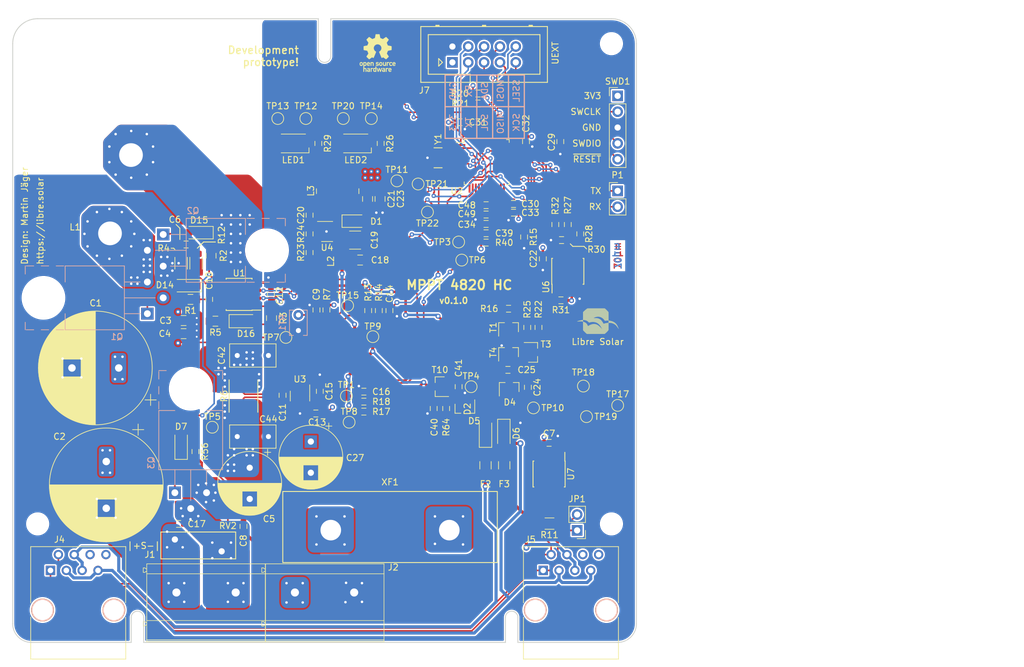
<source format=kicad_pcb>
(kicad_pcb (version 20211014) (generator pcbnew)
  (title_block (title "MPPT 2420 HC") (date "2021-05-03") (rev "0.2.3") (company "Libre Solar Technologies GmbH") (comment 1 "Licensed under CERN-OHL-W version 2") (comment 2 "Design: Martin Jäger"))
  (layers (0 "F.Cu" signal "Top") (1 "In1.Cu" power "GND") (2 "In2.Cu" power "3V3") (31 "B.Cu" signal "Bottom") (34 "B.Paste" user) (35 "F.Paste" user) (36 "B.SilkS" user "B.Silkscreen") (37 "F.SilkS" user "F.Silkscreen") (38 "B.Mask" user) (39 "F.Mask" user) (44 "Edge.Cuts" user))
  (net 0 "")
  (net 1 "GND")
  (net 2 "+3V3")
  (net 3 "Net-(C19-Pad1)")
  (net 4 "/MCU/~{RESET}")
  (net 5 "/MCU/OSC_IN")
  (net 6 "/MCU/OSC_OUT")
  (net 7 "/MCU/SWDIO")
  (net 8 "/MCU/SWCLK")
  (net 9 "Net-(D14-Pad2)")
  (net 10 "Net-(D15-Pad2)")
  (net 11 "Net-(D16-Pad2)")
  (net 12 "/DC/DC/SW_NODE")
  (net 13 "Net-(C20-Pad2)")
  (net 14 "Net-(C20-Pad1)")
  (net 15 "+12V")
  (net 16 "/DC/DC/HS_DRV")
  (net 17 "/DC/DC/LS_DRV")
  (net 18 "Net-(R23-Pad2)")
  (net 19 "VDDA")
  (net 20 "/DC/DC/PWM_LS")
  (net 21 "/DC/DC/PWM_HS")
  (net 22 "Net-(D5-Pad1)")
  (net 23 "/MCU/I2C1_SDA")
  (net 24 "/MCU/SPI1_MOSI")
  (net 25 "/MCU/SPI1_MISO")
  (net 26 "/MCU/SPI1_SCK")
  (net 27 "/MCU/DAC1")
  (net 28 "/MCU/I2C1_SCL")
  (net 29 "/DC/DC/V_DCDC_H")
  (net 30 "/DC/DC/I_DCDC")
  (net 31 "/BAT+")
  (net 32 "Net-(D7-Pad1)")
  (net 33 "/MCU/ADC1_IN11")
  (net 34 "Net-(C10-Pad1)")
  (net 35 "Net-(D16-Pad1)")
  (net 36 "/DCDC_HV+")
  (net 37 "VBUS")
  (net 38 "/DCDC_HV-")
  (net 39 "VREF")
  (net 40 "/MCU/USART1_TX")
  (net 41 "/MCU/USART1_RX")
  (net 42 "/DC/DC/V_DCDC_L")
  (net 43 "Net-(JP1-Pad2)")
  (net 44 "/MCU/SPI1_SSEL")
  (net 45 "/MCU/USART2_RX")
  (net 46 "/MCU/USART2_TX")
  (net 47 "/DC/DC/SHUNT_DCDC_P")
  (net 48 "/CAN_GND")
  (net 49 "/CAN_L")
  (net 50 "/CAN_H")
  (net 53 "/MCU/TIM17_CH1")
  (net 56 "Net-(D2-Pad1)")
  (net 57 "/CAN/CAN_PWR1")
  (net 58 "/CAN/CAN_PWR2")
  (net 59 "/CAN/CAN_TX")
  (net 60 "/CAN/CAN_RX")
  (net 61 "/CAN/CAN_STB")
  (net 62 "Net-(C6-Pad2)")
  (net 63 "/MCU/ADC12_IN2")
  (net 64 "/Power supply/CP_SW")
  (net 65 "Net-(C25-Pad1)")
  (net 66 "/MCU/TIM8_CH2")
  (net 67 "Net-(R16-Pad1)")
  (net 68 "Net-(R22-Pad1)")
  (net 69 "Net-(R25-Pad2)")
  (net 71 "/MCU/SPI2_MOSI")
  (net 72 "/MCU/SPI2_MISO")
  (net 73 "/MCU/SPI2_SCK")
  (net 74 "Net-(R27-Pad2)")
  (net 75 "Net-(R28-Pad2)")
  (net 76 "Net-(R30-Pad2)")
  (net 77 "/MCU/SPI2_CS")
  (net 78 "/MCU/GPIOC_14")
  (net 79 "Net-(LED1-Pad1)")
  (net 80 "/MCU/GPIOC_15")
  (net 81 "/MCU/TIM16_CH1")
  (net 82 "Net-(LED2-Pad1)")
  (net 83 "/Power supply/CP_OUT")
  (net 84 "/MCU/GPIOB_2")
  (net 85 "/MCU/COMP2_INP")
  (net 86 "/MCU/GPIOB_10")
  (footprint "LibreSolar:LIBRESOLAR_LOGO" (layer "F.Cu") (at 191.5 90.5)
    (fp_text reference "LOGO1" hide)
    (fp_text value "LIBRE_SOLAR" hide)
  )
  (footprint "LibreSolar:R_1206_3216" (layer "F.Cu") (at 127 79.2 90)
    (fp_text reference "R4")
    (fp_text value "4R7")
  )
  (footprint "Symbol:OSHW-Logo_5.7x6mm_SilkScreen" (layer "F.Cu") (at 158.5 45.5)
    (fp_text reference "LOGO2" hide)
    (fp_text value "OPEN_HARDWARE" hide)
  )
  (footprint "MountingHole:MountingHole_3.2mm_M3" (layer "F.Cu") (at 196 44 180)
    (fp_text reference "MK3" hide)
    (fp_text value "Mounting_Hole")
  )
  (footprint "LibreSolar:R_0805_2012" (layer "F.Cu") (at 128.5 85)
    (fp_text reference "R1")
    (fp_text value "3R3")
  )
  (footprint "LibreSolar:R_0805_2012" (layer "F.Cu") (at 131.8 78 -90)
    (fp_text reference "R2")
    (fp_text value "3R3")
  )
  (footprint "LibreSolar:R_0805_2012" (layer "F.Cu") (at 132.5 88.5 180)
    (fp_text reference "R5")
    (fp_text value "3R3")
  )
  (footprint "LibreSolar:R_Bourns_CRE2512" (layer "F.Cu") (at 137 100.5 90)
    (fp_text reference "R6")
    (fp_text value "2m")
  )
  (footprint "LibreSolar:Phoenix_Contact_MKDS_5-2-9,5" (layer "F.Cu") (at 126.25 132)
    (fp_text reference "J1")
    (fp_text value "MKDS 5/ 2-9,5")
  )
  (footprint "LibreSolar:Phoenix_Contact_MKDS_5-2-9,5" (layer "F.Cu") (at 145.25 132)
    (fp_text reference "J2")
    (fp_text value "MKDS 5/ 2-9,5")
  )
  (footprint "Connector_PinHeader_2.54mm:PinHeader_1x05_P2.54mm_Vertical" (layer "F.Cu") (at 196.99 52.37)
    (fp_text reference "SWD1")
    (fp_text value "ST_Nucleo_SWD")
  )
  (footprint "LibreSolar:C_0603_1608" (layer "F.Cu") (at 137 121.4 90)
    (fp_text reference "C8")
    (fp_text value "10nF")
  )
  (footprint "LibreSolar:C_0603_1608" (layer "F.Cu") (at 131.5 85 90)
    (fp_text reference "C10")
    (fp_text value "100nF")
  )
  (footprint "LibreSolar:C_0603_1608" (layer "F.Cu") (at 141.4 84.2 90)
    (fp_text reference "C12")
    (fp_text value "2.2µF")
  )
  (footprint "Diode_SMD:D_SOD-123" (layer "F.Cu") (at 128 82.8 180)
    (fp_text reference "D14")
    (fp_text value "SS14FL")
  )
  (footprint "Diode_SMD:D_SOD-123" (layer "F.Cu") (at 129.9 74.3 180)
    (fp_text reference "D15")
    (fp_text value "SS14FL")
  )
  (footprint "LibreSolar:D_SOD-123" (layer "F.Cu") (at 137 88.5)
    (fp_text reference "D16")
    (fp_text value "1N4148")
  )
  (footprint "LibreSolar:R_0603_1608" (layer "F.Cu") (at 147.6 77.5 90)
    (fp_text reference "R23")
    (fp_text value "33k")
  )
  (footprint "LibreSolar:C_0603_1608" (layer "F.Cu") (at 148.7 86.7 90)
    (fp_text reference "C9")
    (fp_text value "100nF")
  )
  (footprint "LibreSolar:R_0603_1608" (layer "F.Cu") (at 150.3 86.7 -90)
    (fp_text reference "R7")
    (fp_text value "10k")
  )
  (footprint "LibreSolar:C_0805_2012" (layer "F.Cu") (at 155.7 78.7)
    (fp_text reference "C18")
    (fp_text value "1µF")
  )
  (footprint "LibreSolar:C_0805_2012" (layer "F.Cu") (at 158.901354 68.9 -90)
    (fp_text reference "C23")
    (fp_text value "10µF")
  )
  (footprint "LibreSolar:C_0603_1608" (layer "F.Cu") (at 147.6 71.5 90)
    (fp_text reference "C20")
    (fp_text value "100nF")
  )
  (footprint "LibreSolar:C_1210_3225" (layer "F.Cu") (at 154.9 75.5)
    (fp_text reference "C19")
    (fp_text value "4.7µF")
  )
  (footprint "LibreSolar:SOT-23-6" (layer "F.Cu") (at 150.407353 74.115391)
    (fp_text reference "U4")
    (fp_text value "LMR16006X")
  )
  (footprint "LibreSolar:Bourns_SRN6045TA" (layer "F.Cu") (at 152.101354 67.652468 90)
    (fp_text reference "L3")
    (fp_text value "47µH")
  )
  (footprint "Inductor_SMD:L_0805_2012Metric" (layer "F.Cu") (at 152.8 78.9 90)
    (fp_text reference "L2")
    (fp_text value "4.7µH")
  )
  (footprint "Diode_SMD:D_PowerDI-123" (layer "F.Cu") (at 155.001354 72.452468)
    (fp_text reference "D1")
    (fp_text value "SS16FP")
  )
  (footprint "LibreSolar:C_0805_2012" (layer "F.Cu") (at 156.9 68.9 -90)
    (fp_text reference "C21")
    (fp_text value "10µF")
  )
  (footprint "LibreSolar:R_0603_1608" (layer "F.Cu") (at 156.3 103)
    (fp_text reference "R17")
    (fp_text value "100k")
  )
  (footprint "LibreSolar:C_0603_1608" (layer "F.Cu") (at 156.3 99.8 180)
    (fp_text reference "C16")
    (fp_text value "10nF")
  )
  (footprint "LibreSolar:R_0603_1608" (layer "F.Cu") (at 156.3 101.4 180)
    (fp_text reference "R18")
    (fp_text value "5.6k")
  )
  (footprint "LibreSolar:C_0603_1608" (layer "F.Cu") (at 126.6 121)
    (fp_text reference "C17")
    (fp_text value "10nF")
  )
  (footprint "LibreSolar:R_0603_1608" (layer "F.Cu") (at 157 86.8 90)
    (fp_text reference "R13")
    (fp_text value "100k")
  )
  (footprint "LibreSolar:R_0603_1608" (layer "F.Cu") (at 158.7 86.8 -90)
    (fp_text reference "R14")
    (fp_text value "2.2k")
  )
  (footprint "LibreSolar:C_0603_1608" (layer "F.Cu") (at 185 78.5 -90)
    (fp_text reference "C22")
    (fp_text value "100nF")
  )
  (footprint "Diode_SMD:D_SOD-123" (layer "F.Cu") (at 127 108.4 90)
    (fp_text reference "D7")
    (fp_text value "SS14FL")
  )
  (footprint "LibreSolar:R_0603_1608" (layer "F.Cu") (at 129.3 109.4 -90)
    (fp_text reference "R56")
    (fp_text value "1M")
  )
  (footprint "LibreSolar:NULL" (layer "F.Cu") (at 147 123.5 180)
    (fp_text reference "F1" hide)
    (fp_text value "25A" hide)
  )
  (footprint "LibreSolar:R_0805_2012" (layer "F.Cu") (at 141.5 88 90)
    (fp_text reference "R3")
    (fp_text value "3R3")
  )
  (footprint "LibreSolar:C_0805_2012" (layer "F.Cu") (at 127.4 90.5)
    (fp_text reference "C4")
    (fp_text value "100nF")
  )
  (footprint "LibreSolar:R_0603_1608" (layer "F.Cu") (at 147.6 74.5 90)
    (fp_text reference "R24")
    (fp_text value "10k")
  )
  (footprint "LibreSolar:C_0603_1608" (layer "F.Cu") (at 127.8 76.2)
    (fp_text reference "C6")
    (fp_text value "2.2nF")
  )
  (footprint "LibreSolar:C_0603_1608" (layer "F.Cu") (at 175.9 69.9 180)
    (fp_text reference "C48")
    (fp_text value "100nF")
  )
  (footprint "LibreSolar:C_0603_1608" (layer "F.Cu") (at 175.9 71.4 180)
    (fp_text reference "C49")
    (fp_text value "2.2µF")
  )
  (footprint "LibreSolar:C_0603_1608" (layer "F.Cu") (at 167.5 102.5 -90)
    (fp_text reference "C40")
    (fp_text value "1µF")
  )
  (footprint "LibreSolar:C_0603_1608" (layer "F.Cu") (at 171.5 99 -90)
    (fp_text reference "C41")
    (fp_text value "4.7µF")
  )
  (footprint "Capacitor_THT:CP_Radial_D18.0mm_P7.50mm" (layer "F.Cu") (at 117 96 180)
    (fp_text reference "C1")
    (fp_text value "560µF")
  )
  (footprint "LibreSolar:R_0603_1608" (layer "F.Cu") (at 169.5 102.5 90)
    (fp_text reference "R64")
    (fp_text value "10k")
  )
  (footprint "Diode_SMD:D_SOT-23_ANK" (layer "F.Cu") (at 172.5 102.5 -90)
    (fp_text reference "D5")
    (fp_text value "12V")
  )
  (footprint "LibreSolar:SOT-23" (layer "F.Cu") (at 168.5 99 180)
    (fp_text reference "T10")
    (fp_text value "BC846B")
  )
  (footprint "TestPoint:TestPoint_Pad_D1.5mm" (layer "F.Cu") (at 173.5 99 180)
    (fp_text reference "TP4")
    (fp_text value "1.5mm")
  )
  (footprint "MountingHole:MountingHole_3.2mm_M3" (layer "F.Cu") (at 104 44)
    (fp_text reference "MK4" hide)
    (fp_text value "Mounting_Hole")
  )
  (footprint "Capacitor_THT:CP_Radial_D18.0mm_P7.50mm" (layer "F.Cu") (at 115 111 -90)
    (fp_text reference "C2")
    (fp_text value "560µF")
  )
  (footprint "LibreSolar:R_0603_1608" (layer "F.Cu") (at 149 60 90)
    (fp_text reference "R29")
    (fp_text value "1k")
  )
  (footprint "LibreSolar:C_0805_2012" (layer "F.Cu") (at 127.4 88.4)
    (fp_text reference "C3")
    (fp_text value "1µF")
  )
  (footprint "Capacitor_THT:CP_Radial_D10.0mm_P5.00mm" (layer "F.Cu") (at 138 112 -90)
    (fp_text reference "C5")
    (fp_text value "680µF")
  )
  (footprint "LibreSolar:C_0603_1608" (layer "F.Cu") (at 160.4 86.8 -90)
    (fp_text reference "C14")
    (fp_text value "10nF")
  )
  (footprint "Capacitor_THT:C_Rect_L7.2mm_W3.5mm_P5.00mm_FKS2_FKP2_MKS2_MKP2" (layer "F.Cu") (at 141 107 180)
    (fp_text reference "C44")
    (fp_text value "0.22µF")
  )
  (footprint "Varistor:RV_Disc_D12mm_W4.3mm_P7.5mm" (layer "F.Cu") (at 126 123.5)
    (fp_text reference "RV2")
    (fp_text value "82V")
  )
  (footprint "LibreSolar:SOIC-8_3.9x4.9mm_Pitch1.27mm" (layer "F.Cu") (at 136.3 84.2 180)
    (fp_text reference "U1")
    (fp_text value "LM5107")
  )
  (footprint "LibreSolar:RJ45_8P8C" (layer "F.Cu") (at 110.5 131)
    (fp_text reference "J4")
    (fp_text value "8P8C")
  )
  (footprint "LibreSolar:RJ45_8P8C" (layer "F.Cu") (at 189.5 131)
    (fp_text reference "J5")
    (fp_text value "8P8C")
  )
  (footprint "LibreSolar:C_0603_1608" (layer "F.Cu") (at 143.269 100.376 -90)
    (fp_text reference "C11")
    (fp_text value "1nF")
  )
  (footprint "LibreSolar:C_0603_1608" (layer "F.Cu") (at 148.603 103.297 180)
    (fp_text reference "C13")
    (fp_text value "100nF")
  )
  (footprint "LibreSolar:C_0603_1608" (layer "F.Cu") (at 149.238 99.741 90)
    (fp_text reference "C15")
    (fp_text value "1nF")
  )
  (footprint "TestPoint:TestPoint_Pad_D1.5mm" (layer "F.Cu") (at 153.5 100.5)
    (fp_text reference "TP1")
    (fp_text value "1.5mm")
  )
  (footprint "LibreSolar:C_0603_1608" (layer "F.Cu") (at 175.9 74.4 180)
    (fp_text reference "C39")
    (fp_text value "2.2µF")
  )
  (footprint "LibreSolar:C_0603_1608" (layer "F.Cu") (at 180.3 69.7 180)
    (fp_text reference "C30")
    (fp_text value "100nF")
  )
  (footprint "LibreSolar:C_0603_1608" (layer "F.Cu") (at 171.7 56.6)
    (fp_text reference "C31")
    (fp_text value "100nF")
  )
  (footprint "LibreSolar:Box_Header_2x05x2.54mm_Straight" (layer "F.Cu") (at 170.5 47)
    (fp_text reference "J7")
    (fp_text value "UEXT")
  )
  (footprint "Package_QFP:LQFP-48_7x7mm_P0.5mm" (layer "F.Cu") (at 176 63)
    (fp_text reference "U2")
    (fp_text value "STM32G431CBTx")
  )
  (footprint "LibreSolar:C_0603_1608" (layer "F.Cu") (at 175.9 72.9 180)
    (fp_text reference "C34")
    (fp_text value "10nF")
  )
  (footprint "LibreSolar:R_0603_1608" (layer "F.Cu") (at 174.6 52 180)
    (fp_text reference "R20")
    (fp_text value "2.2k")
  )
  (footprint "LibreSolar:C_0603_1608" (layer "F.Cu") (at 182.3 59.7 -90)
    (fp_text reference "C32")
    (fp_text value "100nF")
  )
  (footprint "LibreSolar:R_0603_1608" (layer "F.Cu") (at 175.9 75.9 180)
    (fp_text reference "R40")
    (fp_text value "47R")
  )
  (footprint "LibreSolar:Resonator_Murata_CSTNE" (layer "F.Cu") (at 168.2 62.3 90)
    (fp_text reference "Y1")
    (fp_text value "8MHz")
  )
  (footprint "LibreSolar:C_0603_1608" (layer "F.Cu") (at 180.3 71.1 180)
    (fp_text reference "C33")
    (fp_text value "2.2µF")
  )
  (footprint "LibreSolar:R_0603_1608" (layer "F.Cu") (at 182 75 90)
    (fp_text reference "R15")
    (fp_text value "1M")
  )
  (footprint "LibreSolar:R_0603_1608" (layer "F.Cu") (at 174.6 53.6 180)
    (fp_text reference "R21")
    (fp_text value "2.2k")
  )
  (footprint "LibreSolar:Fiducial_0.7mm" (layer "F.Cu") (at 111.5 81.5)
    (fp_text reference "FID2" hide)
    (fp_text value "Fiducial")
  )
  (footprint "LibreSolar:C_0603_1608" (layer "F.Cu") (at 186 108)
    (fp_text reference "C7")
    (fp_text value "100nF")
  )
  (footprint "Diode_SMD:D_SOD-123" (layer "F.Cu") (at 175.8064 106.472 90)
    (fp_text reference "D2")
    (fp_text value "NRVTS260ESFT1G")
  )
  (footprint "Diode_SMD:D_SOD-123" (layer "F.Cu") (at 178.7528 106.472 -90)
    (fp_text reference "D6")
    (fp_text value "NRVTS260ESFT1G")
  )
  (footprint "Fuse:Fuse_1206_3216Metric" (layer "F.Cu") (at 175.8064 111.6028 90)
    (fp_text reference "F2")
    (fp_text value "500mA")
  )
  (footprint "Fuse:Fuse_1206_3216Metric" (layer "F.Cu") (at 178.8036 111.6028 90)
    (fp_text reference "F3")
    (fp_text value "500mA")
  )
  (footprint "Connector_PinHeader_2.54mm:PinHeader_1x02_P2.54mm_Vertical" (layer "F.Cu") (at 190.5 122.04 180)
    (fp_text reference "JP1")
    (fp_text value "Jumper_NC_Small")
  )
  (footprint "LibreSolar:SOIC-8_3.9x4.9mm_Pitch1.27mm" (layer "F.Cu") (at 186 113 -90)
    (fp_text reference "U7")
    (fp_text value "TCAN334")
  )
  (footprint "LibreSolar:R_1206_3216" (layer "F.Cu") (at 129.4 79.2 90)
    (fp_text reference "R12")
    (fp_text value "4R7")
  )
  (footprint "LibreSolar:Eaton_S-4000" (layer "F.Cu") (at 160.5 122 180)
    (fp_text reference "XF1")
    (fp_text value "Fuse_Holder")
  )
  (footprint "Connector_PinHeader_2.54mm:PinHeader_1x02_P2.54mm_Vertical" (layer "F.Cu") (at 196.99 67.61)
    (fp_text reference "P1")
    (fp_text value "CONN_01X02")
  )
  (footprint "LibreSolar:C_0603_1608" (layer "F.Cu") (at 182.6 99.1 90)
    (fp_text reference "C24")
    (fp_text value "100nF")
  )
  (footprint "LibreSolar:C_0603_1608" (layer "F.Cu") (at 179.4 96.3)
    (fp_text reference "C25")
    (fp_text value "10nF")
  )
  (footprint "Package_TO_SOT_SMD:SOT-23" (layer "F.Cu") (at 179.6 99.1 90)
    (fp_text reference "D4")
    (fp_text value "BAS70-04")
  )
  (footprint "LibreSolar:R_0603_1608" (layer "F.Cu") (at 179.5 86.5)
    (fp_text reference "R16")
    (fp_text value "10k")
  )
  (footprint "LibreSolar:R_0603_1608" (layer "F.Cu") (at 184.3 89.5 -90)
    (fp_text reference "R22")
    (fp_text value "100k")
  )
  (footprint "LibreSolar:R_0603_1608" (layer "F.Cu") (at 182.5 89.5 -90)
    (fp_text reference "R25")
    (fp_text value "1k")
  )
  (footprint "LibreSolar:SOT-23" (layer "F.Cu") (at 179.5 89.5 90)
    (fp_text reference "T1")
    (fp_text value "BC846B")
  )
  (footprint "LibreSolar:SOT-23" (layer "F.Cu") (at 183.4 93.5)
    (fp_text reference "T3")
    (fp_text value "BC846B")
  )
  (footprint "LibreSolar:SOT-23" (layer "F.Cu") (at 179.5 93.5 90)
    (fp_text reference "T4")
    (fp_text value "BC856B")
  )
  (footprint "TestPoint:TestPoint_Pad_D1.5mm" (layer "F.Cu") (at 171.5 75.8 180)
    (fp_text reference "TP3")
    (fp_text value "1.5mm")
  )
  (footprint "TestPoint:TestPoint_Pad_D1.5mm" (layer "F.Cu") (at 132 105.5)
    (fp_text reference "TP5")
    (fp_text value "1.5mm")
  )
  (footprint "TestPoint:TestPoint_Pad_D1.5mm" (layer "F.Cu") (at 172 78.7)
    (fp_text reference "TP6")
    (fp_text value "1.5mm")
  )
  (footprint "TestPoint:TestPoint_Pad_D1.5mm" (layer "F.Cu") (at 143.8 91.1)
    (fp_text reference "TP7")
    (fp_text value "1.5mm")
  )
  (footprint "TestPoint:TestPoint_Pad_D1.5mm" (layer "F.Cu") (at 153.937 104.694)
    (fp_text reference "TP8")
    (fp_text value "1.5mm")
  )
  (footprint "TestPoint:TestPoint_Pad_D1.5mm" (layer "F.Cu") (at 183.5 102.4)
    (fp_text reference "TP10")
    (fp_text value "1.5mm")
  )
  (footprint "TestPoint:TestPoint_Pad_D1.5mm" (layer "F.Cu") (at 161.6 66)
    (fp_text reference "TP11")
    (fp_text value "1.5mm")
  )
  (footprint "TestPoint:TestPoint_Pad_D1.5mm" (layer "F.Cu") (at 147 56 180)
    (fp_text reference "TP12")
    (fp_text value "1.5mm")
  )
  (footprint "TestPoint:TestPoint_Pad_D1.5mm" (layer "F.Cu") (at 157.5 56)
    (fp_text reference "TP14")
    (fp_text value "1.5mm")
  )
  (footprint "TestPoint:TestPoint_Pad_D1.5mm" (layer "F.Cu") (at 153.7 86)
    (fp_text reference "TP15")
    (fp_text value "1.5mm")
  )
  (footprint "TestPoint:TestPoint_Pad_D1.5mm" (layer "F.Cu") (at 197 102)
    (fp_text reference "TP17")
    (fp_text value "1.5mm")
  )
  (footprint "TestPoint:TestPoint_Pad_D1.5mm" (layer "F.Cu") (at 191.5 98.9 180)
    (fp_text reference "TP18")
    (fp_text value "1.5mm")
  )
  (footprint "TestPoint:TestPoint_Pad_D1.5mm" (layer "F.Cu") (at 192 103.8 180)
    (fp_text reference "TP19")
    (fp_text value "1.5mm")
  )
  (footprint "Capacitor_THT:C_Rect_L7.2mm_W3.5mm_P5.00mm_FKS2_FKP2_MKS2_MKP2" (layer "F.Cu") (at 136 94)
    (fp_text reference "C42")
    (fp_text value "0.22µF")
  )
  (footprint "MountingHole:MountingHole_3.2mm_M3" (layer "F.Cu") (at 196 121)
    (fp_text reference "MK2" hide)
    (fp_text value "Mounting_Hole")
  )
  (footprint "MountingHole:MountingHole_3.2mm_M3" (layer "F.Cu") (at 104 121)
    (fp_text reference "MK1" hide)
    (fp_text value "Mounting_Hole")
  )
  (footprint "LibreSolar:C_0603_1608" (layer "F.Cu") (at 187.8 59.7 -90)
    (fp_text reference "C29")
    (fp_text value "100nF")
  )
  (footprint "LED_SMD:LED_Avago_PLCC4_3.2x2.8mm_CW" (layer "F.Cu") (at 145 60 180)
    (fp_text reference "LED1")
    (fp_text value "LED_Dual_PLCC4")
  )
  (footprint "TestPoint:TestPoint_Pad_D1.5mm" (layer "F.Cu") (at 153 56)
    (fp_text reference "TP20")
    (fp_text value "1.5mm")
  )
  (footprint "LED_SMD:LED_Avago_PLCC4_3.2x2.8mm_CW" (layer "F.Cu") (at 155 60 180)
    (fp_text reference "LED2")
    (fp_text value "LED_Dual_PLCC4")
  )
  (footprint "LibreSolar:R_0603_1608" (layer "F.Cu") (at 189 73 -90)
    (fp_text reference "R27")
    (fp_text value "47R")
  )
  (footprint "LibreSolar:R_0603_1608" (layer "F.Cu") (at 191 74.5 -90)
    (fp_text reference "R28")
    (fp_text value "47R")
  )
  (footprint "LibreSolar:R_0603_1608" (layer "F.Cu") (at 188 75.5)
    (fp_text reference "R30")
    (fp_text value "100k")
  )
  (footprint "LibreSolar:R_0603_1608" (layer "F.Cu") (at 187.9 85.15)
    (fp_text reference "R31")
    (fp_text value "2.2k")
  )
  (footprint "LibreSolar:R_0603_1608" (layer "F.Cu") (at 187 73 90)
    (fp_text reference "R32")
    (fp_text value "47R")
  )
  (footprint "LibreSolar:SOIC-8_3.9x4.9mm_Pitch1.27mm" (layer "F.Cu") (at 189 80.5 90)
    (fp_text reference "U6")
    (fp_text value "W25Q80DVS")
  )
  (footprint "TestPoint:TestPoint_Pad_D1.5mm" (layer "F.Cu") (at 142.5 56)
    (fp_text reference "TP13")
    (fp_text value "1.5mm")
  )
  (footprint "LibreSolar:R_0603_1608" (layer "F.Cu") (at 159 60 90)
    (fp_text reference "R26")
    (fp_text value "1k")
  )
  (footprint "LibreSolar:Fiducial_0.7mm" (layer "F.Cu") (at 180 127)
    (fp_text reference "FID1" hide)
    (fp_text value "Fiducial")
  )
  (footprint "Capacitor_THT:CP_Radial_D10.0mm_P5.00mm" (layer "F.Cu") (at 147.8 107.8 -90)
    (fp_text reference "C27")
    (fp_text value "680µF")
  )
  (footprint "LibreSolar:Fiducial_0.7mm" (layer "F.Cu") (at 191 48.5)
    (fp_text reference "FID3" hide)
    (fp_text value "Fiducial")
  )
  (footprint "TestPoint:TestPoint_Pad_D1.5mm" (layer "F.Cu") (at 165 66.5)
    (fp_text reference "TP21")
    (fp_text value "1.5mm")
  )
  (footprint "TestPoint:TestPoint_Pad_D1.5mm" (layer "F.Cu") (at 166.5 71 180)
    (fp_text reference "TP22")
    (fp_text value "1.5mm")
  )
  (footprint "LibreSolar:Inductor_Toroid_D32.8mm_4mm2" (layer "F.Cu") (at 120 58 75)
    (fp_text reference "L1")
    (fp_text value "53µH")
  )
  (footprint "Resistor_SMD:R_1206_3216Metric" (layer "F.Cu") (at 186.068 120.95 180)
    (fp_text reference "R11")
    (fp_text value "120R")
  )
  (footprint "TestPoint:TestPoint_Pad_D1.5mm" (layer "F.Cu") (at 157.747 90.978)
    (fp_text reference "TP9")
    (fp_text value "1.5mm")
  )
  (footprint "Package_TO_SOT_SMD:TSOT-23-6" (layer "F.Cu") (at 146.063 100.503 -90)
    (fp_text reference "U3")
    (fp_text value "MPQ8112")
  )
  (footprint "LibreSolar:TO-220-3_Horizontal_BottomHeatsink" (layer "B.Cu") (at 121.59 87.295 90)
    (fp_text reference "Q1")
    (fp_text value "IPA045N10N3G")
  )
  (footprint "LibreSolar:TO-220-3_Horizontal_BottomHeatsink" (layer "B.Cu") (at 124.13 74.595 -90)
    (fp_text reference "Q2")
    (fp_text value "IPA045N10N3G")
  )
  (footprint "LibreSolar:TO-220-3_Horizontal_BottomHeatsink" (layer "B.Cu") (at 126 116)
    (fp_text reference "Q3")
    (fp_text value "IPA045N10N3G")
  )
  (footprint "Capacitor_THT:C_Disc_D3.8mm_W2.6mm_P2.50mm" (layer "B.Cu") (at 145.8 87.5 -90)
    (fp_text reference "RT1")
    (fp_text value "10k")
  )
  (gr_line (start 176.95 49.025) (end 176.95 59.185) (layer "B.SilkS") (width 0.2))
  (gr_line (start 169.33 54.105) (end 182.03 54.105) (layer "B.SilkS") (width 0.2))
  (gr_line (start 169.33 49.025) (end 169.33 59.185) (layer "B.SilkS") (width 0.2))
  (gr_line (start 182.03 49.025) (end 169.33 49.025) (layer "B.SilkS") (width 0.2))
  (gr_line (start 182.03 59.185) (end 182.03 49.025) (layer "B.SilkS") (width 0.2))
  (gr_line (start 171.87 49.025) (end 171.87 59.185) (layer "B.SilkS") (width 0.2))
  (gr_line (start 174.41 49.025) (end 174.41 59.185) (layer "B.SilkS") (width 0.2))
  (gr_line (start 179.49 49.025) (end 179.49 59.185) (layer "B.SilkS") (width 0.2))
  (gr_line (start 169.33 59.185) (end 182.03 59.185) (layer "B.SilkS") (width 0.2))
  (gr_line (start 126.8 73.6) (end 126.8 75.4) (layer "F.SilkS") (width 0.15))
  (gr_line (start 132.5 75.8) (end 130.6 75.8) (layer "F.SilkS") (width 0.15))
  (gr_line (start 189.8 76.5) (end 191.6 76.5) (layer "F.SilkS") (width 0.15))
  (gr_line (start 191.6 76.5) (end 192 76.9) (layer "F.SilkS") (width 0.15))
  (gr_line (start 125.8 76.8) (end 126 77) (layer "F.SilkS") (width 0.15))
  (gr_line (start 189.4 76.1) (end 189.8 76.5) (layer "F.SilkS") (width 0.15))
  (gr_line (start 125.4 76.8) (end 125.8 76.8) (layer "F.SilkS") (width 0.15))
  (gr_line (start 130.6 75.8) (end 129.6 76.8) (layer "F.SilkS") (width 0.15))
  (gr_line (start 126.2 73) (end 126.8 73.6) (layer "F.SilkS") (width 0.15))
  (gr_line (start 100 137) (end 100 44) (layer "Edge.Cuts") (width 0.15))
  (gr_arc (start 151 46) (mid 150 47) (end 149 46) (layer "Edge.Cuts") (width 0.15))
  (gr_line (start 151 40) (end 196 40) (layer "Edge.Cuts") (width 0.15))
  (gr_line (start 149 46) (end 149 40) (layer "Edge.Cuts") (width 0.15))
  (gr_line (start 151 46) (end 151 40) (layer "Edge.Cuts") (width 0.15))
  (gr_line (start 119 140) (end 103 140) (layer "Edge.Cuts") (width 0.15))
  (gr_line (start 181 140) (end 181 136) (layer "Edge.Cuts") (width 0.15))
  (gr_arc (start 179 136) (mid 180 135) (end 181 136) (layer "Edge.Cuts") (width 0.15))
  (gr_line (start 179 140) (end 179 136) (layer "Edge.Cuts") (width 0.15))
  (gr_line (start 181 140) (end 197 140) (layer "Edge.Cuts") (width 0.15))
  (gr_arc (start 196 40) (mid 198.828427 41.171573) (end 200 44) (layer "Edge.Cuts") (width 0.15))
  (gr_arc (start 200 137) (mid 199.12132 139.12132) (end 197 140) (layer "Edge.Cuts") (width 0.15))
  (gr_arc (start 103 140) (mid 100.87868 139.12132) (end 100 137) (layer "Edge.Cuts") (width 0.15))
  (gr_line (start 121 140) (end 179 140) (layer "Edge.Cuts") (width 0.15))
  (gr_line (start 104 40) (end 149 40) (layer "Edge.Cuts") (width 0.15))
  (gr_arc (start 100 44) (mid 101.171573 41.171573) (end 104 40) (layer "Edge.Cuts") (width 0.15))
  (gr_line (start 119 140) (end 119 136) (layer "Edge.Cuts") (width 0.15))
  (gr_line (start 121 140) (end 121 136) (layer "Edge.Cuts") (width 0.15))
  (gr_arc (start 119 136) (mid 120 135) (end 121 136) (layer "Edge.Cuts") (width 0.15))
  (gr_line (start 200 137) (end 200 44) (layer "Edge.Cuts") (width 0.15))
  (gr_text "70µm" (at 197 78 90) (layer "F.Cu") (effects (font (size 1 1) (thickness 0.2))))
  (gr_text "70µm" (at 197 78 270) (layer "B.Cu") (effects (font (size 1 1) (thickness 0.2)) (justify mirror)))
  (gr_text "SDA" (at 175.68 51.565 90) (layer "B.SilkS") (effects (font (size 1 1)) (justify mirror)))
  (gr_text "SCL" (at 175.68 56.645 90) (layer "B.SilkS") (effects (font (size 1 1)) (justify mirror)))
  (gr_text "MOSI" (at 178.22 51.565 90) (layer "B.SilkS") (effects (font (size 1 1)) (justify mirror)))
  (gr_text "SSEL" (at 180.76 51.565 90) (layer "B.SilkS") (effects (font (size 1 1)) (justify mirror)))
  (gr_text "SCK" (at 180.76 56.645 90) (layer "B.SilkS") (effects (font (size 1 1)) (justify mirror)))
  (gr_text "MISO" (at 178.22 56.645 90) (layer "B.SilkS") (effects (font (size 1 1)) (justify mirror)))
  (gr_text "3V3" (at 170.6 56.645 90) (layer "B.SilkS") (effects (font (size 1 1)) (justify mirror)))
  (gr_text "TX" (at 173.14 56.645 90) (layer "B.SilkS") (effects (font (size 1 1)) (justify mirror)))
  (gr_text "RX" (at 173.14 51.565 90) (layer "B.SilkS") (effects (font (size 1 1)) (justify mirror)))
  (gr_text "GND" (at 170.6 51.565 90) (layer "B.SilkS") (effects (font (size 1 1)) (justify mirror)))
  (gr_text "SWCLK" (at 194.45 54.91) (layer "F.SilkS") (effects (font (size 1 1)) (justify right)))
  (gr_text "3V3" (at 194.45 52.37) (layer "F.SilkS") (effects (font (size 1 1)) (justify right)))
  (gr_text "GND" (at 194.45 57.45) (layer "F.SilkS") (effects (font (size 1 1)) (justify right)))
  (gr_text "SWDIO" (at 194.45 59.99) (layer "F.SilkS") (effects (font (size 1 1)) (justify right)))
  (gr_text "~{RESET}" (at 194.45 62.53) (layer "F.SilkS") (effects (font (size 1 1)) (justify right)))
  (gr_text "UEXT" (at 187 45.5 90) (layer "F.SilkS") (effects (font (size 1 1))))
  (gr_text "RX" (at 194.45 70.15) (layer "F.SilkS") (effects (font (size 1 1)) (justify right)))
  (gr_text "TX" (at 194.45 67.61) (layer "F.SilkS") (effects (font (size 1 1)) (justify right)))
  (gr_text "Development\nprototype!" (at 146 46) (layer "F.SilkS") (effects (font (size 1.2 1.2) (thickness 0.2)) (justify right)))
  (gr_text "https://libre.solar" (at 105 79.5 90) (layer "F.SilkS") (effects (font (size 1 1)) (justify left bottom)))
  (gr_text "v0.1.0" (at 170.7 85.2) (layer "F.SilkS") (effects (font (size 1 1) (thickness 0.2))))
  (gr_text "MPPT 4820 HC" (at 171.6 82.7) (layer "F.SilkS") (effects (font (size 1.5 1.5) (thickness 0.3))))
  (gr_text "Design: Martin Jäger" (at 102.5 79.5 90) (layer "F.SilkS") (effects (font (size 1 1)) (justify left bottom)))
  (gr_text "|+S-|" (at 121 124.5) (layer "F.SilkS") (effects (font (size 1 1))))
  (segment (start 149.307353 74.115391) (end 150.307353 74.115391) (width 0.4) (layer "F.Cu") (net 1))
  (segment (start 149.257353 74.065391) (end 149.307353 74.115391) (width 0.25) (layer "F.Cu") (net 1))
  (segment (start 154.9 74.7) (end 155.099988 74.7) (width 0.4) (layer "F.Cu") (net 1))
  (segment (start 155.099988 74.7) (end 155.600001 74.199987) (width 0.4) (layer "F.Cu") (net 1))
  (segment (start 155.600001 74.199987) (end 156 73.799988) (width 0.4) (layer "F.Cu") (net 1))
  (segment (start 156.407353 77) (end 156.407353 76.792647) (width 0.4) (layer "F.Cu") (net 1))
  (segment (start 156.526354 72.452468) (end 156.526354 72.273646) (width 0.4) (layer "F.Cu") (net 1))
  (segment (start 148.015391 74.115391) (end 147.6 73.7) (width 0.4) (layer "F.Cu") (net 1))
  (segment (start 149.307353 74.115391) (end 148.015391 74.115391) (width 0.4) (layer "F.Cu") (net 1))
  (segment (start 179.5 71.1) (end 179.5 72.299984) (width 0.25) (layer "F.Cu") (net 1))
  (segment (start 179.5 69.7) (end 179.5 71.1) (width 0.25) (layer "F.Cu") (net 1))
  (segment (start 130.3 114.2) (end 130.3 111.2) (width 0.4) (layer "F.Cu") (net 1))
  (segment (start 161.5 87.6) (end 161.6 87.7) (width 0.4) (layer "F.Cu") (net 1))
  (segment (start 140.295 82.295) (end 138.9 82.295) (width 0.4) (layer "F.Cu") (net 1))
  (segment (start 186.635 108.165) (end 186.8 108) (width 0.4) (layer "F.Cu") (net 1))
  (segment (start 155.5 101.4) (end 155.5 99.8) (width 0.4) (layer "F.Cu") (net 1))
  (segment (start 173.45 100.95) (end 172.5 100) (width 0.4) (layer "F.Cu") (net 1))
  (segment (start 179.5 69.6) (end 179.5 69.7) (width 0.25) (layer "F.Cu") (net 1))
  (segment (start 167.5 103.3) (end 166.500006 103.3) (width 0.4) (layer "F.Cu") (net 1))
  (segment (start 179.5 92.45) (end 179.5 91.5) (width 0.4) (layer "F.Cu") (net 1))
  (segment (start 186.8 107.499996) (end 187.4 106.899996) (width 0.4) (layer "F.Cu") (net 1))
  (segment (start 155.5 99.8) (end 155.5 98.9) (width 0.4) (layer "F.Cu") (net 1))
  (segment (start 187.2 75.5) (end 186.3 75.5) (width 0.4) (layer "F.Cu") (net 1))
  (segment (start 137 118) (end 138 117) (width 0.5) (layer "F.Cu") (net 1))
  (segment (start 149.238 98.941) (end 149.238 97.074) (width 0.25) (layer "F.Cu") (net 1))
  (segment (start 175.1 74.4) (end 175.1 72.9) (width 0.25) (layer "F.Cu") (net 1))
  (segment (start 186.635 110.3) (end 186.635 108.165) (width 0.4) (layer "F.Cu") (net 1))
  (segment (start 141.4 83.4) (end 140.295 82.295) (width 0.4) (layer "F.Cu") (net 1))
  (segment (start 146.063 103.297) (end 146.063 101.6405) (width 0.25) (layer "F.Cu") (net 1))
  (segment (start 149.238 98.941) (end 148.946 98.941) (width 0.25) (layer "F.Cu") (net 1))
  (segment (start 173.75 58.8375) (end 173.75 57.25) (width 0.25) (layer "F.Cu") (net 1))
  (segment (start 182 75.8) (end 182 76.8) (width 0.4) (layer "F.Cu") (net 1))
  (segment (start 185 79.3) (end 185 80.3) (width 0.4) (layer "F.Cu") (net 1))
  (segment (start 178.45 92.45) (end 178.4 92.4) (width 0.4) (layer "F.Cu") (net 1))
  (segment (start 175.1 71.4) (end 175.1 71.85) (width 0.25) (layer "F.Cu") (net 1))
  (segment (start 182.3 60.5) (end 183.300004 60.5) (width 0.25) (layer "F.Cu") (net 1))
  (segment (start 175.1 71.85) (end 174.75 72.2) (width 0.25) (layer "F.Cu") (net 1))
  (segment (start 178.9316 104.6432) (end 178.7528 104.822) (width 0.5) (layer "F.Cu") (net 1))
  (segment (start 141.4 81.9) (end 141 81.5) (width 0.4) (layer "F.Cu") (net 1))
  (segment (start 178.25 67.1625) (end 178.25 68.35) (width 0.25) (layer "F.Cu") (net 1))
  (segment (start 176.25 68.75) (end 175.1 69.9) (width 0.25) (layer "F.Cu") (net 1))
  (segment (start 174.75 72.2) (end 174.2 72.2) (width 0.25) (layer "F.Cu") (net 1))
  (segment (start 158.7 87.6) (end 160.4 87.6) (width 0.4) (layer "F.Cu") (net 1))
  (segment (start 137 120.6) (end 137 118) (width 0.5) (layer "F.Cu") (net 1))
  (segment (start 148.7 85.9) (end 147.6 85.9) (width 0.4) (layer "F.Cu") (net 1))
  (segment (start 173.1 56.6) (end 172.5 56.6) (width 0.25) (layer "F.Cu") (net 1))
  (segment (start 178.25 68.35) (end 179.5 69.6) (width 0.25) (layer "F.Cu") (net 1))
  (segment (start 172.5 56.6) (end 172.5 57.7) (width 0.25) (layer "F.Cu") (net 1))
  (segment (start 130.3 111.2) (end 129.3 110.2) (width 0.4) (layer "F.Cu") (net 1))
  (segment (start 171.5 99.8) (end 172.3 99.8) (width 0.4) (layer "F.Cu") (net 1))
  (segment (start 129.75 114.75) (end 130.3 114.2) (width 0.4) (layer "F.Cu") (net 1))
  (segment (start 178.7748 104.8) (end 178.7528 104.822) (width 0.5) (layer "F.Cu") (net 1))
  (segment (start 179.5 92.45) (end 178.45 92.45) (width 0.4) (layer "F.Cu") (net 1))
  (segment (start 175.1 72.45) (end 174.85 72.2) (width 0.25) (layer "F.Cu") (net 1))
  (segment (start 180.1625 60.75) (end 182.05 60.75) (width 0.25) (layer "F.Cu") (net 1))
  (segment (start 190.905 83.2) (end 190.905 84.895) (width 0.4) (layer "F.Cu") (net 1))
  (segment (start 176.25 67.1625) (end 176.25 68.75) (width 0.25) (layer "F.Cu") (net 1))
  (segment (start 174.85 72.2) (end 174.75 72.2) (width 0.25) (layer "F.Cu") (net 1))
  (segment (start 141.4 83.4) (end 141.4 81.9) (width 0.4) (layer "F.Cu") (net 1))
  (segment (start 175.1 72.9) (end 175.1 72.45) (width 0.25) (layer "F.Cu") (net 1))
  (segment (start 173.75 57.25) (end 173.1 56.6) (width 0.25) (layer "F.Cu") (net 1))
  (segment (start 173.45 101.5) (end 173.45 100.95) (width 0.4) (layer "F.Cu") (net 1))
  (segment (start 146.063 103.297) (end 147.803 103.297) (width 0.25) (layer "F.Cu") (net 1))
  (segment (start 190.905 84.895) (end 190.9 84.9) (width 0.4) (layer "F.Cu") (net 1))
  (segment (start 168.2 62.3) (end 166.5 62.3) (width 0.4) (layer "F.Cu") (net 1))
  (segment (start 181.4 104.8) (end 178.7748 104.8) (width 0.5) (layer "F.Cu") (net 1))
  (segment (start 175.1 71.4) (end 175.1 69.9) (width 0.25) (layer "F.Cu") (net 1))
  (segment (start 186.8 108) (end 186.8 107.499996) (width 0.4) (layer "F.Cu") (net 1))
  (segment (start 182.05 60.75) (end 182.3 60.5) (width 0.25) (layer "F.Cu") (net 1))
  (segment (start 179.5 91.5) (end 180.45 90.55) (width 0.4) (layer "F.Cu") (net 1))
  (segment (start 160.4 87.6) (end 161.5 87.6) (width 0.4) (layer "F.Cu") (net 1))
  (segment (start 187.8 60.5) (end 187.8 61.7) (width 0.4) (layer "F.Cu") (net 1))
  (segment (start 172.3 99.8) (end 172.5 100) (width 0.4) (layer "F.Cu") (net 1))
  (via (at 150.307353 74.115391) (size 0.8) (drill 0.4) (layers "F.Cu" "B.Cu") (net 1))
  (via (at 159.3 71.1) (size 0.8) (drill 0.4) (layers "F.Cu" "B.Cu") (net 1))
  (via (at 158.3 71.1) (size 0.8) (drill 0.4) (layers "F.Cu" "B.Cu") (net 1))
  (via (at 179.5 72.299984) (size 0.8) (drill 0.4) (layers "F.Cu" "B.Cu") (net 1))
  (via (at 111 94.5) (size 0.8) (drill 0.4) (layers "F.Cu" "B.Cu") (net 1))
  (via (at 172.5 100) (size 0.8) (drill 0.4) (layers "F.Cu" "B.Cu") (net 1))
  (via (at 178.4 92.4) (size 0.8) (drill 0.4) (layers "F.Cu" "B.Cu") (net 1))
  (via (at 129.75 114.75) (size 0.8) (drill 0.4) (layers "F.Cu" "B.Cu") (net 1))
  (via (at 166.500006 103.3) (size 0.8) (drill 0.4) (layers "F.Cu" "B.Cu") (net 1))
  (via (at 185 80.3) (size 0.8) (drill 0.4) (layers "F.Cu" "B.Cu") (net 1))
  (via (at 111 97.5) (size 0.8) (drill 0.4) (layers "F.Cu" "B.Cu") (net 1))
  (via (at 187.4 106.899996) (size 0.8) (drill 0.4) (layers "F.Cu" "B.Cu") (net 1))
  (via (at 132.25 114.75) (size 0.8) (drill 0.4) (layers "F.Cu" "B.Cu") (net 1))
  (via (at 147.6 85.9) (size 0.8) (drill 0.4) (layers "F.Cu" "B.Cu") (net 1))
  (via (at 156 133.5) (size 0.8) (drill 0.4) (layers "F.Cu" "B.Cu") (net 1))
  (via (at 123.8 81.2) (size 0.8) (drill 0.4) (layers "F.Cu" "B.Cu") (net 1))
  (via (at 129.5 88) (size 0.7) (drill 0.3) (layers "F.Cu" "B.Cu") (net 1))
  (via (at 129.5 89) (size 0.7) (drill 0.3) (layers "F.Cu" "B.Cu") (net 1))
  (via (at 166.5 62.3) (size 0.8) (drill 0.4) (layers "F.Cu" "B.Cu") (net 1))
  (via (at 116.5 120) (size 0.8) (drill 0.4) (layers "F.Cu" "B.Cu") (net 1))
  (via (at 125.6 80.4) (size 0.8) (drill 0.4) (layers "F.Cu" "B.Cu") (net 1))
  (via (at 131 117.5) (size 0.8) (drill 0.4) (layers "F.Cu" "B.Cu") (net 1))
  (via (at 156 130.5) (size 0.8) (drill 0.4) (layers "F.Cu" "B.Cu") (net 1))
  (via (at 174.2 72.2) (size 0.8) (drill 0.4) (layers "F.Cu" "B.Cu") (net 1))
  (via (at 123.8 78.2) (size 0.8) (drill 0.4) (layers "F.Cu" "B.Cu") (net 1))
  (via (at 126.6 79.2) (size 0.8) (drill 0.4) (layers "F.Cu" "B.Cu") (net 1))
  (via (at 125.6 79.2) (size 0.8) (drill 0.4) (layers "F.Cu" "B.Cu") (net 1))
  (via (at 141 81.5) (size 0.8) (drill 0.4) (layers "F.Cu" "B.Cu") (net 1))
  (via (at 131 114.5) (size 0.8) (drill 0.4) (layers "F.Cu" "B.Cu") (net 1))
  (via (at 182 76.8) (size 0.8) (drill 0.4) (layers "F.Cu" "B.Cu") (net 1))
  (via (at 186.3 75.5) (size 0.8) (drill 0.4) (layers "F.Cu" "B.Cu") (net 1))
  (via (at 181.4 104.8) (size 0.8) (drill 0.4) (layers "F.Cu" "B.Cu") (net 1))
  (via (at 116.5 117) (size 0.8) (drill 0.4) (layers "F.Cu" "B.Cu") (net 1))
  (via (at 124.8 81.2) (size 0.8) (drill 0.4) (layers "F.Cu" "B.Cu") (net 1))
  (via (at 129.5 91) (size 0.7) (drill 0.3) (layers "F.Cu" "B.Cu") (net 1))
  (via (at 187.8 61.7) (size 0.8) (drill 0.4) (layers "F.Cu" "B.Cu") (net 1))
  (via (at 153.45 130.45) (size 0.8) (drill 0.4) (layers "F.Cu" "B.Cu") (net 1))
  (via (at 132.25 117.25) (size 0.8) (drill 0.4) (layers "F.Cu" "B.Cu") (net 1))
  (via (at 172.5 57.7) (size 0.8) (drill 0.4) (layers "F.Cu" "B.Cu") (net 1))
  (via (at 108 94.5) (size 0.8) (drill 0.4) (layers "F.Cu" "B.Cu") (net 1))
  (via (at 113.5 117) (size 0.8) (drill 0.4) (layers "F.Cu" "B.Cu") (net 1))
  (via (at 146.063 103.297) (size 0.8) (drill 0.4) (layers "F.Cu" "B.Cu") (net 1))
  (via (at 113.5 120) (size 0.8) (drill 0.4) (layers "F.Cu" "B.Cu") (net 1))
  (via (at 161.6 87.7) (size 0.8) (drill 0.4) (layers "F.Cu" "B.Cu") (net 1))
  (via (at 149.238 97.074) (size 0.8) (drill 0.4) (layers "F.Cu" "B.Cu") (net 1))
  (via (at 153.35 133.55) (size 0.8) (drill 0.4) (layers "F.Cu" "B.Cu") (net 1))
  (via (at 183.300004 60.5) (size 0.8) (drill 0.4) (layers "F.Cu" "B.Cu") (net 1))
  (via (at 108 97.5) (size 0.8) (drill 0.4) (layers "F.Cu" "B.Cu") (net 1))
  (via (at 124.8 78.2) (size 0.8) (drill 0.4) (layers "F.Cu" "B.Cu") (net 1))
  (via (at 129.5 116) (size 0.8) (drill 0.4) (layers "F.Cu" "B.Cu") (net 1))
  (via (at 190.9 84.9) (size 0.8) (drill 0.4) (layers "F.Cu" "B.Cu") (net 1))
  (via (at 132.5 116) (size 0.8) (drill 0.4) (layers "F.Cu" "B.Cu") (net 1))
  (via (at 155.5 98.9) (size 0.8) (drill 0.4) (layers "F.Cu" "B.Cu") (net 1))
  (via (at 129.5 90) (size 0.7) (drill 0.3) (layers "F.Cu" "B.Cu") (net 1))
  (segment (start 181.1 71.1) (end 181.1 72.1) (width 0.25) (layer "F.Cu") (net 2))
  (segment (start 181.1 71.1) (end 181.1 69.7) (width 0.25) (layer "F.Cu") (net 2))
  (segment (start 158.901354 66.098646) (end 158.901354 67.9) (width 0.4) (layer "F.Cu") (net 2))
  (segment (start 173.8 52) (end 173.8 50.7) (width 0.25) (layer "F.Cu") (net 2))
  (segment (start 180.32499 68.92499) (end 181.1 69.7) (width 0.25) (layer "F.Cu") (net 2))
  (segment (start 151.27 102.281) (end 150.254 103.297) (width 0.25) (layer "F.Cu") (net 2))
  (segment (start 187.095 77.8) (end 188.365 77.8) (width 0.4) (layer "F.Cu") (net 2))
  (segment (start 170.9 56.6) (end 169.877522 56.6) (width 0.25) (layer "F.Cu") (net 2))
  (segment (start 178.75 68.07499) (end 179.6 68.92499) (width 0.25) (layer "F.Cu") (net 2))
  (segment (start 150.3 85.9) (end 151.5 85.9) (width 0.4) (layer "F.Cu") (net 2))
  (segment (start 160.5 71.894974) (end 158.6 73.794974) (width 0.25) (layer "F.Cu") (net 2))
  (segment (start 189.55 85.15) (end 189.6 85.2) (width 0.4) (layer "F.Cu") (net 2))
  (segment (start 153.8 81.8) (end 150.3 81.8) (width 0.25) (layer "F.Cu") (net 2))
  (segment (start 160.5 68.8) (end 160.5 71.894974) (width 0.25) (layer "F.Cu") (net 2))
  (segment (start 148.857 101.9) (end 147.2725 101.9) (width 0.25) (layer "F.Cu") (net 2))
  (segment (start 158.6 73.794974) (end 158.6 79.1) (width 0.25) (layer "F.Cu") (net 2))
  (segment (start 182.3 58.9) (end 183.2 58.9) (width 0.25) (layer "F.Cu") (net 2))
  (segment (start 188.7 85.15) (end 189.55 85.15) (width 0.4) (layer "F.Cu") (net 2))
  (segment (start 173.8 53.6) (end 173.8 52) (width 0.25) (layer "F.Cu") (net 2))
  (segment (start 185.365 108.165) (end 185.2 108) (width 0.4) (layer "F.Cu") (net 2))
  (segment (start 173.25 58.8375) (end 172.3375 58.8375) (width 0.25) (layer "F.Cu") (net 2))
  (segment (start 180.75 60.25) (end 182.1 58.9) (width 0.25) (layer "F.Cu") (net 2))
  (segment (start 156.7 81) (end 154.6 81) (width 0.25) (layer "F.Cu") (net 2))
  (segment (start 182.1 58.9) (end 182.3 58.9) (width 0.25) (layer "F.Cu") (net 2))
  (segment (start 180.1625 60.25) (end 180.75 60.25) (width 0.25) (layer "F.Cu") (net 2))
  (segment (start 186.995 77.7) (end 187.095 77.8) (width 0.4) (layer "F.Cu") (net 2))
  (segment (start 178.75 67.1625) (end 178.75 68.07499) (width 0.25) (layer "F.Cu") (net 2))
  (segment (start 179.6 68.92499) (end 180.32499 68.92499) (width 0.25) (layer "F.Cu") (net 2))
  (segment (start 175.1 75.9) (end 175.1 76.899996) (width 0.25) (layer "F.Cu") (net 2))
  (segment (start 150.254 103.297) (end 149.403 103.297) (width 0.25) (layer "F.Cu") (net 2))
  (segment (start 150.3 81.8) (end 147.6 79.1) (width 0.25) (layer "F.Cu") (net 2))
  (segment (start 171.8375 60.25) (end 171.8375 59.3375) (width 0.25) (layer "F.Cu") (net 2))
  (segment (start 159 66) (end 158.901354 66.098646) (width 0.4) (layer "F.Cu") (net 2))
  (segment (start 185 77.7) (end 186.995 77.7) (width 0.4) (layer "F.Cu") (net 2))
  (segment (start 189.635 83.2) (end 189.635 85.165) (width 0.4) (layer "F.Cu") (net 2))
  (segment (start 147.6 79.1) (end 147.6 78.3) (width 0.25) (layer "F.Cu") (net 2))
  (segment (start 169.877522 56.6) (end 169.87499 56.602532) (width 0.25) (layer "F.Cu") (net 2))
  (segment (start 185 77.7) (end 185 76.7) (width 0.4) (layer "F.Cu") (net 2))
  (segment (start 158.901354 68.052468) (end 159.752468 68.052468) (width 0.25) (layer "F.Cu") (net 2))
  (segment (start 149.403 102.446) (end 148.857 101.9) (width 0.25) (layer "F.Cu") (net 2))
  (segment (start 147.2725 101.9) (end 147.013 101.6405) (width 0.25) (layer "F.Cu") (net 2))
  (segment (start 158.6 79.1) (end 156.7 81) (width 0.25) (layer "F.Cu") (net 2))
  (segment (start 161.6 66) (end 159 66) (width 0.4) (layer "F.Cu") (net 2))
  (segment (start 171.8375 59.3375) (end 172.3375 58.8375) (width 0.25) (layer "F.Cu") (net 2))
  (segment (start 154.6 81) (end 153.8 81.8) (width 0.25) (layer "F.Cu") (net 2))
  (segment (start 170.9 57.4) (end 170.9 56.6) (width 0.25) (layer "F.Cu") (net 2))
  (segment (start 172.3375 58.8375) (end 170.9 57.4) (width 0.25) (layer "F.Cu") (net 2))
  (segment (start 149.403 103.297) (end 149.403 102.446) (width 0.25) (layer "F.Cu") (net 2))
  (segment (start 185.2 108) (end 185.2 107.1) (width 0.4) (layer "F.Cu") (net 2))
  (segment (start 159.752468 68.052468) (end 160.5 68.8) (width 0.25) (layer "F.Cu") (net 2))
  (segment (start 185.365 110.3) (end 185.365 108.165) (width 0.4) (layer "F.Cu") (net 2))
  (segment (start 189.635 85.165) (end 189.6 85.2) (width 0.4) (layer "F.Cu") (net 2))
  (segment (start 175.1 76.899996) (end 175.100004 76.9) (width 0.25) (layer "F.Cu") (net 2))
  (via (at 181.1 72.1) (size 0.7) (drill 0.3) (layers "F.Cu" "B.Cu") (net 2))
  (via (at 175.100004 76.9) (size 0.8) (drill 0.4) (layers "F.Cu" "B.Cu") (net 2))
  (via (at 173.8 50.7) (size 0.8) (drill 0.4) (layers "F.Cu" "B.Cu") (net 2))
  (via (at 183.2 58.9) (size 0.8) (drill 0.4) (layers "F.Cu" "B.Cu") (net 2))
  (via (at 157.5 65.5) (size 0.7) (drill 0.3) (layers "F.Cu" "B.Cu") (net 2))
  (via (at 151.5 85.9) (size 0.8) (drill 0.4) (layers "F.Cu" "B.Cu") (net 2))
  (via (at 158.5 64.5) (size 0.7) (drill 0.3) (layers "F.Cu" "B.Cu") (net 2))
  (via (at 158.5 65.5) (size 0.7) (drill 0.3) (layers "F.Cu" "B.Cu") (net 2))
  (via (at 185 76.7) (size 0.8) (drill 0.4) (layers "F.Cu" "B.Cu") (net 2))
  (via (at 185.2 107.1) (size 0.8) (drill 0.4) (layers "F.Cu" "B.Cu") (net 2))
  (via (at 169.87499 56.602532) (size 0.8) (drill 0.4) (layers "F.Cu" "B.Cu") (net 2))
  (via (at 189.6 85.2) (size 0.8) (drill 0.4) (layers "F.Cu" "B.Cu") (net 2))
  (via (at 156.5 64.5) (size 0.7) (drill 0.3) (layers "F.Cu" "B.Cu") (net 2))
  (via (at 151.27 102.281) (size 0.8) (drill 0.4) (layers "F.Cu" "B.Cu") (net 2))
  (via (at 156.5 65.5) (size 0.7) (drill 0.3) (layers "F.Cu" "B.Cu") (net 2))
  (via (at 157.5 64.5) (size 0.7) (drill 0.3) (layers "F.Cu" "B.Cu") (net 2))
  (segment (start 170.349999 46.729999) (end 169.929999 46.309999) (width 0.25) (layer "B.Cu") (net 2))
  (segment (start 151.507353 75.065391) (end 151.507353 74.115391) (width 0.3) (layer "F.Cu") (net 3))
  (segment (start 173.055486 63.25) (end 173.362235 63.556749) (width 0.25) (layer "F.Cu") (net 4))
  (segment (start 176.2 61.2) (end 177.8 61.2) (width 0.25) (layer "F.Cu") (net 4))
  (segment (start 193.36 58.9) (end 196.99 62.53) (width 0.25) (layer "F.Cu") (net 4))
  (segment (start 186.4 57.5) (end 187.8 58.9) (width 0.25) (layer "F.Cu") (net 4))
  (segment (start 187.8 58.9) (end 193.36 58.9) (width 0.25) (layer "F.Cu") (net 4))
  (segment (start 177.8 61.2) (end 181.5 57.5) (width 0.25) (layer "F.Cu") (net 4))
  (segment (start 181.5 57.5) (end 186.4 57.5) (width 0.25) (layer "F.Cu") (net 4))
  (segment (start 171.8375 63.25) (end 173.055486 63.25) (width 0.25) (layer "F.Cu") (net 4))
  (via (at 173.362235 63.556749) (size 0.7) (drill 0.3) (layers "F.Cu" "B.Cu") (net 4))
  (via (at 176.2 61.2) (size 0.7) (drill 0.3) (layers "F.Cu" "B.Cu") (net 4))
  (segment (start 174.029305 63.556749) (end 173.362235 63.556749) (width 0.25) (layer "B.Cu") (net 4))
  (segment (start 174.9 62.686054) (end 174.029305 63.556749) (width 0.25) (layer "B.Cu") (net 4))
  (segment (start 176.2 61.2) (end 174.9 62.5) (width 0.25) (layer "B.Cu") (net 4))
  (segment (start 174.9 62.5) (end 174.9 62.686054) (width 0.25) (layer "B.Cu") (net 4))
  (segment (start 169.3 61.1) (end 168.2 61.1) (width 0.25) (layer "F.Cu") (net 5))
  (segment (start 171.8375 62.25) (end 170.45 62.25) (width 0.25) (layer "F.Cu") (net 5))
  (segment (start 170.45 62.25) (end 169.3 61.1) (width 0.25) (layer "F.Cu") (net 5))
  (segment (start 169.4 63.5) (end 168.2 63.5) (width 0.25) (layer "F.Cu") (net 6))
  (segment (start 170.15 62.75) (end 169.4 63.5) (width 0.25) (layer "F.Cu") (net 6))
  (segment (start 171.8375 62.75) (end 170.15 62.75) (width 0.25) (layer "F.Cu") (net 6))
  (segment (start 178.75 58.8375) (end 178.75 56.75) (width 0.25) (layer "F.Cu") (net 7))
  (segment (start 178.75 56.75) (end 179.8 55.7) (width 0.25) (layer "F.Cu") (net 7))
  (segment (start 179.8 55.7) (end 192.7 55.7) (width 0.25) (layer "F.Cu") (net 7))
  (segment (start 192.7 55.7) (end 193.6 56.6) (width 0.25) (layer "F.Cu") (net 7))
  (segment (start 193.6 56.6) (end 196.99 59.99) (width 0.25) (layer "F.Cu") (net 7))
  (segment (start 178.25 56.613589) (end 179.6136 55.249989) (width 0.25) (layer "F.Cu") (net 8))
  (segment (start 179.6136 55.249989) (end 193.248991 55.249989) (width 0.25) (layer "F.Cu") (net 8))
  (segment (start 193.248991 55.249989) (end 193.58898 54.91) (width 0.25) (layer "F.Cu") (net 8))
  (segment (start 178.25 58.8375) (end 178.25 56.613589) (width 0.25) (layer "F.Cu") (net 8))
  (segment (start 193.58898 54.91) (end 196.99 54.91) (width 0.25) (layer "F.Cu") (net 8))
  (segment (start 126.35 82.8) (end 123.336411 82.8) (width 0.25) (layer "F.Cu") (net 9))
  (segment (start 126.35 82.95) (end 126.35 82.8) (width 0.25) (layer "F.Cu") (net 9))
  (segment (start 127.5 84.1) (end 126.35 82.95) (width 0.25) (layer "F.Cu") (net 9))
  (segment (start 127.5 85) (end 127.5 84.1) (width 0.25) (layer "F.Cu") (net 9))
  (segment (start 121.59 84.546411) (end 121.59 86.0925) (width 0.25) (layer "F.Cu") (net 9))
  (segment (start 123.336411 82.8) (end 121.59 84.546411) (width 0.25) (layer "F.Cu") (net 9))
  (segment (start 121.59 86.0925) (end 121.59 87.295) (width 0.25) (layer "F.Cu") (net 9))
  (segment (start 127.85 74.5) (end 124.225 74.5) (width 0.3) (layer "F.Cu") (net 10))
  (segment (start 129.15 74.5) (end 127.85 74.5) (width 0.3) (layer "F.Cu") (net 10))
  (segment (start 131.5 76.85) (end 129.15 74.5) (width 0.3) (layer "F.Cu") (net 10))
  (segment (start 124.225 74.5) (end 124.13 74.595) (width 0.3) (layer "F.Cu") (net 10))
  (segment (start 131.5 77) (end 131.5 76.85) (width 0.3) (layer "F.Cu") (net 10))
  (segment (start 141.5 89) (end 139.15 89) (width 0.25) (layer "F.Cu") (net 11))
  (segment (start 139.15 89) (end 138.65 88.5) (width 0.25) (layer "F.Cu") (net 11))
  (segment (start 131.5 83) (end 130.074999 81.574999) (width 0.25) (layer "F.Cu") (net 12))
  (segment (start 125.185 82.215) (end 121.59 82.215) (width 0.25) (layer "F.Cu") (net 12))
  (segment (start 131.5 84.2) (end 132.4325 84.2) (width 0.25) (layer "F.Cu") (net 12))
  (segment (start 132.4325 84.2) (end 133.0675 83.565) (width 0.25) (layer "F.Cu") (net 12))
  (segment (start 131.5 84.2) (end 131.5 83) (width 0.25) (layer "F.Cu") (net 12))
  (segment (start 125.825001 81.574999) (end 125.185 82.215) (width 0.25) (layer "F.Cu") (net 12))
  (segment (start 130.074999 81.574999) (end 125.825001 81.574999) (width 0.25) (layer "F.Cu") (net 12))
  (segment (start 133.0675 83.565) (end 133.5 83.565) (width 0.25) (layer "F.Cu") (net 12))
  (segment (start 121.59 77.135) (end 121.925 76.8) (width 0.3) (layer "F.Cu") (net 12))
  (via (at 112 76.5) (size 0.8) (drill 0.4) (layers "F.Cu" "B.Cu") (net 12))
  (via (at 122 80.6) (size 0.8) (drill 0.4) (layers "F.Cu" "B.Cu") (net 12))
  (via (at 119 72.5) (size 0.8) (drill 0.4) (layers "F.Cu" "B.Cu") (net 12))
  (via (at 120 81.5) (size 0.8) (drill 0.4) (layers "F.Cu" "B.Cu") (net 12))
  (via (at 122 79.6) (size 0.8) (drill 0.4) (layers "F.Cu" "B.Cu") (net 12))
  (via (at 115.5 70.5) (size 0.8) (drill 0.4) (layers "F.Cu" "B.Cu") (net 12))
  (via (at 119 82.5) (size 0.8) (drill 0.4) (layers "F.Cu" "B.Cu") (net 12))
  (via (at 112 72.5) (size 0.8) (drill 0.4) (layers "F.Cu" "B.Cu") (net 12))
  (via (at 121 78.6) (size 0.8) (drill 0.4) (layers "F.Cu" "B.Cu") (net 12))
  (via (at 122 75.5) (size 0.8) (drill 0.4) (layers "F.Cu" "B.Cu") (net 12))
  (via (at 111.5 74.5) (size 0.8) (drill 0.4) (layers "F.Cu" "B.Cu") (net 12))
  (via (at 119.5 74.5) (size 0.8) (drill 0.4) (layers "F.Cu" "B.Cu") (net 12))
  (via (at 119 76.5) (size 0.8) (drill 0.4) (layers "F.Cu" "B.Cu") (net 12))
  (via (at 113.5 71) (size 0.8) (drill 0.4) (layers "F.Cu" "B.Cu") (net 12))
  (via (at 117.5 71) (size 0.8) (drill 0.4) (layers "F.Cu" "B.Cu") (net 12))
  (via (at 120 82.5) (size 0.8) (drill 0.4) (layers "F.Cu" "B.Cu") (net 12))
  (via (at 121 75.5) (size 0.8) (drill 0.4) (layers "F.Cu" "B.Cu") (net 12))
  (via (at 122 78.6) (size 0.8) (drill 0.4) (layers "F.Cu" "B.Cu") (net 12))
  (via (at 115.5 78.5) (size 0.8) (drill 0.4) (layers "F.Cu" "B.Cu") (net 12))
  (via (at 121 80.6) (size 0.8) (drill 0.4) (layers "F.Cu" "B.Cu") (net 12))
  (via (at 117.5 78) (size 0.8) (drill 0.4) (layers "F.Cu" "B.Cu") (net 12))
  (via (at 121 79.6) (size 0.8) (drill 0.4) (layers "F.Cu" "B.Cu") (net 12))
  (via (at 113.5 78) (size 0.8) (drill 0.4) (layers "F.Cu" "B.Cu") (net 12))
  (via (at 119 81.5) (size 0.8) (drill 0.4) (layers "F.Cu" "B.Cu") (net 12))
  (segment (start 151.703822 70.1) (end 152.101354 69.702468) (width 0.25) (layer "F.Cu") (net 13))
  (segment (start 151.103822 70.7) (end 152.101354 69.702468) (width 0.4) (layer "F.Cu") (net 13))
  (segment (start 147.6 70.7) (end 151.103822 70.7) (width 0.4) (layer "F.Cu") (net 13))
  (segment (start 149.241962 73.1) (end 149.307353 73.165391) (width 0.4) (layer "F.Cu") (net 14))
  (segment (start 149.307353 73.165391) (end 149.065391 73.165391) (width 0.25) (layer "F.Cu") (net 14))
  (segment (start 148.441962 72.3) (end 149.307353 73.165391) (width 0.4) (layer "F.Cu") (net 14))
  (segment (start 147.6 72.3) (end 148.441962 72.3) (width 0.4) (layer "F.Cu") (net 14))
  (segment (start 141.5 87) (end 142.111905 86.388095) (width 0.25) (layer "F.Cu") (net 15))
  (segment (start 140.795 86.105) (end 139.8 86.105) (width 0.25) (layer "F.Cu") (net 15))
  (segment (start 156 82.8) (end 156.100001 82.699999) (width 0.4) (layer "F.Cu") (net 15))
  (segment (start 141.4 85) (end 141.4 85.5) (width 0.25) (layer "F.Cu") (net 15))
  (segment (start 141.4 85.5) (end 140.795 86.105) (width 0.25) (layer "F.Cu") (net 15))
  (segment (start 141.845939 85.445939) (end 141.4 85) (width 0.25) (layer "F.Cu") (net 15))
  (segment (start 169.55 98.05) (end 171.35 98.05) (width 0.4) (layer "F.Cu") (net 15))
  (segment (start 163 84.8) (end 162 83.8) (width 0.4) (layer "F.Cu") (net 15))
  (segment (start 142.111905 86.388095) (end 142.111905 85.711905) (width 0.25) (layer "F.Cu") (net 15))
  (segment (start 156.100001 82.699999) (end 156.5 82.3) (width 0.4) (layer "F.Cu") (net 15))
  (segment (start 142.111905 85.711905) (end 141.845939 85.445939) (width 0.25) (layer "F.Cu") (net 15))
  (segment (start 139.8 86.105) (end 138.9 86.105) (width 0.25) (layer "F.Cu") (net 15))
  (segment (start 171.5 98.2) (end 172.7 98.2) (width 0.4) (layer "F.Cu") (net 15))
  (segment (start 174.6 100.1) (end 178.65 100.1) (width 0.4) (layer "F.Cu") (net 15))
  (segment (start 172.7 98.2) (end 173.5 99) (width 0.4) (layer "F.Cu") (net 15))
  (segment (start 144.05 82.8) (end 156 82.8) (width 0.4) (layer "F.Cu") (net 15))
  (segment (start 141.85 85) (end 144.05 82.8) (width 0.4) (layer "F.Cu") (net 15))
  (segment (start 173.5 99) (end 174.6 100.1) (width 0.4) (layer "F.Cu") (net 15))
  (segment (start 169.55 98.05) (end 169.55 89.05) (width 0.4) (layer "F.Cu") (net 15))
  (segment (start 162 83.8) (end 160.7 83.8) (width 0.4) (layer "F.Cu") (net 15))
  (segment (start 169.55 89.05) (end 168.2 87.7) (width 0.4) (layer "F.Cu") (net 15))
  (segment (start 171.35 98.05) (end 171.5 98.2) (width 0.4) (layer "F.Cu") (net 15))
  (segment (start 141.4 85) (end 141.85 85) (width 0.4) (layer "F.Cu") (net 15))
  (segment (start 163 87.5) (end 163 84.8) (width 0.4) (layer "F.Cu") (net 15))
  (via (at 163 87.5) (size 0.8) (drill 0.4) (layers "F.Cu" "B.Cu") (net 15))
  (via (at 156.5 82.3) (size 0.8) (drill 0.4) (layers "F.Cu" "B.Cu") (net 15))
  (via (at 160.7 83.8) (size 0.8) (drill 0.4) (layers "F.Cu" "B.Cu") (net 15))
  (via (at 168.2 87.7) (size 0.8) (drill 0.4) (layers "F.Cu" "B.Cu") (net 15))
  (segment (start 160.7 83.8) (end 158 83.8) (width 0.4) (layer "B.Cu") (net 15))
  (segment (start 158 83.8) (end 156.5 82.3) (width 0.4) (layer "B.Cu") (net 15))
  (segment (start 163 87.5) (end 168 87.5) (width 0.4) (layer "B.Cu") (net 15))
  (segment (start 168 87.5) (end 168.2 87.7) (width 0.4) (layer "B.Cu") (net 15))
  (segment (start 132.6 84.835) (end 132.435 85) (width 0.25) (layer "F.Cu") (net 16))
  (segment (start 132.435 85) (end 130.15 85) (width 0.25) (layer "F.Cu") (net 16))
  (segment (start 129.65 82.5) (end 129.65 84.85) (width 0.25) (layer "F.Cu") (net 16))
  (segment (start 129.65 84.85) (end 129.5 85) (width 0.25) (layer "F.Cu") (net 16))
  (segment (start 133.5 84.835) (end 132.6 84.835) (width 0.25) (layer "F.Cu") (net 16))
  (segment (start 130.15 85) (end 129.5 85) (width 0.25) (layer "F.Cu") (net 16))
  (segment (start 133 78) (end 131.5 79.5) (width 0.3) (layer "F.Cu") (net 17))
  (segment (start 133 75.9) (end 131.55 74.45) (width 0.25) (layer "F.Cu") (net 17))
  (segment (start 129.45 103.6) (end 129.905026 103.6) (width 0.25) (layer "F.Cu") (net 17))
  (segment (start 127 106.75) (end 127 106.05) (width 0.25) (layer "F.Cu") (net 17))
  (segment (start 133 76.391942) (end 133 75.9) (width 0.25) (layer "F.Cu") (net 17))
  (segment (start 132.795 82.295) (end 133.5 82.295) (width 0.3) (layer "F.Cu") (net 17))
  (segment (start 131.5 81) (end 132.795 82.295) (width 0.3) (layer "F.Cu") (net 17))
  (segment (start 127 106.05) (end 129.45 103.6) (width 0.25) (layer "F.Cu") (net 17))
  (segment (start 131.55 74.45) (end 131.55 74.3) (width 0.25) (layer "F.Cu") (net 17))
  (segment (start 133 76.391942) (end 133 78) (width 0.3) (layer "F.Cu") (net 17))
  (segment (start 129.905026 103.6) (end 130.4 103.6) (width 0.25) (layer "F.Cu") (net 17))
  (segment (start 131.5 79.5) (end 131.5 81) (width 0.3) (layer "F.Cu") (net 17))
  (via (at 130.4 103.6) (size 0.7) (drill 0.3) (layers "F.Cu" "B.Cu") (net 17))
  (via (at 131.5 80.999996) (size 0.7) (drill 0.3) (layers "F.Cu" "B.Cu") (net 17))
  (segment (start 132.3 101.7) (end 132.3 97.5) (width 0.25) (layer "B.Cu") (net 17))
  (segment (start 130.5 81.999996) (end 131.5 80.999996) (width 0.25) (layer "B.Cu") (net 17))
  (segment (start 130.4 103.6) (end 132.3 101.7) (width 0.25) (layer "B.Cu") (net 17))
  (segment (start 132.3 97.5) (end 130.5 95.7) (width 0.25) (layer "B.Cu") (net 17))
  (segment (start 130.5 95.7) (end 130.5 81.999996) (width 0.25) (layer "B.Cu") (net 17))
  (segment (start 147.834609 75.065391) (end 147.6 75.3) (width 0.25) (layer "F.Cu") (net 18))
  (segment (start 149.307353 75.065391) (end 147.834609 75.065391) (width 0.25) (layer "F.Cu") (net 18))
  (segment (start 147.6 76.7) (end 147.6 75.3) (width 0.25) (layer "F.Cu") (net 18))
  (segment (start 177.42501 72.57499) (end 177.42501 69.22501) (width 0.25) (layer "F.Cu") (net 19))
  (segment (start 177.25 67.9) (end 177.25 67.1625) (width 0.25) (layer "F.Cu") (net 19))
  (segment (start 176.7 72.9) (end 177.1 72.9) (width 0.25) (layer "F.Cu") (net 19))
  (segment (start 177.25 69.05) (end 177.25 67.9) (width 0.25) (layer "F.Cu") (net 19))
  (segment (start 177.1 72.9) (end 177.42501 72.57499) (width 0.25) (layer "F.Cu") (net 19))
  (segment (start 176.7 75.9) (end 176.7 74.4) (width 0.25) (layer "F.Cu") (net 19))
  (segment (start 176.7 74.4) (end 176.7 72.9) (width 0.25) (layer "F.Cu") (net 19))
  (segment (start 177.42501 69.22501) (end 177.25 69.05) (width 0.25) (layer "F.Cu") (net 19))
  (segment (start 167.2 70.3) (end 166.5 71) (width 0.25) (layer "F.Cu") (net 20))
  (segment (start 138.9 83.565) (end 140.165 83.565) (width 0.25) (layer "F.Cu") (net 20))
  (segment (start 145.6 84) (end 145.1 84.5) (width 0.25) (layer "F.Cu") (net 20))
  (segment (start 171.8375 60.75) (end 173.748408 60.75) (width 0.25) (layer "F.Cu") (net 20))
  (segment (start 166.500004 69) (end 167.2 69.699996) (width 0.25) (layer "F.Cu") (net 20))
  (segment (start 167.2 69.699996) (end 167.2 70.3) (width 0.25) (layer "F.Cu") (net 20))
  (segment (start 166.500004 69) (end 160.7 74.800004) (width 0.25) (layer "F.Cu") (net 20))
  (segment (start 140.165 83.565) (end 140.2 83.6) (width 0.25) (layer "F.Cu") (net 20))
  (segment (start 156.609413 84) (end 145.6 84) (width 0.25) (layer "F.Cu") (net 20))
  (segment (start 160.7 74.800004) (end 160.7 79.909413) (width 0.25) (layer "F.Cu") (net 20))
  (segment (start 160.7 79.909413) (end 156.609413 84) (width 0.25) (layer "F.Cu") (net 20))
  (segment (start 175.461466 62.463058) (end 175.461466 63.060748) (width 0.25) (layer "F.Cu") (net 20))
  (segment (start 173.748408 60.75) (end 175.461466 62.463058) (width 0.25) (layer "F.Cu") (net 20))
  (via (at 166.500004 69) (size 0.7) (drill 0.3) (layers "F.Cu" "B.Cu") (net 20))
  (via (at 140.2 83.6) (size 0.7) (drill 0.3) (layers "F.Cu" "B.Cu") (net 20))
  (via (at 145.1 84.5) (size 0.7) (drill 0.3) (layers "F.Cu" "B.Cu") (net 20))
  (via (at 175.461466 63.060748) (size 0.7) (drill 0.3) (layers "F.Cu" "B.Cu") (net 20))
  (segment (start 175.811465 65.683509) (end 175.811465 63.410747) (width 0.25) (layer "B.Cu") (net 20))
  (segment (start 166.850003 69.349999) (end 172.144975 69.349999) (width 0.25) (layer "B.Cu") (net 20))
  (segment (start 166.500004 69) (end 166.850003 69.349999) (width 0.25) (layer "B.Cu") (net 20))
  (segment (start 140.2 83.6) (end 144.2 83.6) (width 0.25) (layer "B.Cu") (net 20))
  (segment (start 175.811465 63.410747) (end 175.461466 63.060748) (width 0.25) (layer "B.Cu") (net 20))
  (segment (start 144.2 83.6) (end 145.1 84.5) (width 0.25) (layer "B.Cu") (net 20))
  (segment (start 172.144975 69.349999) (end 175.811465 65.683509) (width 0.25) (layer "B.Cu") (net 20))
  (segment (start 176.49397 63.25) (end 175.009555 64.734415) (width 0.25) (layer "F.Cu") (net 21))
  (segment (start 166.92499 67.4) (end 166.02499 66.5) (width 0.25) (layer "F.Cu") (net 21))
  (segment (start 166.02499 66.5) (end 165 66.5) (width 0.25) (layer "F.Cu") (net 21))
  (segment (start 160.2 74.12499) (end 166.574991 67.749999) (width 0.25) (layer "F.Cu") (net 21))
  (segment (start 140.165 84.835) (end 140.2 84.8) (width 0.25) (layer "F.Cu") (net 21))
  (segment (start 156.523013 83.449989) (end 160.2 79.773002) (width 0.25) (layer "F.Cu") (net 21))
  (segment (start 160.2 79.773002) (end 160.2 74.12499) (width 0.25) (layer "F.Cu") (net 21))
  (segment (start 143 85.4) (end 144.950011 83.449989) (width 0.25) (layer "F.Cu") (net 21))
  (segment (start 138.9 84.835) (end 140.165 84.835) (width 0.25) (layer "F.Cu") (net 21))
  (segment (start 180.1625 63.25) (end 176.49397 63.25) (width 0.25) (layer "F.Cu") (net 21))
  (segment (start 144.950011 83.449989) (end 156.523013 83.449989) (width 0.25) (layer "F.Cu") (net 21))
  (segment (start 166.574991 67.749999) (end 166.92499 67.4) (width 0.25) (layer "F.Cu") (net 21))
  (via (at 140.2 84.8) (size 0.7) (drill 0.3) (layers "F.Cu" "B.Cu") (net 21))
  (via (at 143 85.4) (size 0.7) (drill 0.3) (layers "F.Cu" "B.Cu") (net 21))
  (via (at 166.92499 67.4) (size 0.7) (drill 0.3) (layers "F.Cu" "B.Cu") (net 21))
  (via (at 175.009555 64.734415) (size 0.7) (drill 0.3) (layers "F.Cu" "B.Cu") (net 21))
  (segment (start 140.2 84.8) (end 142.4 84.8) (width 0.25) (layer "B.Cu") (net 21))
  (segment (start 172.34397 67.4) (end 175.009555 64.734415) (width 0.25) (layer "B.Cu") (net 21))
  (segment (start 166.92499 67.4) (end 172.34397 67.4) (width 0.25) (layer "B.Cu") (net 21))
  (segment (start 142.4 84.8) (end 143 85.4) (width 0.25) (layer "B.Cu") (net 21))
  (segment (start 170.80002 103.5) (end 170.27501 102.97499) (width 0.25) (layer "F.Cu") (net 22))
  (segment (start 169.95 103.3) (end 169.5 103.3) (width 0.25) (layer "F.Cu") (net 22))
  (segment (start 170.05 99.95) (end 170.27501 100.17501) (width 0.25) (layer "F.Cu") (net 22))
  (segment (start 170.27501 102.97499) (end 169.95 103.3) (width 0.25) (layer "F.Cu") (net 22))
  (segment (start 169.55 99.95) (end 170.05 99.95) (width 0.25) (layer "F.Cu") (net 22))
  (segment (start 170.27501 100.17501) (end 170.27501 102.97499) (width 0.25) (layer "F.Cu") (net 22))
  (segment (start 172.5 103.5) (end 170.80002 103.5) (width 0.25) (layer "F.Cu") (net 22))
  (segment (start 175.25 53.75) (end 175.4 53.6) (width 0.25) (layer "F.Cu") (net 23))
  (segment (start 175.25 58.8375) (end 175.25 53.75) (width 0.25) (layer "F.Cu") (net 23))
  (segment (start 175.4 53.6) (end 175 53.6) (width 0.25) (layer "F.Cu") (net 23))
  (segment (start 174.404999 45.635001) (end 174.730001 45.309999) (width 0.25) (layer "F.Cu") (net 23))
  (segment (start 174.67499 53.27499) (end 174.67499 47.833992) (width 0.25) (layer "F.Cu") (net 23))
  (segment (start 174.730001 45.309999) (end 175.58 44.46) (width 0.25) (layer "F.Cu") (net 23))
  (segment (start 174.404999 47.564001) (end 174.404999 45.635001) (width 0.25) (layer "F.Cu") (net 23))
  (segment (start 174.67499 47.833992) (end 174.404999 47.564001) (width 0.25) (layer "F.Cu") (net 23))
  (segment (start 175 53.6) (end 174.67499 53.27499) (width 0.25) (layer "F.Cu") (net 23))
  (segment (start 176.25 58.8375) (end 176.25 54.602321) (width 0.25) (layer "F.Cu") (net 24))
  (segment (start 176.25 54.602321) (end 177.675002 53.177319) (width 0.25) (layer "F.Cu") (net 24))
  (segment (start 177.675002 53.177319) (end 177.675002 49.175998) (width 0.25) (layer "F.Cu") (net 24))
  (segment (start 177.270001 45.309999) (end 178.12 44.46) (width 0.25) (layer "F.Cu") (net 24))
  (segment (start 176.944999 45.635001) (end 177.270001 45.309999) (width 0.25) (layer "F.Cu") (net 24))
  (segment (start 176.944999 48.445995) (end 176.944999 45.635001) (width 0.25) (layer "F.Cu") (net 24))
  (segment (start 177.675002 49.175998) (end 176.944999 48.445995) (width 0.25) (layer "F.Cu") (net 24))
  (segment (start 176.75 58.8375) (end 176.75 54.738731) (width 0.25) (layer "F.Cu") (net 25))
  (segment (start 176.75 54.738731) (end 178.969999 52.518732) (width 0.25) (layer "F.Cu") (net 25))
  (segment (start 178.969999 47.849999) (end 178.12 47) (width 0.25) (layer "F.Cu") (net 25))
  (segment (start 178.969999 52.518732) (end 178.969999 47.849999) (width 0.25) (layer "F.Cu") (net 25))
  (segment (start 180.66 51.465143) (end 180.66 48.202081) (width 0.25) (layer "F.Cu") (net 26))
  (segment (start 180.66 48.202081) (end 180.66 47) (width 0.25) (layer "F.Cu") (net 26))
  (segment (start 177.25 58.8375) (end 177.25 54.875143) (width 0.25) (layer "F.Cu") (net 26))
  (segment (start 177.25 54.875143) (end 180.66 51.465143) (width 0.25) (layer "F.Cu") (net 26))
  (segment (start 175.58 51.82) (end 175.4 52) (width 0.25) (layer "F.Cu") (net 28))
  (segment (start 177.75 55.45) (end 178.1 55.1) (width 0.25) (layer "F.Cu") (net 28))
  (segment (start 177.75 58.8375) (end 177.75 55.45) (width 0.25) (layer "F.Cu") (net 28))
  (segment (start 175.58 47) (end 175.58 51.82) (width 0.25) (layer "F.Cu") (net 28))
  (segment (start 176.1 52.7) (end 175.4 52) (width 0.25) (layer "F.Cu") (net 28))
  (via (at 176.1 52.7) (size 0.7) (drill 0.3) (layers "F.Cu" "B.Cu") (net 28))
  (via (at 178.1 55.1) (size 0.7) (drill 0.3) (layers "F.Cu" "B.Cu") (net 28))
  (segment (start 176.1 53.1) (end 176.1 52.7) (width 0.25) (layer "B.Cu") (net 28))
  (segment (start 178.1 55.1) (end 176.1 53.1) (width 0.25) (layer "B.Cu") (net 28))
  (segment (start 171.5 77.234315) (end 168.2 80.534315) (width 0.25) (layer "F.Cu") (net 29))
  (segment (start 161.1 86) (end 161.200001 85.899999) (width 0.25) (layer "F.Cu") (net 29))
  (segment (start 174.75 67.1625) (end 174.75 68.238524) (width 0.25) (layer "F.Cu") (net 29))
  (segment (start 160.4 86) (end 161.1 86) (width 0.25) (layer "F.Cu") (net 29))
  (segment (start 157 86) (end 158.7 86) (width 0.25) (layer "F.Cu") (net 29))
  (segment (start 168.2 80.534315) (end 168.2 81.1) (width 0.25) (layer "F.Cu") (net 29))
  (segment (start 174.75 68.238524) (end 171.5 71.488524) (width 0.25) (layer "F.Cu") (net 29))
  (segment (start 161.200001 85.899999) (end 161.6 85.5) (width 0.25) (layer "F.Cu") (net 29))
  (segment (start 158.7 86) (end 160.4 86) (width 0.25) (layer "F.Cu") (net 29))
  (segment (start 171.5 71.488524) (end 171.5 77.234315) (width 0.25) (layer "F.Cu") (net 29))
  (via (at 168.2 81.1) (size 0.8) (drill 0.4) (layers "F.Cu" "B.Cu") (net 29))
  (via (at 161.6 85.5) (size 0.8) (drill 0.4) (layers "F.Cu" "B.Cu") (net 29))
  (segment (start 161.6 85.5) (end 163.8 85.5) (width 0.25) (layer "B.Cu") (net 29))
  (segment (start 163.8 85.5) (end 168.2 81.1) (width 0.25) (layer "B.Cu") (net 29))
  (segment (start 165.449989 95.586422) (end 163.086422 97.949989) (width 0.25) (layer "F.Cu") (net 30))
  (segment (start 171.8375 63.75) (end 170.897887 63.75) (width 0.25) (layer "F.Cu") (net 30))
  (segment (start 168.3 71.8) (end 163.4 76.7) (width 0.25) (layer "F.Cu") (net 30))
  (segment (start 168.3 66.347887) (end 168.3 71.8) (width 0.25) (layer "F.Cu") (net 30))
  (segment (start 164.850011 84.151007) (end 164.850011 87.750011) (width 0.25) (layer "F.Cu") (net 30))
  (segment (start 163.4 82.700996) (end 164.850011 84.151007) (width 0.25) (layer "F.Cu") (net 30))
  (segment (start 163.4 76.7) (end 163.4 82.700996) (width 0.25) (layer "F.Cu") (net 30))
  (segment (start 149.022 100.541) (end 147.8465 99.3655) (width 0.25) (layer "F.Cu") (net 30))
  (segment (start 163.086422 97.949989) (end 154.950011 97.949989) (width 0.25) (layer "F.Cu") (net 30))
  (segment (start 149.238 100.541) (end 149.279 100.5) (width 0.25) (layer "F.Cu") (net 30))
  (segment (start 154.950011 97.949989) (end 153.5 99.4) (width 0.25) (layer "F.Cu") (net 30))
  (segment (start 165.449989 88.349989) (end 165.449989 95.586422) (width 0.25) (layer "F.Cu") (net 30))
  (segment (start 153.5 99.4) (end 153.5 100.5) (width 0.25) (layer "F.Cu") (net 30))
  (segment (start 149.238 100.541) (end 149.022 100.541) (width 0.25) (layer "F.Cu") (net 30))
  (segment (start 149.279 100.5) (end 153.5 100.5) (width 0.25) (layer "F.Cu") (net 30))
  (segment (start 147.8465 99.3655) (end 147.013 99.3655) (width 0.25) (layer "F.Cu") (net 30))
  (segment (start 164.850011 87.750011) (end 165.449989 88.349989) (width 0.25) (layer "F.Cu") (net 30))
  (segment (start 170.897887 63.75) (end 168.3 66.347887) (width 0.25) (layer "F.Cu") (net 30))
  (segment (start 145.139 132.05) (end 143.25 132.05) (width 0.5) (layer "F.Cu") (net 31))
  (segment (start 141 129.8) (end 141 126.2) (width 0.5) (layer "F.Cu") (net 31))
  (segment (start 143.25 132.05) (end 141 129.8) (width 0.5) (layer "F.Cu") (net 31))
  (segment (start 141 126.2) (end 137 122.2) (width 0.5) (layer "F.Cu") (net 31))
  (via (at 148.7 119.8) (size 0.8) (drill 0.4) (layers "F.Cu" "B.Cu") (net 31))
  (via (at 146.5 133.6) (size 0.8) (drill 0.4) (layers "F.Cu" "B.Cu") (net 31))
  (via (at 153.2 119.8) (size 0.8) (drill 0.4) (layers "F.Cu" "B.Cu") (net 31))
  (via (at 143.9 130.5) (size 0.8) (drill 0.4) (layers "F.Cu" "B.Cu") (net 31))
  (via (at 148.7 124.3) (size 0.8) (drill 0.4) (layers "F.Cu" "B.Cu") (net 31))
  (via (at 146.5 130.5) (size 0.8) (drill 0.4) (layers "F.Cu" "B.Cu") (net 31))
  (via (at 153.2 124.3) (size 0.8) (drill 0.4) (layers "F.Cu" "B.Cu") (net 31))
  (via (at 143.9 133.6) (size 0.8) (drill 0.4) (layers "F.Cu" "B.Cu") (net 31))
  (segment (start 127 112) (end 127 110.05) (width 0.3) (layer "F.Cu") (net 32))
  (segment (start 126 116) (end 126 113) (width 0.3) (layer "F.Cu") (net 32))
  (segment (start 127.7 108.6) (end 127 109.3) (width 0.3) (layer "F.Cu") (net 32))
  (segment (start 129.3 108.6) (end 127.7 108.6) (width 0.3) (layer "F.Cu") (net 32))
  (segment (start 127 109.3) (end 127 110.05) (width 0.3) (layer "F.Cu") (net 32))
  (segment (start 126 113) (end 127 112) (width 0.3) (layer "F.Cu") (net 32))
  (segment (start 175.333556 65.409416) (end 173.563471 65.409416) (width 0.25) (layer "F.Cu") (net 33))
  (segment (start 179.25 65.25) (end 178.5 64.5) (width 0.25) (layer "F.Cu") (net 33))
  (segment (start 178.5 64.5) (end 176.242972 64.5) (width 0.25) (layer "F.Cu") (net 33))
  (segment (start 161.9 76.7) (end 161.9 80.7) (width 0.25) (layer "F.Cu") (net 33))
  (segment (start 157.349999 85.250001) (end 154.449999 85.250001) (width 0.25) (layer "F.Cu") (net 33))
  (segment (start 167.249999 75.550001) (end 166.9 75.9) (width 0.25) (layer "F.Cu") (net 33))
  (segment (start 161.9 80.7) (end 157.349999 85.250001) (width 0.25) (layer "F.Cu") (net 33))
  (segment (start 176.242972 64.5) (end 175.333556 65.409416) (width 0.25) (layer "F.Cu") (net 33))
  (segment (start 164 74.6) (end 161.9 76.7) (width 0.25) (layer "F.Cu") (net 33))
  (segment (start 150.3 87.5) (end 148.7 87.5) (width 0.25) (layer "F.Cu") (net 33))
  (segment (start 154.449999 85.250001) (end 153.7 86) (width 0.25) (layer "F.Cu") (net 33))
  (segment (start 152.2 87.5) (end 151.5 87.5) (width 0.25) (layer "F.Cu") (net 33))
  (segment (start 169.7 73.1) (end 167.249999 75.550001) (width 0.25) (layer "F.Cu") (net 33))
  (segment (start 153.7 86) (end 152.2 87.5) (width 0.25) (layer "F.Cu") (net 33))
  (segment (start 148.7 87.5) (end 145.8 87.5) (width 0.25) (layer "F.Cu") (net 33))
  (segment (start 151.5 87.5) (end 150.3 87.5) (width 0.25) (layer "F.Cu") (net 33))
  (segment (start 173.563471 65.409416) (end 169.7 69.272887) (width 0.25) (layer "F.Cu") (net 33))
  (segment (start 169.7 69.272887) (end 169.7 73.1) (width 0.25) (layer "F.Cu") (net 33))
  (segment (start 180.1625 65.25) (end 179.25 65.25) (width 0.25) (layer "F.Cu") (net 33))
  (via (at 166.9 75.9) (size 0.7) (drill 0.3) (layers "F.Cu" "B.Cu") (net 33))
  (via (at 164 74.6) (size 0.7) (drill 0.3) (layers "F.Cu" "B.Cu") (net 33))
  (segment (start 165.6 74.6) (end 164 74.6) (width 0.25) (layer "B.Cu") (net 33))
  (segment (start 166.9 75.9) (end 165.6 74.6) (width 0.25) (layer "B.Cu") (net 33))
  (segment (start 131.5 85.8) (end 131.5 88.5) (width 0.25) (layer "F.Cu") (net 34))
  (segment (start 133.5 86.105) (end 133.5 88.5) (width 0.25) (layer "F.Cu") (net 35))
  (segment (start 135.35 88.5) (end 133.5 88.5) (width 0.25) (layer "F.Cu") (net 35))
  (segment (start 132.5 91.9) (end 127.1 91.9) (width 0.25) (layer "F.Cu") (net 36))
  (segment (start 152.525001 88.874999) (end 144.525001 88.874999) (width 0.25) (layer "F.Cu") (net 36))
  (segment (start 143.049999 90.350001) (end 142.9 90.5) (width 0.25) (layer "F.Cu") (net 36))
  (segment (start 143.8 91.1) (end 143.049999 90.350001) (width 0.25) (layer "F.Cu") (net 36))
  (segment (start 153.8 87.6) (end 152.525001 88.874999) (width 0.25) (layer "F.Cu") (net 36))
  (segment (start 142.3 91.1) (end 133.3 91.1) (width 0.25) (layer "F.Cu") (net 36))
  (segment (start 144.525001 88.874999) (end 142.9 90.5) (width 0.25) (layer "F.Cu") (net 36))
  (segment (start 142.9 90.5) (end 142.3 91.1) (width 0.25) (layer "F.Cu") (net 36))
  (segment (start 133.3 91.1) (end 132.5 91.9) (width 0.25) (layer "F.Cu") (net 36))
  (segment (start 126.4 91.2) (end 126.4 90.5) (width 0.25) (layer "F.Cu") (net 36))
  (segment (start 157 87.6) (end 153.8 87.6) (width 0.25) (layer "F.Cu") (net 36))
  (segment (start 127.1 91.9) (end 126.4 91.2) (width 0.25) (layer "F.Cu") (net 36))
  (via (at 116.4 97.8) (size 0.8) (drill 0.4) (layers "F.Cu" "B.Cu") (net 36))
  (via (at 127.5 130.5) (size 0.8) (drill 0.4) (layers "F.Cu" "B.Cu") (net 36))
  (via (at 114.4 109.2) (size 0.8) (drill 0.4) (layers "F.Cu" "B.Cu") (net 36))
  (via (at 124.75 124.75) (size 0.8) (drill 0.4) (layers "F.Cu" "B.Cu") (net 36))
  (via (at 124.75 122.25) (size 0.8) (drill 0.4) (layers "F.Cu" "B.Cu") (net 36))
  (via (at 116.4 94.2) (size 0.8) (drill 0.4) (layers "F.Cu" "B.Cu") (net 36))
  (via (at 126.5 87) (size 0.8) (drill 0.4) (layers "F.Cu" "B.Cu") (net 36))
  (via (at 127.5 133.5) (size 0.8) (drill 0.4) (layers "F.Cu" "B.Cu") (net 36))
  (via (at 127.25 124.75) (size 0.8) (drill 0.4) (layers "F.Cu" "B.Cu") (net 36))
  (via (at 117.6 94.2) (size 0.8) (drill 0.4) (layers "F.Cu" "B.Cu") (net 36))
  (via (at 117.6 97.8) (size 0.8) (drill 0.4) (layers "F.Cu" "B.Cu") (net 36))
  (via (at 125 133.5) (size 0.8) (drill 0.4) (layers "F.Cu" "B.Cu") (net 36))
  (via (at 114.4 112.8) (size 0.8) (drill 0.4) (layers "F.Cu" "B.Cu") (net 36))
  (via (at 115.6 112.8) (size 0.8) (drill 0.4) (layers "F.Cu" "B.Cu") (net 36))
  (via (at 115.6 109.2) (size 0.8) (drill 0.4) (layers "F.Cu" "B.Cu") (net 36))
  (via (at 126.5 92) (size 0.8) (drill 0.4) (layers "F.Cu" "B.Cu") (net 36))
  (via (at 125 130.5) (size 0.8) (drill 0.4) (layers "F.Cu" "B.Cu") (net 36))
  (segment (start 154.7 79.1) (end 154.7 78.7) (width 0.4) (layer "F.Cu") (net 37))
  (segment (start 152.8 79.85) (end 153.95 79.85) (width 0.4) (layer "F.Cu") (net 37))
  (segment (start 153.95 79.85) (end 154.7 79.1) (width 0.4) (layer "F.Cu") (net 37))
  (segment (start 154.826 90.216) (end 155.588 90.978) (width 0.5) (layer "F.Cu") (net 37))
  (segment (start 153.937 104.563) (end 155.5 103) (width 0.25) (layer "F.Cu") (net 37))
  (segment (start 167.5 99.05) (end 167.45 99) (width 0.4) (layer "F.Cu") (net 37))
  (segment (start 144.8535 101.9) (end 145.113 101.6405) (width 0.25) (layer "F.Cu") (net 37))
  (segment (start 182.6 97.6) (end 182.6 98.3) (width 0.4) (layer "F.Cu") (net 37))
  (segment (start 185.6 102.7) (end 185.6 100.4) (width 0.5) (layer "F.Cu") (net 37))
  (segment (start 143.269 101.392) (end 143.777 101.9) (width 0.25) (layer "F.Cu") (net 37))
  (segment (start 166.6 99) (end 165.9 98.3) (width 0.4) (layer "F.Cu") (net 37))
  (segment (start 182.082 106.218) (end 185.6 102.7) (width 0.5) (layer "F.Cu") (net 37))
  (segment (start 167.45 99) (end 166.6 99) (width 0.4) (layer "F.Cu") (net 37))
  (segment (start 165.2 100.4) (end 165.2 99) (width 0.4) (layer "F.Cu") (net 37))
  (segment (start 143.777 101.9) (end 144.8535 101.9) (width 0.25) (layer "F.Cu") (net 37))
  (segment (start 184.45 95.75) (end 182.6 97.6) (width 0.4) (layer "F.Cu") (net 37))
  (segment (start 184.45 93.5) (end 184.45 95.75) (width 0.4) (layer "F.Cu") (net 37))
  (segment (start 153.78734 97.38734) (end 153.78734 97.28734) (width 0.5) (layer "F.Cu") (net 37))
  (segment (start 143.485 101.176) (end 144.158 100.503) (width 0.25) (layer "F.Cu") (net 37))
  (segment (start 141.275 101.176) (end 143.269 101.176) (width 0.25) (layer "F.Cu") (net 37))
  (segment (start 143.269 101.176) (end 143.485 101.176) (width 0.25) (layer "F.Cu") (net 37))
  (segment (start 144.158 100.503) (end 146.063 100.503) (width 0.25) (layer "F.Cu") (net 37))
  (segment (start 150.831 107.8) (end 153.937 104.694) (width 0.5) (layer "F.Cu") (net 37))
  (segment (start 177.1272 106.218) (end 182.082 106.218) (width 0.5) (layer "F.Cu") (net 37))
  (segment (start 182.6 98.3) (end 182.7 98.2) (width 0.4) (layer "F.Cu") (net 37))
  (segment (start 170.1 107.4) (end 170.1 121.5) (width 0.5) (layer "F.Cu") (net 37))
  (segment (start 153.9 102) (end 153.9 104.657) (width 0.5) (layer "F.Cu") (net 37))
  (segment (start 167.5 101.7) (end 167.5 99.05) (width 0.4) (layer "F.Cu") (net 37))
  (segment (start 157.747 93.376856) (end 157.722412 93.352268) (width 0.5) (layer "F.Cu") (net 37))
  (segment (start 137 102.7) (end 137 100.9) (width 0.25) (layer "F.Cu") (net 37))
  (segment (start 185.6 100.4) (end 183.5 98.3) (width 0.5) (layer "F.Cu") (net 37))
  (segment (start 147.8 107.8) (end 150.831 107.8) (width 0.5) (layer "F.Cu") (net 37))
  (segment (start 137.2 100.7) (end 140.799 100.7) (width 0.25) (layer "F.Cu") (net 37))
  (segment (start 165.2 99) (end 165.9 98.3) (width 0.4) (layer "F.Cu") (net 37))
  (segment (start 154.799996 89) (end 154.826 89.026004) (width 0.5) (layer "F.Cu") (net 37))
  (segment (start 175.8064 104.822) (end 175.8064 104.8972) (width 0.5) (layer "F.Cu") (net 37))
  (segment (start 152.8 79.78) (end 152.8 80.899994) (width 0.5) (layer "F.Cu") (net 37))
  (segment (start 143.269 101.176) (end 143.269 101.392) (width 0.25) (layer "F.Cu") (net 37))
  (segment (start 184.45 90.45) (end 184.3 90.3) (width 0.4) (layer "F.Cu") (net 37))
  (segment (start 172.678 104.822) (end 170.1 107.4) (width 0.5) (layer "F.Cu") (net 37))
  (segment (start 157.722412 93.352268) (end 157.722412 91.002588) (width 0.5) (layer "F.Cu") (net 37))
  (segment (start 157.722412 91.002588) (end 157.747 90.978) (width 0.5) (layer "F.Cu") (net 37))
  (segment (start 137 100.9) (end 137.2 100.7) (width 0.25) (layer "F.Cu") (net 37))
  (segment (start 183.5 98.3) (end 182.6 98.3) (width 0.5) (layer "F.Cu") (net 37))
  (segment (start 140.799 100.7) (end 141.275 101.176) (width 0.25) (layer "F.Cu") (net 37))
  (segment (start 175.8064 104.8972) (end 177.1272 106.218) (width 0.5) (layer "F.Cu") (net 37))
  (segment (start 169.5 101.7) (end 167.5 101.7) (width 0.25) (layer "F.Cu") (net 37))
  (segment (start 175.8064 104.822) (end 172.678 104.822) (width 0.5) (layer "F.Cu") (net 37))
  (segment (start 153.9 104.657) (end 153.937 104.694) (width 0.5) (layer "F.Cu") (net 37))
  (segment (start 153.937 104.694) (end 153.937 104.563) (width 0.25) (layer "F.Cu") (net 37))
  (segment (start 152.8 80.899994) (end 152.799994 80.9) (width 0.5) (layer "F.Cu") (net 37))
  (segment (start 153.78734 97.28734) (end 157.722412 93.352268) (width 0.5) (layer "F.Cu") (net 37))
  (segment (start 184.45 93.5) (end 184.45 90.45) (width 0.4) (layer "F.Cu") (net 37))
  (segment (start 154.826 89.026004) (end 154.826 90.216) (width 0.5) (layer "F.Cu") (net 37))
  (segment (start 146.063 100.503) (end 146.063 99.3655) (width 0.25) (layer "F.Cu") (net 37))
  (segment (start 155.588 90.978) (end 157.747 90.978) (width 0.5) (layer "F.Cu") (net 37))
  (via (at 134 102) (size 0.8) (drill 0.4) (layers "F.Cu" "B.Cu") (net 37))
  (via (at 134 104) (size 0.8) (drill 0.4) (layers "F.Cu" "B.Cu") (net 37))
  (via (at 165.9 98.3) (size 0.8) (drill 0.4) (layers "F.Cu" "B.Cu") (net 37))
  (via (at 137.5 110) (size 0.8) (drill 0.4) (layers "F.Cu" "B.Cu") (net 37))
  (via (at 134.5 111.5) (size 0.8) (drill 0.4) (layers "F.Cu" "B.Cu") (net 37))
  (via (at 138.5 109) (size 0.8) (drill 0.4) (layers "F.Cu" "B.Cu") (net 37))
  (via (at 153.78734 97.38734) (size 0.8) (drill 0.4) (layers "F.Cu" "B.Cu") (net 37))
  (via (at 135.5 110) (size 0.8) (drill 0.4) (layers "F.Cu" "B.Cu") (net 37))
  (via (at 135.5 112.5) (size 0.8) (drill 0.4) (layers "F.Cu" "B.Cu") (net 37))
  (via (at 137.5 109) (size 0.8) (drill 0.4) (layers "F.Cu" "B.Cu") (net 37))
  (via (at 152.799994 80.9) (size 0.8) (drill 0.4) (layers "F.Cu" "B.Cu") (net 37))
  (via (at 134.5 112.5) (size 0.8) (drill 0.4) (layers "F.Cu" "B.Cu") (net 37))
  (via (at 157.722412 93.352268) (size 0.8) (drill 0.4) (layers "F.Cu" "B.Cu") (net 37))
  (via (at 135.5 109) (size 0.8) (drill 0.4) (layers "F.Cu" "B.Cu") (net 37))
  (via (at 153.9 102) (size 0.8) (drill 0.4) (layers "F.Cu" "B.Cu") (net 37))
  (via (at 138.5 110) (size 0.8) (drill 0.4) (layers "F.Cu" "B.Cu") (net 37))
  (via (at 134 103) (size 0.8) (drill 0.4) (layers "F.Cu" "B.Cu") (net 37))
  (via (at 135.5 111.5) (size 0.8) (drill 0.4) (layers "F.Cu" "B.Cu") (net 37))
  (via (at 172.2 124.3) (size 0.8) (drill 0.4) (layers "F.Cu" "B.Cu") (net 37))
  (via (at 167.7 124.2) (size 0.8) (drill 0.4) (layers "F.Cu" "B.Cu") (net 37))
  (via (at 172.2 119.8) (size 0.8) (drill 0.4) (layers "F.Cu" "B.Cu") (net 37))
  (via (at 134.5 110) (size 0.8) (drill 0.4) (layers "F.Cu" "B.Cu") (net 37))
  (via (at 154.799996 89) (size 0.8) (drill 0.4) (layers "F.Cu" "B.Cu") (net 37))
  (via (at 167.7 119.8) (size 0.8) (drill 0.4) (layers "F.Cu" "B.Cu") (net 37))
  (segment (start 154.799996 89) (end 152.799994 86.999998) (width 0.5) (layer "B.Cu") (net 37))
  (segment (start 153.9 102) (end 153.9 97.5) (width 0.5) (layer "B.Cu") (net 37))
  (segment (start 165.9 98.3) (end 162.670144 98.3) (width 0.4) (layer "B.Cu") (net 37))
  (segment (start 153.9 97.5) (end 153.78734 97.38734) (width 0.5) (layer "B.Cu") (net 37))
  (segment (start 152.799994 86.999998) (end 152.799994 81.465685) (width 0.5) (layer "B.Cu") (net 37))
  (segment (start 162.670144 98.3) (end 157.722412 93.352268) (width 0.4) (layer "B.Cu") (net 37))
  (segment (start 152.799994 81.465685) (end 152.799994 80.9) (width 0.5) (layer "B.Cu") (net 37))
  (segment (start 134.5 120.6) (end 133.5 121.6) (width 0.25) (layer "F.Cu") (net 38))
  (segment (start 132.749999 112.949999) (end 134.5 114.7) (width 0.25) (layer "F.Cu") (net 38))
  (segment (start 133.5 121.6) (end 133.5 125.4) (width 0.25) (layer "F.Cu") (net 38))
  (segment (start 132 105.5) (end 132.749999 106.249999) (width 0.25) (layer "F.Cu") (net 38))
  (segment (start 134.5 114.7) (end 134.5 120.6) (width 0.25) (layer "F.Cu") (net 38))
  (segment (start 132.749999 106.249999) (end 132.749999 112.949999) (width 0.25) (layer "F.Cu") (net 38))
  (via (at 135 126.5) (size 0.8) (drill 0.4) (layers "F.Cu" "B.Cu") (net 38))
  (via (at 132 126.5) (size 0.8) (drill 0.4) (layers "F.Cu" "B.Cu") (net 38))
  (via (at 137 130.5) (size 0.8) (drill 0.4) (layers "F.Cu" "B.Cu") (net 38))
  (via (at 132 124) (size 0.8) (drill 0.4) (layers "F.Cu" "B.Cu") (net 38))
  (via (at 134.5 133.5) (size 0.8) (drill 0.4) (layers "F.Cu" "B.Cu") (net 38))
  (via (at 128.5 120.25) (size 0.8) (drill 0.4) (layers "F.Cu" "B.Cu") (net 38))
  (via (at 137 133.5) (size 0.8) (drill 0.4) (layers "F.Cu" "B.Cu") (net 38))
  (via (at 127.25 119.75) (size 0.8) (drill 0.4) (layers "F.Cu" "B.Cu") (net 38))
  (via (at 135 124) (size 0.8) (drill 0.4) (layers "F.Cu" "B.Cu") (net 38))
  (via (at 129.75 119.75) (size 0.8) (drill 0.4) (layers "F.Cu" "B.Cu") (net 38))
  (via (at 134.5 130.5) (size 0.8) (drill 0.4) (layers "F.Cu" "B.Cu") (net 38))
  (via (at 127 118.5) (size 0.8) (drill 0.4) (layers "F.Cu" "B.Cu") (net 38))
  (segment (start 176.75 69.85) (end 176.75 67.9) (width 0.25) (layer "F.Cu") (net 39))
  (segment (start 176.75 67.9) (end 176.75 67.1625) (width 0.25) (layer "F.Cu") (net 39))
  (segment (start 176.7 71.4) (end 176.7 69.9) (width 0.25) (layer "F.Cu") (net 39))
  (segment (start 176.7 69.9) (end 176.75 69.85) (width 0.25) (layer "F.Cu") (net 39))
  (segment (start 196.99 67.61) (end 190.61 67.61) (width 0.25) (layer "F.Cu") (net 40))
  (segment (start 183.42903 64.119056) (end 184.399996 64.119056) (width 0.25) (layer "F.Cu") (net 40))
  (segment (start 182.059974 62.75) (end 183.42903 64.119056) (width 0.25) (layer "F.Cu") (net 40))
  (segment (start 190.61 67.61) (end 187.1 64.1) (width 0.25) (layer "F.Cu") (net 40))
  (segment (start 180.1625 62.75) (end 182.059974 62.75) (width 0.25) (layer "F.Cu") (net 40))
  (via (at 184.399996 64.119056) (size 0.7) (drill 0.3) (layers "F.Cu" "B.Cu") (net 40))
  (via (at 187.1 64.1) (size 0.7) (drill 0.3) (layers "F.Cu" "B.Cu") (net 40))
  (segment (start 187.080944 64.119056) (end 187.1 64.1) (width 0.25) (layer "B.Cu") (net 40))
  (segment (start 184.399996 64.119056) (end 187.080944 64.119056) (width 0.25) (layer "B.Cu") (net 40))
  (segment (start 182.558978 62.25) (end 183.705032 63.396054) (width 0.25) (layer "F.Cu") (net 41))
  (segment (start 192.15 70.15) (end 186.200023 64.200023) (width 0.25) (layer "F.Cu") (net 41))
  (segment (start 186.200023 64.200023) (end 186.200023 63.444046) (width 0.25) (layer "F.Cu") (net 41))
  (segment (start 196.99 70.15) (end 192.15 70.15) (width 0.25) (layer "F.Cu") (net 41))
  (segment (start 180.1625 62.25) (end 182.558978 62.25) (width 0.25) (layer "F.Cu") (net 41))
  (via (at 186.200023 63.444046) (size 0.7) (drill 0.3) (layers "F.Cu" "B.Cu") (net 41))
  (via (at 183.705032 63.396054) (size 0.7) (drill 0.3) (layers "F.Cu" "B.Cu") (net 41))
  (segment (start 183.705032 63.396054) (end 186.152031 63.396054) (width 0.25) (layer "B.Cu") (net 41))
  (segment (start 186.152031 63.396054) (end 186.200023 63.444046) (width 0.25) (layer "B.Cu") (net 41))
  (segment (start 157.1 99.35) (end 158.05 98.4) (width 0.25) (layer "F.Cu") (net 42))
  (segment (start 170.449999 80.250001) (end 170.1 80.6) (width 0.25) (layer "F.Cu") (net 42))
  (segment (start 172.7 78) (end 170.449999 80.250001) (width 0.25) (layer "F.Cu") (net 42))
  (segment (start 165.9 85.894974) (end 165.9 85.4) (width 0.25) (layer "F.Cu") (net 42))
  (segment (start 175.25 68.374935) (end 172.7 70.924935) (width 0.25) (layer "F.Cu") (net 42))
  (segment (start 163.272822 98.4) (end 165.9 95.772822) (width 0.25) (layer "F.Cu") (net 42))
  (segment (start 175.25 67.1625) (end 175.25 68.374935) (width 0.25) (layer "F.Cu") (net 42))
  (segment (start 157.1 101.4) (end 157.1 99.8) (width 0.25) (layer "F.Cu") (net 42))
  (segment (start 172.7 70.924935) (end 172.7 78) (width 0.25) (layer "F.Cu") (net 42))
  (segment (start 165.9 95.772822) (end 165.9 85.894974) (width 0.25) (layer "F.Cu") (net 42))
  (segment (start 157.1 103) (end 157.1 101.4) (width 0.25) (layer "F.Cu") (net 42))
  (segment (start 157.1 99.8) (end 157.1 99.35) (width 0.25) (layer "F.Cu") (net 42))
  (segment (start 158.05 98.4) (end 163.272822 98.4) (width 0.25) (layer "F.Cu") (net 42))
  (via (at 170.1 80.6) (size 0.7) (drill 0.3) (layers "F.Cu" "B.Cu") (net 42))
  (via (at 165.9 85.4) (size 0.7) (drill 0.3) (layers "F.Cu" "B.Cu") (net 42))
  (segment (start 165.9 84.8) (end 169.750001 80.949999) (width 0.25) (layer "B.Cu") (net 42))
  (segment (start 165.9 85.4) (end 165.9 84.8) (width 0.25) (layer "B.Cu") (net 42))
  (segment (start 169.750001 80.949999) (end 170.1 80.6) (width 0.25) (layer "B.Cu") (net 42))
  (segment (start 187.5 121) (end 189 121) (width 0.25) (layer "F.Cu") (net 43))
  (segment (start 189 121) (end 190.5 119.5) (width 0.25) (layer "F.Cu") (net 43))
  (segment (start 177 53.21591) (end 177 49.5) (width 0.25) (layer "F.Cu") (net 44))
  (segment (start 175.75 54.46591) (end 177 53.21591) (width 0.25) (layer "F.Cu") (net 44))
  (segment (start 175.75 58.8375) (end 175.75 54.46591) (width 0.25) (layer "F.Cu") (net 44))
  (via (at 177 49.5) (size 0.7) (drill 0.3) (layers "F.Cu" "B.Cu") (net 44))
  (segment (start 179.4 47.9) (end 179.4 45.72) (width 0.25) (layer "B.Cu") (net 44))
  (segment (start 177 49.5) (end 177.8 49.5) (width 0.25) (layer "B.Cu") (net 44))
  (segment (start 179.810001 45.309999) (end 180.66 44.46) (width 0.25) (layer "B.Cu") (net 44))
  (segment (start 177.8 49.5) (end 179.4 47.9) (width 0.25) (layer "B.Cu") (net 44))
  (segment (start 179.4 45.72) (end 179.810001 45.309999) (width 0.25) (layer "B.Cu") (net 44))
  (segment (start 174.750011 64.039349) (end 174.750011 62.750011) (width 0.25) (layer "F.Cu") (net 45))
  (segment (start 173.512834 64.823642) (end 173.965718 64.823642) (width 0.25) (layer "F.Cu") (net 45))
  (segment (start 174.750011 62.750011) (end 173.7 61.7) (width 0.25) (layer "F.Cu") (net 45))
  (segment (start 173.086476 65.25) (end 173.512834 64.823642) (width 0.25) (layer "F.Cu") (net 45))
  (segment (start 173.965718 64.823642) (end 174.750011 64.039349) (width 0.25) (layer "F.Cu") (net 45))
  (segment (start 171.8375 65.25) (end 173.086476 65.25) (width 0.25) (layer "F.Cu") (net 45))
  (segment (start 173.7 61.7) (end 173.6 61.7) (width 0.25) (layer "F.Cu") (net 45))
  (via (at 173.6 61.7) (size 0.7) (drill 0.3) (layers "F.Cu" "B.Cu") (net 45))
  (segment (start 171.8 48.80567) (end 171.149989 49.455681) (width 0.25) (layer "B.Cu") (net 45))
  (segment (start 173.04 44.46) (end 171.8 45.7) (width 0.25) (layer "B.Cu") (net 45))
  (segment (start 171.149989 59.249989) (end 173.6 61.7) (width 0.25) (layer "B.Cu") (net 45))
  (segment (start 171.8 45.7) (end 171.8 48.80567) (width 0.25) (layer "B.Cu") (net 45))
  (segment (start 171.149989 49.455681) (end 171.149989 59.249989) (width 0.25) (layer "B.Cu") (net 45))
  (segment (start 174.188417 63.143026) (end 173.838418 62.793027) (width 0.25) (layer "F.Cu") (net 46))
  (segment (start 172.754945 64.75) (end 173.131314 64.373631) (width 0.25) (layer "F.Cu") (net 46))
  (segment (start 174.188417 63.964532) (end 174.188417 63.143026) (width 0.25) (layer "F.Cu") (net 46))
  (segment (start 173.131314 64.373631) (end 173.779318 64.373631) (width 0.25) (layer "F.Cu") (net 46))
  (segment (start 171.8375 64.75) (end 172.754945 64.75) (width 0.25) (layer "F.Cu") (net 46))
  (segment (start 173.779318 64.373631) (end 174.188417 63.964532) (width 0.25) (layer "F.Cu") (net 46))
  (via (at 173.838418 62.793027) (size 0.7) (drill 0.3) (layers "F.Cu" "B.Cu") (net 46))
  (segment (start 171.6 49.642081) (end 171.6 58.6) (width 0.25) (layer "B.Cu") (net 46))
  (segment (start 173.04 48.202081) (end 171.6 49.642081) (width 0.25) (layer "B.Cu") (net 46))
  (segment (start 173.04 47) (end 173.04 48.202081) (width 0.25) (layer "B.Cu") (net 46))
  (segment (start 171.6 58.6) (end 174.4136 61.4136) (width 0.25) (layer "B.Cu") (net 46))
  (segment (start 174.4136 61.4136) (end 174.4136 62.217845) (width 0.25) (layer "B.Cu") (net 46))
  (segment (start 174.4136 62.217845) (end 173.838418 62.793027) (width 0.25) (layer "B.Cu") (net 46))
  (segment (start 143.269 99.576) (end 143.688 99.576) (width 0.25) (layer "F.Cu") (net 47))
  (segment (start 137 98) (end 137 100) (width 0.25) (layer "F.Cu") (net 47))
  (segment (start 141.529 99.576) (end 143.269 99.576) (width 0.25) (layer "F.Cu") (net 47))
  (segment (start 144.158 99.106) (end 144.8535 99.106) (width 0.25) (layer "F.Cu") (net 47))
  (segment (start 140.905 100.2) (end 141.529 99.576) (width 0.25) (layer "F.Cu") (net 47))
  (segment (start 143.688 99.576) (end 144.158 99.106) (width 0.25) (layer "F.Cu") (net 47))
  (segment (start 144.8535 99.106) (end 145.113 99.3655) (width 0.25) (layer "F.Cu") (net 47))
  (segment (start 137.2 100.2) (end 140.905 100.2) (width 0.25) (layer "F.Cu") (net 47))
  (segment (start 137 100) (end 137.2 100.2) (width 0.25) (layer "F.Cu") (net 47))
  (via (at 134 97) (size 0.8) (drill 0.4) (layers "F.Cu" "B.Cu") (net 47))
  (via (at 119 58) (size 0.8) (drill 0.4) (layers "F.Cu" "B.Cu") (net 47))
  (via (at 138.5 94.5) (size 0.8) (drill 0.4) (layers "F.Cu" "B.Cu") (net 47))
  (via (at 136.5 76) (size 0.8) (drill 0.4) (layers "F.Cu" "B.Cu") (net 47))
  (via (at 133.5 73) (size 0.8) (drill 0.4) (layers "F.Cu" "B.Cu") (net 47))
  (via (at 119 65.5) (size 0.8) (drill 0.4) (layers "F.Cu" "B.Cu") (net 47))
  (via (at 135 73) (size 0.8) (drill 0.4) (layers "F.Cu" "B.Cu") (net 47))
  (via (at 138 73) (size 0.8) (drill 0.4) (layers "F.Cu" "B.Cu") (net 47))
  (via (at 138 71.5) (size 0.8) (drill 0.4) (layers "F.Cu" "B.Cu") (net 47))
  (via (at 135 77.5) (size 0.8) (drill 0.4) (layers "F.Cu" "B.Cu") (net 47))
  (via (at 136.5 73) (size 0.8) (drill 0.4) (layers "F.Cu" "B.Cu") (net 47))
  (via (at 134 99) (size 0.8) (drill 0.4) (layers "F.Cu" "B.Cu") (net 47))
  (via (at 135 74.5) (size 0.8) (drill 0.4) (layers "F.Cu" "B.Cu") (net 47))
  (via (at 115.5 63) (size 0.8) (drill 0.4) (layers "F.Cu" "B.Cu") (net 47))
  (via (at 136.5 79) (size 0.8) (drill 0.4) (layers "F.Cu" "B.Cu") (net 47))
  (via (at 134 96) (size 0.8) (drill 0.4) (layers "F.Cu" "B.Cu") (net 47))
  (via (at 138.5 93.5) (size 0.8) (drill 0.4) (layers "F.Cu" "B.Cu") (net 47))
  (via (at 137.5 93.5) (size 0.8) (drill 0.4) (layers "F.Cu" "B.Cu") (net 47))
  (via (at 139.5 98) (size 0.8) (drill 0.4) (layers "F.Cu" "B.Cu") (net 47))
  (via (at 135.5 95.5) (size 0.8) (drill 0.4) (layers "F.Cu" "B.Cu") (net 47))
  (via (at 133 97) (size 0.8) (drill 0.4) (layers "F.Cu" "B.Cu") (net 47))
  (via (at 138.5 95.5) (size 0.8) (drill 0.4) (layers "F.Cu" "B.Cu") (net 47))
  (via (at 121.5 65) (size 0.8) (drill 0.4) (layers "F.Cu" "B.Cu") (net 47))
  (via (at 121.5 58.5) (size 0.8) (drill 0.4) (layers "F.Cu" "B.Cu") (net 47))
  (via (at 135 71.5) (size 0.8) (drill 0.4) (layers "F.Cu" "B.Cu") (net 47))
  (via (at 136.5 77.5) (size 0.8) (drill 0.4) (layers "F.Cu" "B.Cu") (net 47))
  (via (at 139.5 99) (size 0.8) (drill 0.4) (layers "F.Cu" "B.Cu") (net 47))
  (via (at 122.5 63) (size 0.8) (drill 0.4) (layers "F.Cu" "B.Cu") (net 47))
  (via (at 116.5 58.5) (size 0.8) (drill 0.4) (layers "F.Cu" "B.Cu") (net 47))
  (via (at 136.5 95.5) (size 0.8) (drill 0.4) (layers "F.Cu" "B.Cu") (net 47))
  (via (at 139.5 97) (size 0.8) (drill 0.4) (layers "F.Cu" "B.Cu") (net 47))
  (via (at 135 79) (size 0.8) (drill 0.4) (layers "F.Cu" "B.Cu") (net 47))
  (via (at 133.5 71.5) (size 0.8) (drill 0.4) (layers "F.Cu" "B.Cu") (net 47))
  (via (at 115.5 60.5) (size 0.8) (drill 0.4) (layers "F.Cu" "B.Cu") (net 47))
  (via (at 116.5 65) (size 0.8) (drill 0.4) (layers "F.Cu" "B.Cu") (net 47))
  (via (at 133 96) (size 0.8) (drill 0.4) (layers "F.Cu" "B.Cu") (net 47))
  (via (at 122.5 60.5) (size 0.8) (drill 0.4) (layers "F.Cu" "B.Cu") (net 47))
  (via (at 137.5 94.5) (size 0.8) (drill 0.4) (layers "F.Cu" "B.Cu") (net 47))
  (via (at 135 76) (size 0.8) (drill 0.4) (layers "F.Cu" "B.Cu") (net 47))
  (via (at 136.5 71.5) (size 0.8) (drill 0.4) (layers "F.Cu" "B.Cu") (net 47))
  (via (at 134 98) (size 0.8) (drill 0.4) (layers "F.Cu" "B.Cu") (net 47))
  (via (at 137.5 95.5) (size 0.8) (drill 0.4) (layers "F.Cu" "B.Cu") (net 47))
  (via (at 136.5 74.5) (size 0.8) (drill 0.4) (layers "F.Cu" "B.Cu") (net 47))
  (segment (start 178.7748 108.1) (end 178.7528 108.122) (width 0.5) (layer "F.Cu") (net 48))
  (segment (start 178.9824 108.3516) (end 178.7528 108.122) (width 0.5) (layer "F.Cu") (net 48))
  (segment (start 181.4 108.1) (end 178.7748 108.1) (width 0.5) (layer "F.Cu") (net 48))
  (via (at 181.4 108.1) (size 1) (drill 0.5) (layers "F.Cu" "B.Cu") (net 48))
  (segment (start 112.925001 129.209999) (end 113.675 128.46) (width 0.5) (layer "B.Cu") (net 48))
  (segment (start 179.5 133) (end 179.5 132.8) (width 0.5) (layer "B.Cu") (net 48))
  (segment (start 187 130.4) (end 187.595 129.805) (width 0.5) (layer "B.Cu") (net 48))
  (segment (start 178.3 122.1) (end 181.4 119) (width 0.5) (layer "B.Cu") (net 48))
  (segment (start 187.595 129.805) (end 187.595 128.46) (width 0.5) (layer "B.Cu") (net 48))
  (segment (start 181.4 119) (end 181.4 108.1) (width 0.5) (layer "B.Cu") (net 48))
  (segment (start 179.5 132.8) (end 178.3 131.6) (width 0.5) (layer "B.Cu") (net 48))
  (segment (start 188.1 130.4) (end 192.1 130.4) (width 0.5) (layer "B.Cu") (net 48))
  (segment (start 108.595 128.46) (end 109.795001 129.660001) (width 0.5) (layer "B.Cu") (net 48))
  (segment (start 174 138.5) (end 179.5 133) (width 0.5) (layer "B.Cu") (net 48))
  (segment (start 113.675 128.46) (end 115.965017 128.46) (width 0.5) (layer "B.Cu") (net 48))
  (segment (start 109.795001 129.660001) (end 112.474999 129.660001) (width 0.5) (layer "B.Cu") (net 48))
  (segment (start 182.1 130.4) (end 187 130.4) (width 0.5) (layer "B.Cu") (net 48))
  (segment (start 179.5 133) (end 182.1 130.4) (width 0.5) (layer "B.Cu") (net 48))
  (segment (start 187.595 129.895) (end 188.1 130.4) (width 0.5) (layer "B.Cu") (net 48))
  (segment (start 126.005017 138.5) (end 174 138.5) (width 0.5) (layer "B.Cu") (net 48))
  (segment (start 192.1 130.4) (end 192.675 129.825) (width 0.5) (layer "B.Cu") (net 48))
  (segment (start 178.3 131.6) (end 178.3 122.1) (width 0.5) (layer "B.Cu") (net 48))
  (segment (start 192.675 129.825) (end 192.675 128.46) (width 0.5) (layer "B.Cu") (net 48))
  (segment (start 112.474999 129.660001) (end 112.925001 129.209999) (width 0.5) (layer "B.Cu") (net 48))
  (segment (start 115.965017 128.46) (end 126.005017 138.5) (width 0.5) (layer "B.Cu") (net 48))
  (segment (start 187.595 128.46) (end 187.595 129.895) (width 0.5) (layer "B.Cu") (net 48))
  (segment (start 185.4 118.5) (end 184.5 119.4) (width 0.25) (layer "F.Cu") (net 49))
  (segment (start 173.42109 137.7) (end 185.20109 125.92) (width 0.25) (layer "F.Cu") (net 49))
  (segment (start 107.8 130.6) (end 118.8 130.6) (width 0.25) (layer "F.Cu") (net 49))
  (segment (start 185.4 115.735) (end 185.4 118.5) (width 0.25) (layer "F.Cu") (net 49))
  (segment (start 107.325 130.125) (end 107.8 130.6) (width 0.25) (layer "F.Cu") (net 49))
  (segment (start 118.8 130.6) (end 125.9 137.7) (width 0.25) (layer "F.Cu") (net 49))
  (segment (start 107.325 125.92) (end 107.325 130.125) (width 0.25) (layer "F.Cu") (net 49))
  (segment (start 184.5 122.5) (end 184.5 121) (width 0.25) (layer "F.Cu") (net 49))
  (segment (start 125.9 137.7) (end 173.42109 137.7) (width 0.25) (layer "F.Cu") (net 49))
  (segment (start 186.325 124.325) (end 184.5 122.5) (width 0.25) (layer "F.Cu") (net 49))
  (segment (start 185.20109 125.92) (end 186.325 125.92) (width 0.25) (layer "F.Cu") (net 49))
  (segment (start 184.5 119.4) (end 184.5 121) (width 0.25) (layer "F.Cu") (net 49))
  (segment (start 185.365 115.7) (end 185.4 115.735) (width 0.25) (layer "F.Cu") (net 49))
  (segment (start 186.325 125.92) (end 186.325 124.325) (width 0.25) (layer "F.Cu") (net 49))
  (segment (start 112.949989 132.050011) (end 112.883232 132.04249) (width 0.25) (layer "F.Cu") (net 50))
  (segment (start 113.549989 131.050011) (end 113.483232 131.057533) (width 0.25) (layer "F.Cu") (net 50))
  (segment (start 109.049989 131.750011) (end 109.049989 131.350011) (width 0.25) (layer "F.Cu") (net 50))
  (segment (start 108.880154 131.079721) (end 108.816745 131.057533) (width 0.25) (layer "F.Cu") (net 50))
  (segment (start 108.683232 131.057533) (end 108.619823 131.079721) (width 0.25) (layer "F.Cu") (net 50))
  (segment (start 112.049989 131.350011) (end 112.049989 131.750011) (width 0.25) (layer "F.Cu") (net 50))
  (segment (start 114.937035 131.115462) (end 114.880154 131.079721) (width 0.25) (layer "F.Cu") (net 50))
  (segment (start 107.915439 131.937058) (end 107.879698 131.880177) (width 0.25) (layer "F.Cu") (net 50))
  (segment (start 116.279698 131.880177) (end 116.25751 131.816768) (width 0.25) (layer "F.Cu") (net 50))
  (segment (start 114.149989 132.050011) (end 114.083232 132.04249) (width 0.25) (layer "F.Cu") (net 50))
  (segment (start 109.020279 131.219846) (end 108.984538 131.162965) (width 0.25) (layer "F.Cu") (net 50))
  (segment (start 114.683232 131.057533) (end 114.619823 131.079721) (width 0.25) (layer "F.Cu") (net 50))
  (segment (start 116.737035 131.984561) (end 116.680154 132.020302) (width 0.25) (layer "F.Cu") (net 50))
  (segment (start 109.649989 131.750011) (end 109.642467 131.816768) (width 0.25) (layer "F.Cu") (net 50))
  (segment (start 113.184538 131.937058) (end 113.137035 131.984561) (width 0.25) (layer "F.Cu") (net 50))
  (segment (start 112.679698 131.880177) (end 112.65751 131.816768) (width 0.25) (layer "F.Cu") (net 50))
  (segment (start 113.419823 131.079721) (end 113.362942 131.115462) (width 0.25) (layer "F.Cu") (net 50))
  (segment (start 110.849989 131.350011) (end 110.849989 131.750011) (width 0.25) (layer "F.Cu") (net 50))
  (segment (start 189.4 122.04) (end 187.400001 124.039999) (width 0.25) (layer "F.Cu") (net 50))
  (segment (start 115.949989 131.050011) (end 115.883232 131.057533) (width 0.25) (layer "F.Cu") (net 50))
  (segment (start 109.620279 131.880177) (end 109.584538 131.937058) (width 0.25) (layer "F.Cu") (net 50))
  (segment (start 116.25751 131.816768) (end 116.249989 131.750011) (width 0.25) (layer "F.Cu") (net 50))
  (segment (start 117.149989 131.050011) (end 117.083232 131.057533) (width 0.25) (layer "F.Cu") (net 50))
  (segment (start 114.216745 132.04249) (end 114.149989 132.050011) (width 0.25) (layer "F.Cu") (net 50))
  (segment (start 109.949989 131.050011) (end 109.883232 131.057533) (width 0.25) (layer "F.Cu") (net 50))
  (segment (start 111.515439 131.937058) (end 111.479698 131.880177) (width 0.25) (layer "F.Cu") (net 50))
  (segment (start 113.849989 131.750011) (end 113.849989 131.350011) (width 0.25) (layer "F.Cu") (net 50))
  (segment (start 115.819823 131.079721) (end 115.762942 131.115462) (width 0.25) (layer "F.Cu") (net 50))
  (segment (start 110.279698 131.880177) (end 110.25751 131.816768) (width 0.25) (layer "F.Cu") (net 50))
  (segment (start 112.05751 131.283255) (end 112.049989 131.350011) (width 0.25) (layer "F.Cu") (net 50))
  (segment (start 186.3 122.939998) (end 186.3 117.3) (width 0.25) (layer "F.Cu") (net 50))
  (segment (start 115.05751 131.816768) (end 115.049989 131.750011) (width 0.25) (layer "F.Cu") (net 50))
  (segment (start 115.762942 131.115462) (end 115.715439 131.162965) (width 0.25) (layer "F.Cu") (net 50))
  (segment (start 109.079698 131.880177) (end 109.05751 131.816768) (width 0.25) (layer "F.Cu") (net 50))
  (segment (start 113.279698 131.219846) (end 113.25751 131.283255) (width 0.25) (layer "F.Cu") (net 50))
  (segment (start 112.649989 131.350011) (end 112.642467 131.283255) (width 0.25) (layer "F.Cu") (net 50))
  (segment (start 111.45751 131.816768) (end 111.449989 131.750011) (width 0.25) (layer "F.Cu") (net 50))
  (segment (start 112.480154 131.079721) (end 112.416745 131.057533) (width 0.25) (layer "F.Cu") (net 50))
  (segment (start 116.483232 132.04249) (end 116.419823 132.020302) (width 0.25) (layer "F.Cu") (net 50))
  (segment (start 110.315439 131.937058) (end 110.279698 131.880177) (width 0.25) (layer "F.Cu") (net 50))
  (segment (start 113.016745 132.04249) (end 112.949989 132.050011) (width 0.25) (layer "F.Cu") (net 50))
  (segment (start 112.537035 131.115462) (end 112.480154 131.079721) (width 0.25) (layer "F.Cu") (net 50))
  (segment (start 115.883232 131.057533) (end 115.819823 131.079721) (width 0.25) (layer "F.Cu") (net 50))
  (segment (start 113.915439 131.937058) (end 113.879698 131.880177) (width 0.25) (layer "F.Cu") (net 50))
  (segment (start 115.620279 131.880177) (end 115.584538 131.937058) (width 0.25) (layer "F.Cu") (net 50))
  (segment (start 113.849989 131.350011) (end 113.842467 131.283255) (width 0.25) (layer "F.Cu") (net 50))
  (segment (start 108.937035 131.115462) (end 108.880154 131.079721) (width 0.25) (layer "F.Cu") (net 50))
  (segment (start 186.635 116.965) (end 186.635 115.7) (width 0.25) (layer "F.Cu") (net 50))
  (segment (start 108.449989 131.350011) (end 108.449989 131.750011) (width 0.25) (layer "F.Cu") (net 50))
  (segment (start 113.85751 131.816768) (end 113.849989 131.750011) (width 0.25) (layer "F.Cu") (net 50))
  (segment (start 114.880154 131.079721) (end 114.816745 131.057533) (width 0.25) (layer "F.Cu") (net 50))
  (segment (start 109.642467 131.816768) (end 109.620279 131.880177) (width 0.25) (layer "F.Cu") (net 50))
  (segment (start 186.3 117.3) (end 186.635 116.965) (width 0.25) (layer "F.Cu") (net 50))
  (segment (start 116.249989 131.750011) (end 116.249989 131.350011) (width 0.25) (layer "F.Cu") (net 50))
  (segment (start 115.049989 131.350011) (end 115.042467 131.283255) (width 0.25) (layer "F.Cu") (net 50))
  (segment (start 114.562942 131.115462) (end 114.515439 131.162965) (width 0.25) (layer "F.Cu") (net 50))
  (segment (start 113.820279 131.219846) (end 113.784538 131.162965) (width 0.25) (layer "F.Cu") (net 50))
  (segment (start 107.962942 131.984561) (end 107.915439 131.937058) (width 0.25) (layer "F.Cu") (net 50))
  (segment (start 115.219823 132.020302) (end 115.162942 131.984561) (width 0.25) (layer "F.Cu") (net 50))
  (segment (start 111.083232 131.057533) (end 111.019823 131.079721) (width 0.25) (layer "F.Cu") (net 50))
  (segment (start 112.162942 131.115462) (end 112.115439 131.162965) (width 0.25) (layer "F.Cu") (net 50))
  (segment (start 109.537035 131.984561) (end 109.480154 132.020302) (width 0.25) (layer "F.Cu") (net 50))
  (segment (start 112.020279 131.880177) (end 111.984538 131.937058) (width 0.25) (layer "F.Cu") (net 50))
  (segment (start 113.220279 131.880177) (end 113.184538 131.937058) (width 0.25) (layer "F.Cu") (net 50))
  (segment (start 114.479698 131.219846) (end 114.45751 131.283255) (width 0.25) (layer "F.Cu") (net 50))
  (segment (start 110.137035 131.115462) (end 110.080154 131.079721) (width 0.25) (layer "F.Cu") (net 50))
  (segment (start 107.849989 131.350011) (end 107.842467 131.283255) (width 0.25) (layer "F.Cu") (net 50))
  (segment (start 112.620279 131.219846) (end 112.584538 131.162965) (width 0.25) (layer "F.Cu") (net 50))
  (segment (start 115.162942 131.984561) (end 115.115439 131.937058) (width 0.25) (layer "F.Cu") (net 50))
  (segment (start 113.842467 131.283255) (end 113.820279 131.219846) (width 0.25) (layer "F.Cu") (net 50))
  (segment (start 106.055 130.255) (end 106.055 128.46) (width 0.25) (layer "F.Cu") (net 50))
  (segment (start 115.079698 131.880177) (end 115.05751 131.816768) (width 0.25) (layer "F.Cu") (net 50))
  (segment (start 113.249989 131.350011) (end 113.249989 131.750011) (width 0.25) (layer "F.Cu") (net 50))
  (segment (start 110.962942 131.115462) (end 110.915439 131.162965) (width 0.25) (layer "F.Cu") (net 50))
  (segment (start 109.649989 131.350011) (end 109.649989 131.750011) (width 0.25) (layer "F.Cu") (net 50))
  (segment (start 116.242467 131.283255) (end 116.220279 131.219846) (width 0.25) (layer "F.Cu") (net 50))
  (segment (start 114.984538 131.162965) (end 114.937035 131.115462) (width 0.25) (layer "F.Cu") (net 50))
  (segment (start 183.2975 128.46) (end 173.60749 138.150011) (width 0.25) (layer "F.Cu") (net 50))
  (segment (start 109.219823 132.020302) (end 109.162942 131.984561) (width 0.25) (layer "F.Cu") (net 50))
  (segment (start 116.184538 131.162965) (end 116.137035 131.115462) (width 0.25) (layer "F.Cu") (net 50))
  (segment (start 114.816745 131.057533) (end 114.749989 131.050011) (width 0.25) (layer "F.Cu") (net 50))
  (segment (start 113.879698 131.880177) (end 113.85751 131.816768) (width 0.25) (layer "F.Cu") (net 50))
  (segment (start 111.619823 132.020302) (end 111.562942 131.984561) (width 0.25) (layer "F.Cu") (net 50))
  (segment (start 110.080154 131.079721) (end 110.016745 131.057533) (width 0.25) (layer "F.Cu") (net 50))
  (segment (start 112.042467 131.816768) (end 112.020279 131.880177) (width 0.25) (layer "F.Cu") (net 50))
  (segment (start 114.45751 131.283255) (end 114.449989 131.350011) (width 0.25) (layer "F.Cu") (net 50))
  (segment (start 110.842467 131.816768) (end 110.820279 131.880177) (width 0.25) (layer "F.Cu") (net 50))
  (segment (start 114.449989 131.350011) (end 114.449989 131.750011) (width 0.25) (layer "F.Cu") (net 50))
  (segment (start 115.049989 131.750011) (end 115.049989 131.350011) (width 0.25) (layer "F.Cu") (net 50))
  (segment (start 111.280154 131.079721) (end 111.216745 131.057533) (width 0.25) (layer "F.Cu") (net 50))
  (segment (start 114.337035 131.984561) (end 114.280154 132.020302) (width 0.25) (layer "F.Cu") (net 50))
  (segment (start 115.649989 131.350011) (end 115.649989 131.750011) (width 0.25) (layer "F.Cu") (net 50))
  (segment (start 107.842467 131.283255) (end 107.820279 131.219846) (width 0.25) (layer "F.Cu") (net 50))
  (segment (start 109.416745 132.04249) (end 109.349989 132.050011) (width 0.25) (layer "F.Cu") (net 50))
  (segment (start 109.480154 132.020302) (end 109.416745 132.04249) (width 0.25) (layer "F.Cu") (net 50))
  (segment (start 108.816745 131.057533) (end 108.749989 131.050011) (width 0.25) (layer "F.Cu") (net 50))
  (segment (start 111.749989 132.050011) (end 111.683232 132.04249) (width 0.25) (layer "F.Cu") (net 50))
  (segment (start 113.680154 131.079721) (end 113.616745 131.057533) (width 0.25) (layer "F.Cu") (net 50))
  (segment (start 116.849989 131.350011) (end 116.849989 131.750011) (width 0.25) (layer "F.Cu") (net 50))
  (segment (start 108.449989 131.750011) (end 108.442467 131.816768) (width 0.25) (layer "F.Cu") (net 50))
  (segment (start 115.649989 131.750011) (end 115.642467 131.816768) (width 0.25) (layer "F.Cu") (net 50))
  (segment (start 116.137035 131.115462) (end 116.080154 131.079721) (width 0.25) (layer "F.Cu") (net 50))
  (segment (start 116.680154 132.020302) (end 116.616745 132.04249) (width 0.25) (layer "F.Cu") (net 50))
  (segment (start 111.880154 132.020302) (end 111.816745 132.04249) (width 0.25) (layer "F.Cu") (net 50))
  (segment (start 115.537035 131.984561) (end 115.480154 132.020302) (width 0.25) (layer "F.Cu") (net 50))
  (segment (start 114.083232 132.04249) (end 114.019823 132.020302) (width 0.25) (layer "F.Cu") (net 50))
  (segment (start 113.784538 131.162965) (end 113.737035 131.115462) (width 0.25) (layer "F.Cu") (net 50))
  (segment (start 112.65751 131.816768) (end 112.649989 131.750011) (width 0.25) (layer "F.Cu") (net 50))
  (segment (start 110.680154 132.020302) (end 110.616745 132.04249) (width 0.25) (layer "F.Cu") (net 50))
  (segment (start 110.362942 131.984561) (end 110.315439 131.937058) (width 0.25) (layer "F.Cu") (net 50))
  (segment (start 110.242467 131.283255) (end 110.220279 131.219846) (width 0.25) (layer "F.Cu") (net 50))
  (segment (start 112.283232 131.057533) (end 112.219823 131.079721) (width 0.25) (layer "F.Cu") (net 50))
  (segment (start 111.937035 131.984561) (end 111.880154 132.020302) (width 0.25) (layer "F.Cu") (net 50))
  (segment (start 110.016745 131.057533) (end 109.949989 131.050011) (width 0.25) (layer "F.Cu") (net 50))
  (segment (start 115.283232 132.04249) (end 115.219823 132.020302) (width 0.25) (layer "F.Cu") (net 50))
  (segment (start 112.715439 131.937058) (end 112.679698 131.880177) (width 0.25) (layer "F.Cu") (net 50))
  (segment (start 108.562942 131.115462) (end 108.515439 131.162965) (width 0.25) (layer "F.Cu") (net 50))
  (segment (start 109.715439 131.162965) (end 109.679698 131.219846) (width 0.25) (layer "F.Cu") (net 50))
  (segment (start 109.115439 131.937058) (end 109.079698 131.880177) (width 0.25) (layer "F.Cu") (net 50))
  (segment (start 116.016745 131.057533) (end 115.949989 131.050011) (width 0.25) (layer "F.Cu") (net 50))
  (segment (start 109.042467 131.283255) (end 109.020279 131.219846) (width 0.25) (layer "F.Cu") (net 50))
  (segment (start 111.562942 131.984561) (end 111.515439 131.937058) (width 0.25) (layer "F.Cu") (net 50))
  (segment (start 116.249989 131.350011) (end 116.242467 131.283255) (width 0.25) (layer "F.Cu") (net 50))
  (segment (start 109.05751 131.816768) (end 109.049989 131.750011) (width 0.25) (layer "F.Cu") (net 50))
  (segment (start 117.019823 131.079721) (end 116.962942 131.115462) (width 0.25) (layer "F.Cu") (net 50))
  (segment (start 187.400001 127.114999) (end 186.055 128.46) (width 0.25) (layer "F.Cu") (net 50))
  (segment (start 108.45751 131.283255) (end 108.449989 131.350011) (width 0.25) (layer "F.Cu") (net 50))
  (segment (start 112.819823 132.020302) (end 112.762942 131.984561) (width 0.25) (layer "F.Cu") (net 50))
  (segment (start 113.737035 131.115462) (end 113.680154 131.079721) (width 0.25) (layer "F.Cu") (net 50))
  (segment (start 108.479698 131.219846) (end 108.45751 131.283255) (width 0.25) (layer "F.Cu") (net 50))
  (segment (start 173.60749 138.150011) (end 125.650011 138.150011) (width 0.25) (layer "F.Cu") (net 50))
  (segment (start 113.315439 131.162965) (end 113.279698 131.219846) (width 0.25) (layer "F.Cu") (net 50))
  (segment (start 114.749989 131.050011) (end 114.683232 131.057533) (width 0.25) (layer "F.Cu") (net 50))
  (segment (start 107.879698 131.880177) (end 107.85751 131.816768) (width 0.25) (layer "F.Cu") (net 50))
  (segment (start 113.962942 131.984561) (end 113.915439 131.937058) (width 0.25) (layer "F.Cu") (net 50))
  (segment (start 109.162942 131.984561) (end 109.115439 131.937058) (width 0.25) (layer "F.Cu") (net 50))
  (segment (start 116.849989 131.750011) (end 116.842467 131.816768) (width 0.25) (layer "F.Cu") (net 50))
  (segment (start 111.384538 131.162965) (end 111.337035 131.115462) (width 0.25) (layer "F.Cu") (net 50))
  (segment (start 125.650011 138.150011) (end 118.550011 131.050011) (width 0.25) (layer "F.Cu") (net 50))
  (segment (start 115.349989 132.050011) (end 115.283232 132.04249) (width 0.25) (layer "F.Cu") (net 50))
  (segment (start 113.362942 131.115462) (end 113.315439 131.162965) (width 0.25) (layer "F.Cu") (net 50))
  (segment (start 116.784538 131.937058) (end 116.737035 131.984561) (width 0.25) (layer "F.Cu") (net 50))
  (segment (start 116.315439 131.937058) (end 116.279698 131.880177) (width 0.25) (layer "F.Cu") (net 50))
  (segment (start 112.584538 131.162965) (end 112.537035 131.115462) (width 0.25) (layer "F.Cu") (net 50))
  (segment (start 116.85751 131.283255) (end 116.849989 131.350011) (width 0.25) (layer "F.Cu") (net 50))
  (segment (start 111.019823 131.079721) (end 110.962942 131.115462) (width 0.25) (layer "F.Cu") (net 50))
  (segment (start 112.642467 131.283255) (end 112.620279 131.219846) (width 0.25) (layer "F.Cu") (net 50))
  (segment (start 110.616745 132.04249) (end 110.549989 132.050011) (width 0.25) (layer "F.Cu") (net 50))
  (segment (start 116.820279 131.880177) (end 116.784538 131.937058) (width 0.25) (layer "F.Cu") (net 50))
  (segment (start 108.083232 132.04249) (end 108.019823 132.020302) (width 0.25) (layer "F.Cu") (net 50))
  (segment (start 110.879698 131.219846) (end 110.85751 131.283255) (width 0.25) (layer "F.Cu") (net 50))
  (segment (start 110.737035 131.984561) (end 110.680154 132.020302) (width 0.25) (layer "F.Cu") (net 50))
  (segment (start 115.679698 131.219846) (end 115.65751 131.283255) (width 0.25) (layer "F.Cu") (net 50))
  (segment (start 117.083232 131.057533) (end 117.019823 131.079721) (width 0.25) (layer "F.Cu") (net 50))
  (segment (start 107.85751 131.816768) (end 107.849989 131.750011) (width 0.25) (layer "F.Cu") (net 50))
  (segment (start 109.283232 132.04249) (end 109.219823 132.020302) (width 0.25) (layer "F.Cu") (net 50))
  (segment (start 107.616745 131.057533) (end 107.549989 131.050011) (width 0.25) (layer "F.Cu") (net 50))
  (segment (start 108.619823 131.079721) (end 108.562942 131.115462) (width 0.25) (layer "F.Cu") (net 50))
  (segment (start 113.242467 131.816768) (end 113.220279 131.880177) (width 0.25) (layer "F.Cu") (net 50))
  (segment (start 116.616745 132.04249) (end 116.549989 132.050011) (width 0.25) (layer "F.Cu") (net 50))
  (segment (start 108.337035 131.984561) (end 108.280154 132.020302) (width 0.25) (layer "F.Cu") (net 50))
  (segment (start 116.879698 131.219846) (end 116.85751 131.283255) (width 0.25) (layer "F.Cu") (net 50))
  (segment (start 109.679698 131.219846) (end 109.65751 131.283255) (width 0.25) (layer "F.Cu") (net 50))
  (segment (start 116.220279 131.219846) (end 116.184538 131.162965) (width 0.25) (layer "F.Cu") (net 50))
  (segment (start 118.550011 131.050011) (end 117.149989 131.050011) (width 0.25) (layer "F.Cu") (net 50))
  (segment (start 114.384538 131.937058) (end 114.337035 131.984561) (width 0.25) (layer "F.Cu") (net 50))
  (segment (start 113.25751 131.283255) (end 113.249989 131.350011) (width 0.25) (layer "F.Cu") (net 50))
  (segment (start 108.515439 131.162965) (end 108.479698 131.219846) (width 0.25) (layer "F.Cu") (net 50))
  (segment (start 107.737035 131.115462) (end 107.680154 131.079721) (width 0.25) (layer "F.Cu") (net 50))
  (segment (start 115.715439 131.162965) (end 115.679698 131.219846) (width 0.25) (layer "F.Cu") (net 50))
  (segment (start 112.079698 131.219846) (end 112.05751 131.283255) (width 0.25) (layer "F.Cu") (net 50))
  (segment (start 107.820279 131.219846) (end 107.784538 131.162965) (width 0.25) (layer "F.Cu") (net 50))
  (segment (start 113.080154 132.020302) (end 113.016745 132.04249) (width 0.25) (layer "F.Cu") (net 50))
  (segment (start 110.549989 132.050011) (end 110.483232 132.04249) (width 0.25) (layer "F.Cu") (net 50))
  (segment (start 108.749989 131.050011) (end 108.683232 131.057533) (width 0.25) (layer "F.Cu") (net 50))
  (segment (start 110.784538 131.937058) (end 110.737035 131.984561) (width 0.25) (layer "F.Cu") (net 50))
  (segment (start 190.5 122.04) (end 189.4 122.04) (width 0.25) (layer "F.Cu") (net 50))
  (segment (start 109.349989 132.050011) (end 109.283232 132.04249) (width 0.25) (layer "F.Cu") (net 50))
  (segment (start 111.984538 131.937058) (end 111.937035 131.984561) (width 0.25) (layer "F.Cu") (net 50))
  (segment (start 110.419823 132.020302) (end 110.362942 131.984561) (width 0.25) (layer "F.Cu") (net 50))
  (segment (start 111.442467 131.283255) (end 111.420279 131.219846) (width 0.25) (layer "F.Cu") (net 50))
  (segment (start 114.420279 131.880177) (end 114.384538 131.937058) (width 0.25) (layer "F.Cu") (net 50))
  (segment (start 109.049989 131.350011) (end 109.042467 131.283255) (width 0.25) (layer "F.Cu") (net 50))
  (segment (start 111.816745 132.04249) (end 111.749989 132.050011) (width 0.25) (layer "F.Cu") (net 50))
  (segment (start 112.416745 131.057533) (end 112.349989 131.050011) (width 0.25) (layer "F.Cu") (net 50))
  (segment (start 112.115439 131.162965) (end 112.079698 131.219846) (width 0.25) (layer "F.Cu") (net 50))
  (segment (start 112.349989 131.050011) (end 112.283232 131.057533) (width 0.25) (layer "F.Cu") (net 50))
  (segment (start 115.115439 131.937058) (end 115.079698 131.880177) (width 0.25) (layer "F.Cu") (net 50))
  (segment (start 111.449989 131.350011) (end 111.442467 131.283255) (width 0.25) (layer "F.Cu") (net 50))
  (segment (start 112.649989 131.750011) (end 112.649989 131.350011) (width 0.25) (layer "F.Cu") (net 50))
  (segment (start 111.683232 132.04249) (end 111.619823 132.020302) (width 0.25) (layer "F.Cu") (net 50))
  (segment (start 110.849989 131.750011) (end 110.842467 131.816768) (width 0.25) (layer "F.Cu") (net 50))
  (segment (start 187.400001 124.039999) (end 186.3 122.939998) (width 0.25) (layer "F.Cu") (net 50))
  (segment (start 111.216745 131.057533) (end 111.149989 131.050011) (width 0.25) (layer "F.Cu") (net 50))
  (segment (start 108.280154 132.020302) (end 108.216745 132.04249) (width 0.25) (layer "F.Cu") (net 50))
  (segment (start 113.483232 131.057533) (end 113.419823 131.079721) (width 0.25) (layer "F.Cu") (net 50))
  (segment (start 115.480154 132.020302) (end 115.416745 132.04249) (width 0.25) (layer "F.Cu") (net 50))
  (segment (start 108.384538 131.937058) (end 108.337035 131.984561) (width 0.25) (layer "F.Cu") (net 50))
  (segment (start 115.584538 131.937058) (end 115.537035 131.984561) (width 0.25) (layer "F.Cu") (net 50))
  (segment (start 106.850011 131.050011) (end 106.055 130.255) (width 0.25) (layer "F.Cu") (net 50))
  (segment (start 114.619823 131.079721) (end 114.562942 131.115462) (width 0.25) (layer "F.Cu") (net 50))
  (segment (start 112.049989 131.750011) (end 112.042467 131.816768) (width 0.25) (layer "F.Cu") (net 50))
  (segment (start 116.080154 131.079721) (end 116.016745 131.057533) (width 0.25) (layer "F.Cu") (net 50))
  (segment (start 114.515439 131.162965) (end 114.479698 131.219846) (width 0.25) (layer "F.Cu") (net 50))
  (segment (start 111.337035 131.115462) (end 111.280154 131.079721) (width 0.25) (layer "F.Cu") (net 50))
  (segment (start 110.249989 131.350011) (end 110.242467 131.283255) (width 0.25) (layer "F.Cu") (net 50))
  (segment (start 114.280154 132.020302) (end 114.216745 132.04249) (width 0.25) (layer "F.Cu") (net 50))
  (segment (start 187.400001 124.039999) (end 187.400001 127.114999) (width 0.25) (layer "F.Cu") (net 50))
  (segment (start 108.420279 131.880177) (end 108.384538 131.937058) (width 0.25) (layer "F.Cu") (net 50))
  (segment (start 109.819823 131.079721) (end 109.762942 131.115462) (width 0.25) (layer "F.Cu") (net 50))
  (segment (start 111.449989 131.750011) (end 111.449989 131.350011) (width 0.25) (layer "F.Cu") (net 50))
  (segment (start 109.883232 131.057533) (end 109.819823 131.079721) (width 0.25) (layer "F.Cu") (net 50))
  (segment (start 108.984538 131.162965) (end 108.937035 131.115462) (width 0.25) (layer "F.Cu") (net 50))
  (segment (start 110.184538 131.162965) (end 110.137035 131.115462) (width 0.25) (layer "F.Cu") (net 50))
  (segment (start 115.65751 131.283255) (end 115.649989 131.350011) (width 0.25) (layer "F.Cu") (net 50))
  (segment (start 112.883232 132.04249) (end 112.819823 132.020302) (width 0.25) (layer "F.Cu") (net 50))
  (segment (start 115.020279 131.219846) (end 114.984538 131.162965) (width 0.25) (layer "F.Cu") (net 50))
  (segment (start 186.055 128.46) (end 185.055 128.46) (width 0.25) (layer "F.Cu") (net 50))
  (segment (start 111.149989 131.050011) (end 111.083232 131.057533) (width 0.25) (layer "F.Cu") (net 50))
  (segment (start 110.249989 131.750011) (end 110.249989 131.350011) (width 0.25) (layer "F.Cu") (net 50))
  (segment (start 107.549989 131.050011) (end 106.850011 131.050011) (width 0.25) (layer "F.Cu") (net 50))
  (segment (start 107.849989 131.750011) (end 107.849989 131.350011) (width 0.25) (layer "F.Cu") (net 50))
  (segment (start 108.149989 132.050011) (end 108.083232 132.04249) (width 0.25) (layer "F.Cu") (net 50))
  (segment (start 112.762942 131.984561) (end 112.715439 131.937058) (width 0.25) (layer "F.Cu") (net 50))
  (segment (start 110.25751 131.816768) (end 110.249989 131.750011) (width 0.25) (layer "F.Cu") (net 50))
  (segment (start 110.85751 131.283255) (end 110.849989 131.350011) (width 0.25) (layer "F.Cu") (net 50))
  (segment (start 116.419823 132.020302) (end 116.362942 131.984561) (width 0.25) (layer "F.Cu") (net 50))
  (segment (start 110.915439 131.162965) (end 110.879698 131.219846) (width 0.25) (layer "F.Cu") (net 50))
  (segment (start 110.820279 131.880177) (end 110.784538 131.937058) (width 0.25) (layer "F.Cu") (net 50))
  (segment (start 107.680154 131.079721) (end 107.616745 131.057533) (width 0.25) (layer "F.Cu") (net 50))
  (segment (start 113.616745 131.057533) (end 113.549989 131.050011) (width 0.25) (layer "F.Cu") (net 50))
  (segment (start 114.019823 132.020302) (end 113.962942 131.984561) (width 0.25) (layer "F.Cu") (net 50))
  (segment (start 111.420279 131.219846) (end 111.384538 131.162965) (width 0.25) (layer "F.Cu") (net 50))
  (segment (start 107.784538 131.162965) (end 107.737035 131.115462) (width 0.25) (layer "F.Cu") (net 50))
  (segment (start 112.219823 131.079721) (end 112.162942 131.115462) (width 0.25) (layer "F.Cu") (net 50))
  (segment (start 110.220279 131.219846) (end 110.184538 131.162965) (width 0.25) (layer "F.Cu") (net 50))
  (segment (start 108.442467 131.816768) (end 108.420279 131.880177) (width 0.25) (layer "F.Cu") (net 50))
  (segment (start 108.216745 132.04249) (end 108.149989 132.050011) (width 0.25) (layer "F.Cu") (net 50))
  (segment (start 116.362942 131.984561) (end 116.315439 131.937058) (width 0.25) (layer "F.Cu") (net 50))
  (segment (start 116.842467 131.816768) (end 116.820279 131.880177) (width 0.25) (layer "F.Cu") (net 50))
  (segment (start 109.762942 131.115462) (end 109.715439 131.162965) (width 0.25) (layer "F.Cu") (net 50))
  (segment (start 115.042467 131.283255) (end 115.020279 131.219846) (width 0.25) (layer "F.Cu") (net 50))
  (segment (start 116.915439 131.162965) (end 116.879698 131.219846) (width 0.25) (layer "F.Cu") (net 50))
  (segment (start 114.449989 131.750011) (end 114.442467 131.816768) (width 0.25) (layer "F.Cu") (net 50))
  (segment (start 110.483232 132.04249) (end 110.419823 132.020302) (width 0.25) (layer "F.Cu") (net 50))
  (segment (start 109.65751 131.283255) (end 109.649989 131.350011) (width 0.25) (layer "F.Cu") (net 50))
  (segment (start 115.642467 131.816768) (end 115.620279 131.880177) (width 0.25) (layer "F.Cu") (net 50))
  (segment (start 115.416745 132.04249) (end 115.349989 132.050011) (width 0.25) (layer "F.Cu") (net 50))
  (segment (start 113.249989 131.750011) (end 113.242467 131.816768) (width 0.25) (layer "F.Cu") (net 50))
  (segment (start 116.549989 132.050011) (end 116.483232 132.04249) (width 0.25) (layer "F.Cu") (net 50))
  (segment (start 109.584538 131.937058) (end 109.537035 131.984561) (width 0.25) (layer "F.Cu") (net 50))
  (segment (start 185.055 128.46) (end 183.2975 128.46) (width 0.25) (layer "F.Cu") (net 50))
  (segment (start 116.962942 131.115462) (end 116.915439 131.162965) (width 0.25) (layer "F.Cu") (net 50))
  (segment (start 108.019823 132.020302) (end 107.962942 131.984561) (width 0.25) (layer "F.Cu") (net 50))
  (segment (start 111.479698 131.880177) (end 111.45751 131.816768) (width 0.25) (layer "F.Cu") (net 50))
  (segment (start 114.442467 131.816768) (end 114.420279 131.880177) (width 0.25) (layer "F.Cu") (net 50))
  (segment (start 113.137035 131.984561) (end 113.080154 132.020302) (width 0.25) (layer "F.Cu") (net 50))
  (segment (start 161.3 55) (end 159 57.3) (width 0.25) (layer "F.Cu") (net 53))
  (segment (start 159 57.3) (end 159 59.2) (width 0.25) (layer "F.Cu") (net 53))
  (segment (start 174.25 58.8375) (end 174.25 56.15) (width 0.25) (layer "F.Cu") (net 53))
  (segment (start 174.25 56.15) (end 173.1 55) (width 0.25) (layer "F.Cu") (net 53))
  (segment (start 173.1 55) (end 161.3 55) (width 0.25) (layer "F.Cu") (net 53))
  (segment (start 175.8064 110.2028) (end 178.8036 110.2028) (width 0.5) (layer "F.Cu") (net 56))
  (segment (start 175.8064 108.122) (end 175.8064 110.2028) (width 0.5) (layer "F.Cu") (net 56))
  (segment (start 175.7332 113.076) (end 175.8064 113.0028) (width 0.5) (layer "F.Cu") (net 57))
  (segment (start 175.7556 113.0536) (end 175.8064 113.0028) (width 0.5) (layer "F.Cu") (net 57))
  (segment (start 175.7556 115.0064) (end 175.7556 113.0536) (width 0.5) (layer "F.Cu") (net 57))
  (via (at 175.7556 115.0064) (size 0.8) (drill 0.4) (layers "F.Cu" "B.Cu") (net 57))
  (segment (start 177.5 122.2) (end 175.7556 120.4556) (width 0.5) (layer "B.Cu") (net 57))
  (segment (start 175.7556 120.4556) (end 175.7556 115.0064) (width 0.5) (layer "B.Cu") (net 57))
  (segment (start 109.865 125.92) (end 111.065001 124.719999) (width 0.5) (layer "B.Cu") (net 57))
  (segment (start 111.135 128.46) (end 111.135 127.19) (width 0.5) (layer "B.Cu") (net 57))
  (segment (start 173.5 137.5) (end 177.5 133.5) (width 0.5) (layer "B.Cu") (net 57))
  (segment (start 125.994981 137.5) (end 173.5 137.5) (width 0.5) (layer "B.Cu") (net 57))
  (segment (start 177.5 133.5) (end 177.5 122.2) (width 0.5) (layer "B.Cu") (net 57))
  (segment (start 115.521001 124.719999) (end 117 126.198998) (width 0.5) (layer "B.Cu") (net 57))
  (segment (start 111.065001 124.719999) (end 115.521001 124.719999) (width 0.5) (layer "B.Cu") (net 57))
  (segment (start 111.135 127.19) (end 109.865 125.92) (width 0.5) (layer "B.Cu") (net 57))
  (segment (start 117 128.505019) (end 125.994981 137.5) (width 0.5) (layer "B.Cu") (net 57))
  (segment (start 117 126.198998) (end 117 128.505019) (width 0.5) (layer "B.Cu") (net 57))
  (segment (start 182.34999 124.8) (end 182.34999 119.77199) (width 0.5) (layer "F.Cu") (net 58))
  (segment (start 182.34999 119.77199) (end 178.8036 116.2256) (width 0.5) (layer "F.Cu") (net 58))
  (segment (start 178.8036 116.2256) (end 178.8036 113.0028) (width 0.5) (layer "F.Cu") (net 58))
  (via (at 182.34999 124.8) (size 1) (drill 0.5) (layers "F.Cu" "B.Cu") (net 58))
  (segment (start 190.135 128.46) (end 190.135 127.19) (width 0.5) (layer "B.Cu") (net 58))
  (segment (start 190.135 127.19) (end 188.865 125.92) (width 0.5) (layer "B.Cu") (net 58))
  (segment (start 187.245001 124.300001) (end 182.849989 124.300001) (width 0.5) (layer "B.Cu") (net 58))
  (segment (start 182.849989 124.300001) (end 182.34999 124.8) (width 0.5) (layer "B.Cu") (net 58))
  (segment (start 188.865 125.92) (end 187.245001 124.300001) (width 0.5) (layer "B.Cu") (net 58))
  (segment (start 185.525017 63.625017) (end 185.525017 64.925685) (width 0.25) (layer "F.Cu") (net 59))
  (segment (start 195.1 102.3) (end 195.1 103.5) (width 0.25) (layer "F.Cu") (net 59))
  (segment (start 183.15 61.25) (end 185.525017 63.625017) (width 0.25) (layer "F.Cu") (net 59))
  (segment (start 189.3 106.7) (end 187.905 108.095) (width 0.25) (layer "F.Cu") (net 59))
  (segment (start 191.9 106.7) (end 189.3 106.7) (width 0.25) (layer "F.Cu") (net 59))
  (segment (start 185.525017 64.925685) (end 195.1 74.500668) (width 0.25) (layer "F.Cu") (net 59))
  (segment (start 195.93934 102) (end 195.4 102) (width 0.25) (layer "F.Cu") (net 59))
  (segment (start 195.4 102) (end 195.1 102.3) (width 0.25) (layer "F.Cu") (net 59))
  (segment (start 180.1625 61.25) (end 183.15 61.25) (width 0.25) (layer "F.Cu") (net 59))
  (segment (start 197 102) (end 195.93934 102) (width 0.25) (layer "F.Cu") (net 59))
  (segment (start 195.1 74.500668) (end 195.1 101.7) (width 0.25) (layer "F.Cu") (net 59))
  (segment (start 195.1 103.5) (end 191.9 106.7) (width 0.25) (layer "F.Cu") (net 59))
  (segment (start 187.905 108.095) (end 187.905 110.3) (width 0.25) (layer "F.Cu") (net 59))
  (segment (start 195.1 101.7) (end 195.4 102) (width 0.25) (layer "F.Cu") (net 59))
  (segment (start 184.095 107.131996) (end 184.095 109.5) (width 0.25) (layer "F.Cu") (net 60))
  (segment (start 183.01359 61.75) (end 185.075006 63.811416) (width 0.25) (layer "F.Cu") (net 60))
  (segment (start 180.1625 61.75) (end 183.01359 61.75) (width 0.25) (layer "F.Cu") (net 60))
  (segment (start 184.095 109.5) (end 184.095 110.3) (width 0.25) (layer "F.Cu") (net 60))
  (segment (start 194.4 103.5) (end 192.8 105.1) (width 0.25) (layer "F.Cu") (net 60))
  (segment (start 185.075006 63.811416) (end 185.075006 65.176004) (width 0.25) (layer "F.Cu") (net 60))
  (segment (start 185.075006 65.176004) (end 194.4 74.500998) (width 0.25) (layer "F.Cu") (net 60))
  (segment (start 185.151998 106.074998) (end 184.095 107.131996) (width 0.25) (layer "F.Cu") (net 60))
  (segment (start 192.8 105.1) (end 193.05 104.85) (width 0.25) (layer "F.Cu") (net 60))
  (segment (start 194.4 74.500998) (end 194.4 103.5) (width 0.25) (layer "F.Cu") (net 60))
  (segment (start 192.8 105.1) (end 191.825002 106.074998) (width 0.25) (layer "F.Cu") (net 60))
  (segment (start 193.05 104.85) (end 192 103.8) (width 0.25) (layer "F.Cu") (net 60))
  (segment (start 191.825002 106.074998) (end 185.151998 106.074998) (width 0.25) (layer "F.Cu") (net 60))
  (segment (start 193.6 74.4) (end 184.9 65.7) (width 0.25) (layer "F.Cu") (net 61))
  (segment (start 183.4 106.8) (end 183.4 111.7) (width 0.25) (layer "F.Cu") (net 61))
  (segment (start 186.9 112.7) (end 187.905 113.705) (width 0.25) (layer "F.Cu") (net 61))
  (segment (start 187.5 105.5) (end 184.7 105.5) (width 0.25) (layer "F.Cu") (net 61))
  (segment (start 193.6 99.4) (end 193.6 74.4) (width 0.25) (layer "F.Cu") (net 61))
  (segment (start 181.899967 65.75) (end 181.949967 65.8) (width 0.25) (layer "F.Cu") (net 61))
  (segment (start 183.4 111.7) (end 184.4 112.7) (width 0.25) (layer "F.Cu") (net 61))
  (segment (start 184.7 105.5) (end 183.4 106.8) (width 0.25) (layer "F.Cu") (net 61))
  (segment (start 192.75 100.15) (end 192.75 100.25) (width 0.25) (layer "F.Cu") (net 61))
  (segment (start 184.4 112.7) (end 186.9 112.7) (width 0.25) (layer "F.Cu") (net 61))
  (segment (start 191.5 98.9) (end 192.75 100.15) (width 0.25) (layer "F.Cu") (net 61))
  (segment (start 192.6 100.4) (end 193.6 99.4) (width 0.25) (layer "F.Cu") (net 61))
  (segment (start 187.905 113.705) (end 187.905 115.7) (width 0.25) (layer "F.Cu") (net 61))
  (segment (start 180.1625 65.75) (end 181.899967 65.75) (width 0.25) (layer "F.Cu") (net 61))
  (segment (start 184.9 65.7) (end 184.4 65.7) (width 0.25) (layer "F.Cu") (net 61))
  (segment (start 192.75 100.25) (end 192.6 100.4) (width 0.25) (layer "F.Cu") (net 61))
  (segment (start 192.6 100.4) (end 187.5 105.5) (width 0.25) (layer "F.Cu") (net 61))
  (via (at 181.949967 65.8) (size 0.7) (drill 0.3) (layers "F.Cu" "B.Cu") (net 61))
  (via (at 184.4 65.7) (size 0.7) (drill 0.3) (layers "F.Cu" "B.Cu") (net 61))
  (segment (start 181.949967 65.8) (end 184.3 65.8) (width 0.25) (layer "B.Cu") (net 61))
  (segment (start 184.3 65.8) (end 184.4 65.7) (width 0.25) (layer "B.Cu") (net 61))
  (segment (start 129.4 77.7) (end 129.4 77) (width 0.5) (layer "F.Cu") (net 62))
  (segment (start 129.4 77) (end 128.6 76.2) (width 0.5) (layer "F.Cu") (net 62))
  (segment (start 127 77.7) (end 129.4 77.7) (width 0.5) (layer "F.Cu") (net 62))
  (segment (start 180.45 94.55) (end 182.25 94.55) (width 0.5) (layer "F.Cu") (net 64))
  (segment (start 180.2 94.8) (end 180.45 94.55) (width 0.5) (layer "F.Cu") (net 64))
  (segment (start 182.25 94.55) (end 182.35 94.45) (width 0.5) (layer "F.Cu") (net 64))
  (segment (start 180.2 96.3) (end 180.2 94.8) (width 0.5) (layer "F.Cu") (net 64))
  (segment (start 178.95 98.1) (end 178.6 97.75) (width 0.25) (layer "F.Cu") (net 65))
  (segment (start 178.6 96.75) (end 178.6 96.3) (width 0.25) (layer "F.Cu") (net 65))
  (segment (start 179.6 98.1) (end 178.95 98.1) (width 0.25) (layer "F.Cu") (net 65))
  (segment (start 178.6 97.75) (end 178.6 96.75) (width 0.25) (layer "F.Cu") (net 65))
  (segment (start 176.1 62.4) (end 176.6 62.4) (width 0.25) (layer "F.Cu") (net 66))
  (segment (start 181.55 74.2) (end 182 74.2) (width 0.25) (layer "F.Cu") (net 66))
  (segment (start 174.75 58.8375) (end 174.75 61.05) (width 0.25) (layer "F.Cu") (net 66))
  (segment (start 182 74.2) (end 182 68.991021) (width 0.25) (layer "F.Cu") (net 66))
  (segment (start 180.3 75.45) (end 181.55 74.2) (width 0.25) (layer "F.Cu") (net 66))
  (segment (start 182 68.991021) (end 181.688646 68.679667) (width 0.25) (layer "F.Cu") (net 66))
  (segment (start 174.75 61.05) (end 176.1 62.4) (width 0.25) (layer "F.Cu") (net 66))
  (segment (start 180.3 86.5) (end 180.3 75.45) (width 0.25) (layer "F.Cu") (net 66))
  (via (at 181.688646 68.679667) (size 0.7) (drill 0.3) (layers "F.Cu" "B.Cu") (net 66))
  (via (at 176.6 62.4) (size 0.7) (drill 0.3) (layers "F.Cu" "B.Cu") (net 66))
  (segment (start 181.193672 68.679667) (end 181.688646 68.679667) (width 0.25) (layer "B.Cu") (net 66))
  (segment (start 180.579667 68.679667) (end 181.193672 68.679667) (width 0.25) (layer "B.Cu") (net 66))
  (segment (start 176.6 62.4) (end 176.6 64.7) (width 0.25) (layer "B.Cu") (net 66))
  (segment (start 176.6 64.7) (end 180.579667 68.679667) (width 0.25) (layer "B.Cu") (net 66))
  (segment (start 178.55 90.55) (end 178.55 86.65) (width 0.25) (layer "F.Cu") (net 67))
  (segment (start 178.55 86.65) (end 178.7 86.5) (width 0.25) (layer "F.Cu") (net 67))
  (segment (start 182.5 88.7) (end 179.75 88.7) (width 0.25) (layer "F.Cu") (net 68))
  (segment (start 184.3 88.7) (end 182.5 88.7) (width 0.25) (layer "F.Cu") (net 68))
  (segment (start 179.75 88.7) (end 179.5 88.45) (width 0.25) (layer "F.Cu") (net 68))
  (segment (start 178.55 94.55) (end 179 94.55) (width 0.25) (layer "F.Cu") (net 69))
  (segment (start 182.35 92.55) (end 182.35 90.45) (width 0.25) (layer "F.Cu") (net 69))
  (segment (start 181 92.55) (end 181.85 92.55) (width 0.25) (layer "F.Cu") (net 69))
  (segment (start 181.85 92.55) (end 182.35 92.55) (width 0.25) (layer "F.Cu") (net 69))
  (segment (start 182.35 90.45) (end 182.5 90.3) (width 0.25) (layer "F.Cu") (net 69))
  (segment (start 179 94.55) (end 181 92.55) (width 0.25) (layer "F.Cu") (net 69))
  (segment (start 180.1625 63.75) (end 182.221824 63.75) (width 0.25) (layer "F.Cu") (net 71))
  (segment (start 182.221824 63.75) (end 183.600022 65.128198) (width 0.25) (layer "F.Cu") (net 71))
  (segment (start 189 71.8) (end 189 72.2) (width 0.25) (layer "F.Cu") (net 71))
  (segment (start 183.600022 65.128198) (end 183.600022 66.111498) (width 0.25) (layer "F.Cu") (net 71))
  (segment (start 183.600022 66.111498) (end 189 71.511476) (width 0.25) (layer "F.Cu") (net 71))
  (segment (start 189 71.511476) (end 189 71.8) (width 0.25) (layer "F.Cu") (net 71))
  (segment (start 180.1625 64.25) (end 182.085413 64.25) (width 0.25) (layer "F.Cu") (net 72))
  (segment (start 188.22499 72.6409) (end 188.65908 73.07499) (width 0.25) (layer "F.Cu") (net 72))
  (segment (start 183.150011 65.314598) (end 183.150011 66.297898) (width 0.25) (layer "F.Cu") (net 72))
  (segment (start 190.37499 73.07499) (end 191 73.7) (width 0.25) (layer "F.Cu") (net 72))
  (segment (start 188.22499 71.372877) (end 188.22499 72.6409) (width 0.25) (layer "F.Cu") (net 72))
  (segment (start 182.085413 64.25) (end 183.150011 65.314598) (width 0.25) (layer "F.Cu") (net 72))
  (segment (start 188.65908 73.07499) (end 190.37499 73.07499) (width 0.25) (layer "F.Cu") (net 72))
  (segment (start 183.150011 66.297898) (end 188.22499 71.372877) (width 0.25) (layer "F.Cu") (net 72))
  (segment (start 187 71.8) (end 187 72.2) (width 0.25) (layer "F.Cu") (net 73))
  (segment (start 182.7 65.500998) (end 182.7 66.484298) (width 0.25) (layer "F.Cu") (net 73))
  (segment (start 182.7 66.484298) (end 187 70.784298) (width 0.25) (layer "F.Cu") (net 73))
  (segment (start 187 70.784298) (end 187 71.8) (width 0.25) (layer "F.Cu") (net 73))
  (segment (start 181.949002 64.75) (end 182.7 65.500998) (width 0.25) (layer "F.Cu") (net 73))
  (segment (start 180.1625 64.75) (end 181.949002 64.75) (width 0.25) (layer "F.Cu") (net 73))
  (segment (start 189.9 75.41591) (end 189.9 74.7) (width 0.25) (layer "F.Cu") (net 74))
  (segment (start 190.905 76.42091) (end 189.9 75.41591) (width 0.25) (layer "F.Cu") (net 74))
  (segment (start 189.9 74.7) (end 189.6 74.4) (width 0.25) (layer "F.Cu") (net 74))
  (segment (start 189.6 74.4) (end 189 73.8) (width 0.25) (layer "F.Cu") (net 74))
  (segment (start 190.905 77.8) (end 190.905 76.42091) (width 0.25) (layer "F.Cu") (net 74))
  (segment (start 191.53001 76.23001) (end 191.53001 78.96999) (width 0.25) (layer "F.Cu") (net 75))
  (segment (start 188.365 82.135) (end 188.365 83.2) (width 0.25) (layer "F.Cu") (net 75))
  (segment (start 191.53001 78.96999) (end 188.365 82.135) (width 0.25) (layer "F.Cu") (net 75))
  (segment (start 191 75.3) (end 191 75.7) (width 0.25) (layer "F.Cu") (net 75))
  (segment (start 191 75.7) (end 191.53001 76.23001) (width 0.25) (layer "F.Cu") (net 75))
  (segment (start 189.635 77.8) (end 189.635 76.335) (width 0.25) (layer "F.Cu") (net 76))
  (segment (start 187.1 73.8) (end 187 73.8) (width 0.25) (layer "F.Cu") (net 76))
  (segment (start 189.635 76.335) (end 188.8 75.5) (width 0.25) (layer "F.Cu") (net 76))
  (segment (start 188.8 75.5) (end 187.1 73.8) (width 0.25) (layer "F.Cu") (net 76))
  (segment (start 183.9 76.726996) (end 183.9 80.305) (width 0.25) (layer "F.Cu") (net 77))
  (segment (start 183.9 80.305) (end 186.795 83.2) (width 0.25) (layer "F.Cu") (net 77))
  (segment (start 185.2 75.426996) (end 183.9 76.726996) (width 0.25) (layer "F.Cu") (net 77))
  (segment (start 175.519956 65.859427) (end 176.079383 65.3) (width 0.25) (layer "F.Cu") (net 77))
  (segment (start 181.8 67.1) (end 185.2 70.5) (width 0.25) (layer "F.Cu") (net 77))
  (segment (start 187.1 83.205) (end 187.095 83.2) (width 0.25) (layer "F.Cu") (net 77))
  (segment (start 173.25 67.1625) (end 173.25 66.359298) (width 0.25) (layer "F.Cu") (net 77))
  (segment (start 176.079383 65.3) (end 178.2 65.3) (width 0.25) (layer "F.Cu") (net 77))
  (segment (start 187.1 85.15) (end 187.1 83.205) (width 0.25) (layer "F.Cu") (net 77))
  (segment (start 185.2 70.5) (end 185.2 75.426996) (width 0.25) (layer "F.Cu") (net 77))
  (segment (start 186.795 83.2) (end 187.095 83.2) (width 0.25) (layer "F.Cu") (net 77))
  (segment (start 173.25 66.359298) (end 173.749871 65.859427) (width 0.25) (layer "F.Cu") (net 77))
  (segment (start 173.749871 65.859427) (end 175.519956 65.859427) (width 0.25) (layer "F.Cu") (net 77))
  (via (at 178.2 65.3) (size 0.7) (drill 0.3) (layers "F.Cu" "B.Cu") (net 77))
  (via (at 181.8 67.1) (size 0.7) (drill 0.3) (layers "F.Cu" "B.Cu") (net 77))
  (segment (start 180 67.1) (end 178.2 65.3) (width 0.25) (layer "B.Cu") (net 77))
  (segment (start 181.8 67.1) (end 180 67.1) (width 0.25) (layer "B.Cu") (net 77))
  (segment (start 165.584298 55.8) (end 164.3 55.8) (width 0.25) (layer "F.Cu") (net 78))
  (segment (start 162.047487 52.9) (end 163.2 54.052513) (width 0.25) (layer "F.Cu") (net 78))
  (segment (start 143.3 59.25) (end 143.5 59.25) (width 0.25) (layer "F.Cu") (net 78))
  (segment (start 142.5 56) (end 142.5 58.45) (width 0.25) (layer "F.Cu") (net 78))
  (segment (start 171.8375 61.25) (end 171.034298 61.25) (width 0.25) (layer "F.Cu") (net 78))
  (segment (start 143.5 60.75) (end 143.5 59.25) (width 0.25) (layer "F.Cu") (net 78))
  (segment (start 142.5 54.93934) (end 144.53934 52.9) (width 0.25) (layer "F.Cu") (net 78))
  (segment (start 142.5 58.45) (end 143.3 59.25) (width 0.25) (layer "F.Cu") (net 78))
  (segment (start 163.2 54.052513) (end 163.2 54.1) (width 0.25) (layer "F.Cu") (net 78))
  (segment (start 144.53934 52.9) (end 162.047487 52.9) (width 0.25) (layer "F.Cu") (net 78))
  (segment (start 171.034298 61.25) (end 165.584298 55.8) (width 0.25) (layer "F.Cu") (net 78))
  (segment (start 142.5 56) (end 142.5 54.93934) (width 0.25) (layer "F.Cu") (net 78))
  (via (at 164.3 55.8) (size 0.7) (drill 0.3) (layers "F.Cu" "B.Cu") (net 78))
  (via (at 163.2 54.1) (size 0.7) (drill 0.3) (layers "F.Cu" "B.Cu") (net 78))
  (segment (start 164.3 55.2) (end 163.2 54.1) (width 0.25) (layer "B.Cu") (net 78))
  (segment (start 164.3 55.8) (end 164.3 55.2) (width 0.25) (layer "B.Cu") (net 78))
  (segment (start 146.55 60.8) (end 146.5 60.75) (width 0.25) (layer "F.Cu") (net 79))
  (segment (start 146.5 59.25) (end 146.5 60.75) (width 0.25) (layer "F.Cu") (net 79))
  (segment (start 149 60.8) (end 146.55 60.8) (width 0.25) (layer "F.Cu") (net 79))
  (segment (start 146.5 59.25) (end 146.5 56.5) (width 0.25) (layer "F.Cu") (net 79))
  (segment (start 146.5 56.5) (end 147 56) (width 0.25) (layer "F.Cu") (net 79))
  (segment (start 164.5 59.4) (end 161.824999 62.075001) (width 0.25) (layer "F.Cu") (net 80))
  (segment (start 168.4 59.4) (end 164.5 59.4) (width 0.25) (layer "F.Cu") (net 80))
  (segment (start 154.025001 62.075001) (end 153.5 61.55) (width 0.25) (layer "F.Cu") (net 80))
  (segment (start 171.8375 61.75) (end 170.75 61.75) (width 0.25) (layer "F.Cu") (net 80))
  (segment (start 153 56) (end 153 58.75) (width 0.25) (layer "F.Cu") (net 80))
  (segment (start 153 58.75) (end 153.5 59.25) (width 0.25) (layer "F.Cu") (net 80))
  (segment (start 153.5 61.55) (end 153.5 60.75) (width 0.25) (layer "F.Cu") (net 80))
  (segment (start 161.824999 62.075001) (end 154.025001 62.075001) (width 0.25) (layer "F.Cu") (net 80))
  (segment (start 170.75 61.75) (end 168.4 59.4) (width 0.25) (layer "F.Cu") (net 80))
  (segment (start 153.5 60.75) (end 153.5 59.25) (width 0.25) (layer "F.Cu") (net 80))
  (segment (start 150.064998 59.2) (end 149 59.2) (width 0.25) (layer "F.Cu") (net 81))
  (segment (start 153.664998 62.8) (end 150.064998 59.2) (width 0.25) (layer "F.Cu") (net 81))
  (segment (start 173.215702 68.5) (end 171.6 68.5) (width 0.25) (layer "F.Cu") (net 81))
  (segment (start 167.5 67.905026) (end 167.6 67.805026) (width 0.25) (layer "F.Cu") (net 81))
  (segment (start 163.4 62.8) (end 153.664998 62.8) (width 0.25) (layer "F.Cu") (net 81))
  (segment (start 167.6 67.805026) (end 167.6 67) (width 0.25) (layer "F.Cu") (net 81))
  (segment (start 173.75 67.965702) (end 173.215702 68.5) (width 0.25) (layer "F.Cu") (net 81))
  (segment (start 167.5 68.4) (end 167.5 67.905026) (width 0.25) (layer "F.Cu") (net 81))
  (segment (start 173.75 67.1625) (end 173.75 67.965702) (width 0.25) (layer "F.Cu") (net 81))
  (segment (start 167.6 67) (end 163.4 62.8) (width 0.25) (layer "F.Cu") (net 81))
  (via (at 171.6 68.5) (size 0.7) (drill 0.3) (layers "F.Cu" "B.Cu") (net 81))
  (via (at 167.5 68.4) (size 0.7) (drill 0.3) (layers "F.Cu" "B.Cu") (net 81))
  (segment (start 167.6 68.5) (end 167.5 68.4) (width 0.25) (layer "B.Cu") (net 81))
  (segment (start 171.6 68.5) (end 167.6 68.5) (width 0.25) (layer "B.Cu") (net 81))
  (segment (start 156.7 59.25) (end 156.5 59.25) (width 0.25) (layer "F.Cu") (net 82))
  (segment (start 157.5 58.45) (end 156.7 59.25) (width 0.25) (layer "F.Cu") (net 82))
  (segment (start 159 60.8) (end 156.55 60.8) (width 0.25) (layer "F.Cu") (net 82))
  (segment (start 157.5 56) (end 157.5 58.45) (width 0.25) (layer "F.Cu") (net 82))
  (segment (start 156.55 60.8) (end 156.5 60.75) (width 0.25) (layer "F.Cu") (net 82))
  (segment (start 156.5 60.75) (end 156.5 59.25) (width 0.25) (layer "F.Cu") (net 82))
  (segment (start 182.7 99.9) (end 182.6 99.9) (width 0.25) (layer "F.Cu") (net 83))
  (segment (start 180.55 100.1) (end 182.4 100.1) (width 0.25) (layer "F.Cu") (net 83))
  (segment (start 182.4 100.1) (end 182.6 99.9) (width 0.25) (layer "F.Cu") (net 83))
  (segment (start 183.5 102.4) (end 183.5 100.7) (width 0.25) (layer "F.Cu") (net 83))
  (segment (start 183.5 100.7) (end 182.7 99.9) (width 0.25) (layer "F.Cu") (net 83))
  (segment (start 177.75 67.1625) (end 177.75 68.75) (width 0.25) (layer "F.Cu") (net 86))
  (segment (start 177.75 68.75) (end 178.3 69.3) (width 0.25) (layer "F.Cu") (net 86))
  (zone (net 1) (net_name "GND") (layer "F.Cu") (connect_pads yes (clearance 0.3)) (min_thickness 0.254) (fill yes (thermal_gap 0.508) (thermal_bridge_width 0.508) (smoothing fillet) (radius 1))
    (polygon (pts (xy 157.5 135) (xy 152 135) (xy 152 129) (xy 157.5 129)))
  )
  (zone (net 1) (net_name "GND") (layer "F.Cu") (priority 3) (connect_pads yes (clearance 0.25)) (min_thickness 0.254) (fill yes (thermal_gap 0.508) (thermal_bridge_width 0.508) (smoothing fillet) (radius 1))
    (polygon (pts (xy 134 118.5) (xy 131 118.5) (xy 129 116.5) (xy 129 113.5) (xy 134 113.5)))
  )
  (zone (net 47) (net_name "/DC/DC/SHUNT_DCDC_P") (layer "F.Cu") (priority 1) (connect_pads yes (clearance 0.3)) (min_thickness 0.254) (fill yes (thermal_gap 0.508) (thermal_bridge_width 0.508) (smoothing fillet) (radius 1))
    (polygon (pts (xy 140 99.9) (xy 130 99.9) (xy 130 92.5) (xy 140 92.5)))
  )
  (zone (net 37) (net_name "VBUS") (layer "F.Cu") (priority 2) (connect_pads yes (clearance 0.3)) (min_thickness 0.254) (fill yes (thermal_gap 0.508) (thermal_bridge_width 0.508) (smoothing fillet) (radius 1))
    (polygon (pts (xy 142 102) (xy 146 106) (xy 153.5 106) (xy 164 106) (xy 168.8 110.8) (xy 174 116.1) (xy 174 122.1) (xy 174 125.3) (xy 164.5 125.3) (xy 155.3 116.1) (xy 142 116.1) (xy 133.5 114.5) (xy 133.5 101) (xy 139.5 101) (xy 140.5 102)))
  )
  (zone (net 1) (net_name "GND") (layer "F.Cu") (priority 4) (connect_pads yes (clearance 0.3)) (min_thickness 0.254) (fill yes (thermal_gap 0.508) (thermal_bridge_width 0.508) (smoothing fillet) (radius 1))
    (polygon (pts (xy 127.8 86.8) (xy 130.6 86.8) (xy 130.6 91.6) (xy 127.8 91.6)))
  )
  (zone (net 12) (net_name "/DC/DC/SW_NODE") (layer "F.Cu") (priority 4) (connect_pads yes (clearance 0.3)) (min_thickness 0.254) (fill yes (thermal_gap 0.508) (thermal_bridge_width 0.508) (smoothing fillet) (radius 1))
    (polygon (pts (xy 111 71.5) (xy 112.5 70) (xy 118 70) (xy 123.5 75.5) (xy 127.5 75.5) (xy 127.5 77.5) (xy 123 77.5) (xy 123 84) (xy 118.5 84) (xy 111 76.5)))
  )
  (zone (net 1) (net_name "GND") (layer "F.Cu") (priority 5) (connect_pads yes (clearance 0.3)) (min_thickness 0.254) (fill yes (thermal_gap 0.508) (thermal_bridge_width 0.508) (smoothing fillet) (radius 1))
    (polygon (pts (xy 123 77.5) (xy 130.5 77.5) (xy 130.5 81.8) (xy 123 81.8)))
  )
  (zone (net 38) (net_name "/DCDC_HV-") (layer "F.Cu") (priority 1) (connect_pads yes (clearance 0.3)) (min_thickness 0.254) (fill yes (thermal_gap 0.508) (thermal_bridge_width 0.508) (smoothing fillet) (radius 1))
    (polygon (pts (xy 131 136.5) (xy 131 125) (xy 126 120) (xy 126 116.5) (xy 129.5 116.5) (xy 138 125) (xy 138 136.5)))
  )
  (zone (net 36) (net_name "/DCDC_HV+") (layer "F.Cu") (priority 1) (connect_pads yes (clearance 0.3)) (min_thickness 0.254) (fill yes (thermal_gap 0.508) (thermal_bridge_width 0.508) (smoothing fillet) (radius 1))
    (polygon (pts (xy 115 124) (xy 118 127) (xy 118 128.5) (xy 126 136.5) (xy 130 136.5) (xy 130 125) (xy 125 120) (xy 125 96) (xy 127 94) (xy 127 85) (xy 125 83) (xy 123.5 83) (xy 120 86.5) (xy 109 86.5) (xy 102.5 93) (xy 102.5 119) (xy 107.5 124)))
  )
  (zone (net 47) (net_name "/DC/DC/SHUNT_DCDC_P") (layer "F.Cu") (priority 1) (connect_pads yes (clearance 0.3)) (min_thickness 0.254) (fill yes (thermal_gap 0.508) (thermal_bridge_width 0.508) (smoothing fillet) (radius 1))
    (polygon (pts (xy 114.5 59.5) (xy 117 57) (xy 125 57) (xy 133 65) (xy 138 65) (xy 141 68) (xy 141 80) (xy 134 80) (xy 134 75) (xy 132 73) (xy 126 73) (xy 121 67.5) (xy 118 67.5) (xy 114.5 64)))
  )
  (zone (net 1) (net_name "GND") (layer "F.Cu") (priority 6) (connect_pads yes (clearance 0.3)) (min_thickness 0.3) (fill yes (thermal_gap 0.508) (thermal_bridge_width 0.508) (smoothing fillet) (radius 0.5))
    (polygon (pts (xy 154.5 73.8) (xy 155.8 73.8) (xy 155.801354 69.252468) (xy 160.101354 69.252468) (xy 160.1 73.4) (xy 158.5 73.4) (xy 158.5 79.8) (xy 154.50023 79.774994)))
  )
  (zone (net 3) (net_name "Net-(C19-Pad1)") (layer "F.Cu") (priority 5) (connect_pads yes (clearance 0.3)) (min_thickness 0.2) (fill yes (thermal_gap 0.5) (thermal_bridge_width 0.5) (smoothing fillet) (radius 0.5))
    (polygon (pts (xy 151.9 78.4) (xy 154 78.4) (xy 154 73.8) (xy 150.9 73.8) (xy 150.9 74.9) (xy 151.9 74.9)))
  )
  (zone (net 2) (net_name "+3V3") (layer "F.Cu") (priority 1) (connect_pads yes (clearance 0.3)) (min_thickness 0.2) (fill yes (thermal_gap 0.5) (thermal_bridge_width 0.5) (smoothing fillet) (radius 0.5))
    (polygon (pts (xy 160.101354 68.552468) (xy 160.101354 63.452468) (xy 148.901354 63.452468) (xy 148.901354 66.752468) (xy 155.801354 66.752468) (xy 155.801354 68.552468)))
  )
  (zone (net 13) (net_name "Net-(C20-Pad2)") (layer "F.Cu") (priority 1) (connect_pads yes (clearance 0.3)) (min_thickness 0.2) (fill yes (thermal_gap 0.5) (thermal_bridge_width 0.5) (smoothing fillet) (radius 0.3))
    (polygon (pts (xy 155.3 73.4) (xy 155.3 68.8) (xy 149.5 68.8) (xy 149.5 70.9) (xy 150.9 70.9) (xy 150.9 73.4)))
  )
  (zone (net 31) (net_name "/BAT+") (layer "F.Cu") (connect_pads yes (clearance 0.3)) (min_thickness 0.254) (fill yes (thermal_gap 0.508) (thermal_bridge_width 0.508))
    (polygon (pts (xy 155.1 125.8) (xy 149.3 125.8) (xy 149.3 136.5) (xy 138.5 136.5) (xy 138.5 118.5) (xy 155.1 118.5)))
  )
  (zone (net 31) (net_name "/BAT+") (layer "B.Cu") (priority 2) (connect_pads yes (clearance 0.25)) (min_thickness 0.254) (fill yes (thermal_gap 0.508) (thermal_bridge_width 0.508) (smoothing fillet) (radius 1))
    (polygon (pts (xy 147.5 134.5) (xy 143 134.5) (xy 143 129.5) (xy 147.5 129.5)))
  )
  (zone (net 36) (net_name "/DCDC_HV+") (layer "B.Cu") (priority 2) (connect_pads yes (clearance 0.25)) (min_thickness 0.254) (fill yes (thermal_gap 0.508) (thermal_bridge_width 0.508) (smoothing fillet) (radius 1))
    (polygon (pts (xy 130 134.5) (xy 124 134.5) (xy 124 121) (xy 126.5 121) (xy 130 124.5)))
  )
  (zone (net 38) (net_name "/DCDC_HV-") (layer "B.Cu") (priority 2) (connect_pads yes (clearance 0.25)) (min_thickness 0.254) (fill yes (thermal_gap 0.508) (thermal_bridge_width 0.508) (smoothing fillet) (radius 1))
    (polygon (pts (xy 138 134.5) (xy 130.5 134.5) (xy 130.5 124.5) (xy 126 120) (xy 126.035294 117) (xy 129 117) (xy 132.5 120.5) (xy 138 120.5)))
  )
  (zone (net 36) (net_name "/DCDC_HV+") (layer "B.Cu") (priority 2) (connect_pads yes (clearance 0.25)) (min_thickness 0.254) (fill yes (thermal_gap 0.508) (thermal_bridge_width 0.508) (smoothing fillet) (radius 0.5))
    (polygon (pts (xy 116.2 113.4) (xy 113.8 113.4) (xy 113.8 108.6) (xy 116.2 108.6)))
  )
  (zone (net 36) (net_name "/DCDC_HV+") (layer "B.Cu") (priority 2) (connect_pads yes (clearance 0.25)) (min_thickness 0.254) (fill yes (thermal_gap 0.508) (thermal_bridge_width 0.508) (smoothing fillet) (radius 0.5))
    (polygon (pts (xy 118.2 98.4) (xy 115.8 98.4) (xy 115.8 93.6) (xy 118.2 93.6)))
  )
  (zone (net 1) (net_name "GND") (layer "B.Cu") (connect_pads yes (clearance 0.25)) (min_thickness 0.254) (fill yes (thermal_gap 0.508) (thermal_bridge_width 0.508) (smoothing fillet) (radius 1))
    (polygon (pts (xy 98 128.5) (xy 98 65) (xy 130 65) (xy 130 111.5) (xy 132.5 114) (xy 140 114) (xy 140 39) (xy 201 39) (xy 201 141) (xy 120 141) (xy 98 141)))
  )
  (zone (net 12) (net_name "/DC/DC/SW_NODE") (layer "B.Cu") (priority 1) (connect_pads yes (clearance 0.25)) (min_thickness 0.254) (fill yes (thermal_gap 0.508) (thermal_bridge_width 0.508) (smoothing fillet) (radius 1))
    (polygon (pts (xy 122.5 74.5) (xy 122.5 83) (xy 117.5 83) (xy 111 76.5) (xy 111 71.5) (xy 112.5 70) (xy 118 70)))
  )
  (zone (net 37) (net_name "VBUS") (layer "B.Cu") (priority 1) (connect_pads yes (clearance 0.3)) (min_thickness 0.254) (fill yes (thermal_gap 0.508) (thermal_bridge_width 0.508) (smoothing fillet) (radius 1))
    (polygon (pts (xy 139.5 113.5) (xy 133 113.5) (xy 130.5 111) (xy 130.5 103.5) (xy 133 101) (xy 139.5 101)))
  )
  (zone (net 47) (net_name "/DC/DC/SHUNT_DCDC_P") (layer "B.Cu") (priority 2) (connect_pads yes (clearance 0.3)) (min_thickness 0.254) (fill yes (thermal_gap 0.508) (thermal_bridge_width 0.508) (smoothing fillet) (radius 1))
    (polygon (pts (xy 140 71) (xy 140 100) (xy 131 100) (xy 131 77) (xy 122.5 67.5) (xy 118 67.5) (xy 114.5 64) (xy 114.5 59.5) (xy 117 57) (xy 126 57)))
  )
  (zone (net 37) (net_name "VBUS") (layer "B.Cu") (priority 2) (connect_pads yes (clearance 0.25)) (min_thickness 0.254) (fill yes (thermal_gap 0.508) (thermal_bridge_width 0.508) (smoothing fillet) (radius 1))
    (polygon (pts (xy 173.6 125.6) (xy 166.2 125.6) (xy 166.2 118.2) (xy 173.6 118.2)))
  )
  (zone (net 31) (net_name "/BAT+") (layer "B.Cu") (priority 2) (connect_pads yes (clearance 0.25)) (min_thickness 0.254) (fill yes (thermal_gap 0.508) (thermal_bridge_width 0.508) (smoothing fillet) (radius 1))
    (polygon (pts (xy 154.7 125.6) (xy 147.3 125.6) (xy 147.3 118.2) (xy 154.7 118.2)))
  )
)
</source>
